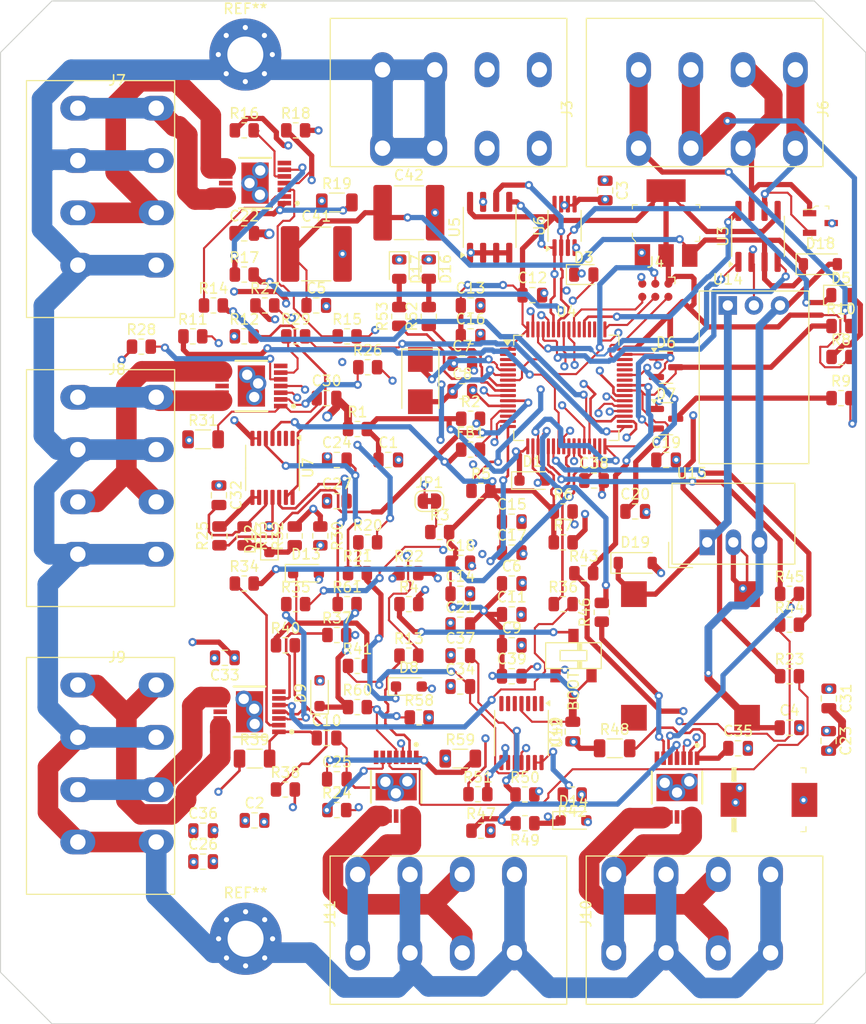
<source format=kicad_pcb>
(kicad_pcb (version 20241229) (generator "pcbnew") (generator_version "9.0")
  (title_block (date "2025-05-06") (rev "v7.5"))
  (layers (0 "F.Cu" signal) (4 "In1.Cu" signal) (6 "In2.Cu" signal) (2 "B.Cu" signal) (13 "F.Paste" user) (15 "B.Paste" user) (5 "F.SilkS" user "F.Silkscreen") (7 "B.SilkS" user "B.Silkscreen") (1 "F.Mask" user) (3 "B.Mask" user) (25 "Edge.Cuts" user))
  (net 0 "")
  (net 1 "GND")
  (net 2 "/MedCurrentDrivers-added/Sheet5F5A9674/IS")
  (net 3 "/MedCurrentDrivers-added/Sheet5F5A9675/IS")
  (net 4 "/MedCurrentDrivers/Sheet5F5A9674/IS")
  (net 5 "+12V")
  (net 6 "INPUT2")
  (net 7 "INPUT1")
  (net 8 "/MCU/SWO")
  (net 9 "/MCU/SWCLK")
  (net 10 "/MCU/SWDIO")
  (net 11 "/MCU/CAN_TX")
  (net 12 "/MCU/CAN_RX")
  (net 13 "PF_OUT7")
  (net 14 "PF_OUT8")
  (net 15 "PF_OUT1")
  (net 16 "Net-(D8-K)")
  (net 17 "PF_OUT2")
  (net 18 "PF_IS3_4")
  (net 19 "+3V3")
  (net 20 "CAN_H")
  (net 21 "CAN_L")
  (net 22 "PF_OUT10")
  (net 23 "PF_OUT4")
  (net 24 "PF_OUT3")
  (net 25 "PF_IN7")
  (net 26 "Net-(U10-GND)")
  (net 27 "PF_IN8")
  (net 28 "/MedCurrentDrivers/Sheet5F5A9675/IS")
  (net 29 "PF_IN1")
  (net 30 "PF_OUT9")
  (net 31 "PF_IN2")
  (net 32 "PF_IS1_2")
  (net 33 "PF_IN3")
  (net 34 "PF_DEN3_4")
  (net 35 "PF_DSEL3_4")
  (net 36 "PF_IN4")
  (net 37 "PF_IN5")
  (net 38 "PF_IN6")
  (net 39 "Net-(U8-GND)")
  (net 40 "Net-(U9-GND)")
  (net 41 "Net-(U11-GND)")
  (net 42 "/MCU/NRST")
  (net 43 "+5V")
  (net 44 "/MCU/BATT_SENSE")
  (net 45 "Net-(D3-A)")
  (net 46 "I2C1_SCL")
  (net 47 "I2C1_SDA")
  (net 48 "IN_1")
  (net 49 "IN_2")
  (net 50 "Net-(D5-K)")
  (net 51 "Net-(D5-A)")
  (net 52 "Net-(D9-K)")
  (net 53 "PF_IS9_10")
  (net 54 "Net-(D12-K)")
  (net 55 "Net-(U4-VDDA)")
  (net 56 "Net-(U4-BOOT0)")
  (net 57 "Net-(U7C--)")
  (net 58 "PF_IN9")
  (net 59 "Net-(U8-DEN)")
  (net 60 "Net-(U8-IS)")
  (net 61 "Net-(U8-IN0)")
  (net 62 "Net-(U9-DEN)")
  (net 63 "Net-(U9-IS)")
  (net 64 "Net-(U11-IN0)")
  (net 65 "Net-(U11-DEN)")
  (net 66 "Net-(U11-DSEL)")
  (net 67 "Net-(U11-IN1)")
  (net 68 "Net-(U11-IS)")
  (net 69 "Net-(U13-GND)")
  (net 70 "/MedCurrentDrivers/Sheet5F5A9676/IS")
  (net 71 "Net-(D13-K)")
  (net 72 "Net-(U9-IN0)")
  (net 73 "Net-(D14-K)")
  (net 74 "PF_DEN1_2")
  (net 75 "PF_DSEL1_2")
  (net 76 "Net-(U9-DSEL)")
  (net 77 "Net-(U9-IN1)")
  (net 78 "PF_DEN9_10")
  (net 79 "PF_DSEL9_10")
  (net 80 "Net-(U8-DSEL)")
  (net 81 "PF_IN10")
  (net 82 "Net-(U7B--)")
  (net 83 "Net-(SW1-B)")
  (net 84 "Net-(U7D--)")
  (net 85 "Net-(U10-IN0)")
  (net 86 "Net-(U10-DEN)")
  (net 87 "PF_DEN5_6")
  (net 88 "PF_DSEL5_6")
  (net 89 "Net-(U10-DSEL)")
  (net 90 "Net-(U10-IN1)")
  (net 91 "Net-(U10-IS)")
  (net 92 "PF_IS5_6")
  (net 93 "Net-(U13-IN0)")
  (net 94 "Net-(U13-DEN)")
  (net 95 "PF_DEN7_8")
  (net 96 "PF_DSEL7_8")
  (net 97 "Net-(U13-DSEL)")
  (net 98 "Net-(U13-IN1)")
  (net 99 "Net-(U13-IS)")
  (net 100 "PF_IS7_8")
  (net 105 "Net-(U8-IN1)")
  (net 108 "Net-(U4-PH0)")
  (net 109 "Net-(U4-PH1)")
  (net 110 "Net-(U4-VCAP_1)")
  (net 113 "Net-(D16-A)")
  (net 114 "Net-(JP1-B)")
  (net 116 "+5VP")
  (net 117 "Net-(U12D--)")
  (net 118 "Net-(U12C--)")
  (net 119 "Net-(U4-PC0)")
  (net 120 "Net-(U4-PC1)")
  (net 121 "Net-(D17-A)")
  (net 122 "/MCU/CAN_STANDBY")
  (net 123 "+12P")
  (net 129 "PF_OUT6")
  (net 130 "PF_OUT5")
  (footprint "Capacitor_SMD:C_0805_2012Metric" (layer "F.Cu") (at 123 95)
    (property "Reference" "C4")
    (property "Value" "22uF")
  )
  (footprint "Capacitor_SMD:C_0805_2012Metric" (layer "F.Cu") (at 126.8222 92.1614 -90)
    (property "Reference" "C31")
    (property "Value" "100nF")
  )
  (footprint "Capacitor_SMD:C_0805_2012Metric" (layer "F.Cu") (at 66 108)
    (property "Reference" "C26")
    (property "Value" "100nF")
  )
  (footprint "Capacitor_SMD:C_0805_2012Metric" (layer "F.Cu") (at 70 47)
    (property "Reference" "C22")
    (property "Value" "47nF")
  )
  (footprint "DF_Conn:DIP-8_300_ELL" (layer "F.Cu") (at 115.951 34.925 180)
    (property "Reference" "J6")
    (property "Value" "conn_comms")
  )
  (footprint "MountingHole:MountingHole_3.5mm_Pad_Via" (layer "F.Cu") (at 70.1294 115.4938)
    (property "Reference" "REF**")
    (property "Value" "MountingHole_3.5mm_Pad_Via")
  )
  (footprint "Resistor_SMD:R_0805_2012Metric" (layer "F.Cu") (at 60 58)
    (property "Reference" "R28")
    (property "Value" "4.7K")
  )
  (footprint "Diode_SMD:D_SOD-323_HandSoldering" (layer "F.Cu") (at 86 91)
    (property "Reference" "D8")
    (property "Value" "3.3V")
  )
  (footprint "Diode_SMD:D_SOD-123" (layer "F.Cu") (at 126 50)
    (property "Reference" "D18")
    (property "Value" "Schottky")
  )
  (footprint "Connector:Tag-Connect_TC2030-IDC-NL_2x03_P1.27mm_Vertical" (layer "F.Cu") (at 109.9566 52.5272 180)
    (property "Reference" "J4")
    (property "Value" "TC")
  )
  (footprint "Resistor_SMD:R_0805_2012Metric" (layer "F.Cu") (at 101 77)
    (property "Reference" "R7")
    (property "Value" "10K")
  )
  (footprint "Capacitor_SMD:C_0805_2012Metric" (layer "F.Cu") (at 96 81)
    (property "Reference" "C6")
    (property "Value" "10uF")
  )
  (footprint "Resistor_SMD:R_0805_2012Metric" (layer "F.Cu") (at 67 54)
    (property "Reference" "R14")
    (property "Value" "4.7K")
  )
  (footprint "Capacitor_SMD:C_0805_2012Metric" (layer "F.Cu") (at 101.929 95.3718 90)
    (property "Reference" "C40")
    (property "Value" "100nF")
  )
  (footprint "Package_QFP:LQFP-64_10x10mm_P0.5mm" (layer "F.Cu") (at 101.306 62.004)
    (property "Reference" "U4")
    (property "Value" "STM32F446RETx")
  )
  (footprint "Resistor_SMD:R_0805_2012Metric" (layer "F.Cu") (at 89 76)
    (property "Reference" "R3")
    (property "Value" "120R")
  )
  (footprint "Resistor_SMD:R_0805_2012Metric" (layer "F.Cu") (at 87.9348 55.0691 90)
    (property "Reference" "R52")
    (property "Value" "120R")
  )
  (footprint "Capacitor_SMD:C_0805_2012Metric" (layer "F.Cu") (at 91 88)
    (property "Reference" "C37")
    (property "Value" "220pF")
  )
  (footprint "Capacitor_SMD:C_2220_5750Metric" (layer "F.Cu") (at 86 45)
    (property "Reference" "C42")
    (property "Value" "47uF")
  )
  (footprint "dingoPDM:DO-214AB_TVS" (layer "F.Cu") (at 121 102)
    (property "Reference" "D2" (hide yes))
    (property "Value" "SMCJ20CA" (hide yes))
  )
  (footprint "Resistor_SMD:R_0805_2012Metric" (layer "F.Cu") (at 65 57)
    (property "Reference" "R11")
    (property "Value" "120R")
  )
  (footprint "Resistor_SMD:R_0805_2012Metric" (layer "F.Cu") (at 81 66)
    (property "Reference" "R1")
    (property "Value" "47K")
  )
  (footprint "Capacitor_SMD:C_0805_2012Metric" (layer "F.Cu") (at 91.1962 59.6392)
    (property "Reference" "C7")
    (property "Value" "27pF")
  )
  (footprint "Capacitor_SMD:C_0805_2012Metric" (layer "F.Cu") (at 67.5386 72.4287 -90)
    (property "Reference" "C32")
    (property "Value" "220pF")
  )
  (footprint "Resistor_SMD:R_0805_2012Metric" (layer "F.Cu") (at 79 103)
    (property "Reference" "R24")
    (property "Value" "4.7K")
  )
  (footprint "Capacitor_SMD:C_0805_2012Metric" (layer "F.Cu") (at 105.0798 42.8396 -90)
    (property "Reference" "C3")
    (property "Value" "10uF")
  )
  (footprint "LED_SMD:LED_0805_2012Metric" (layer "F.Cu") (at 128 53)
    (property "Reference" "D5")
    (property "Value" "RED")
  )
  (footprint "Resistor_SMD:R_1206_3216Metric" (layer "F.Cu") (at 91 98)
    (property "Reference" "R59")
    (property "Value" "47R 1/4W")
  )
  (footprint "Capacitor_SMD:C_0805_2012Metric" (layer "F.Cu") (at 92 54)
    (property "Reference" "C13")
    (property "Value" "100nF")
  )
  (footprint "Resistor_SMD:R_0805_2012Metric" (layer "F.Cu") (at 92 68)
    (property "Reference" "FB1")
    (property "Value" "Ferrite_Bead_Small")
  )
  (footprint "DF_Conn:DIP-8_300_ELL" (layer "F.Cu") (at 91.059 34.925 180)
    (property "Reference" "J3")
    (property "Value" "batt")
  )
  (footprint "Jumper:SolderJumper-2_P1.3mm_Bridged_RoundedPad1.0x1.5mm" (layer "F.Cu") (at 88 73)
    (property "Reference" "JP1")
    (property "Value" "PowerLED_Jumper")
  )
  (footprint "Diode_SMD:D_SOD-323_HandSoldering" (layer "F.Cu") (at 76 80)
    (property "Reference" "D13")
    (property "Value" "3.3V")
  )
  (footprint "Resistor_SMD:R_0805_2012Metric" (layer "F.Cu") (at 104.7496 83.7927 90)
    (property "Reference" "R46")
    (property "Value" "4.7K")
  )
  (footprint "Resistor_SMD:R_1206_3216Metric" (layer "F.Cu") (at 66 67)
    (property "Reference" "R31")
    (property "Value" "47R 1/4W")
  )
  (footprint "Resistor_SMD:R_0805_2012Metric" (layer "F.Cu") (at 67.5894 76.374 90)
    (property "Reference" "R25")
    (property "Value" "120R")
  )
  (footprint "Resistor_SMD:R_0805_2012Metric" (layer "F.Cu") (at 101 74)
    (property "Reference" "R6")
    (property "Value" "10K")
  )
  (footprint "Capacitor_SMD:C_0805_2012Metric" (layer "F.Cu") (at 111 69)
    (property "Reference" "C19")
    (property "Value" "10nF")
  )
  (footprint "Capacitor_SMD:C_0805_2012Metric" (layer "F.Cu") (at 126.7968 96.2812 -90)
    (property "Reference" "C23")
    (property "Value" "100nF")
  )
  (footprint "DF_Conn:DIP-8_300_ELL" (layer "F.Cu") (at 57.6326 42.4688 -90)
    (property "Reference" "J7")
    (property "Value" "out1_2")
  )
  (footprint "Capacitor_SMD:C_0805_2012Metric" (layer "F.Cu") (at 118 97)
    (property "Reference" "C35")
    (property "Value" "47nF")
  )
  (footprint "Resistor_SMD:R_0805_2012Metric" (layer "F.Cu") (at 123 85)
    (property "Reference" "R44")
    (property "Value" "4.7K")
  )
  (footprint "Capacitor_SMD:C_0805_2012Metric" (layer "F.Cu") (at 92 57)
    (property "Reference" "C16")
    (property "Value" "1uF")
  )
  (footprint "Resistor_SMD:R_0805_2012Metric" (layer "F.Cu") (at 128 63)
    (property "Reference" "R9")
    (property "Value" "4.7K")
  )
  (footprint "Resistor_SMD:R_0805_2012Metric" (layer "F.Cu") (at 77.3938 76.374 -90)
    (property "Reference" "R30")
    (property "Value" "1.2K")
  )
  (footprint "Resistor_SMD:R_0805_2012Metric" (layer "F.Cu") (at 75 37)
    (property "Reference" "R18")
    (property "Value" "1.2K")
  )
  (footprint "Resistor_SMD:R_0805_2012Metric" (layer "F.Cu") (at 74.9046 76.3778 90)
    (property "Reference" "R32")
    (property "Value" "4.7K")
  )
  (footprint "Resistor_SMD:R_0805_2012Metric" (layer "F.Cu") (at 128 56)
    (property "Reference" "R10")
    (property "Value" "4.7K")
  )
  (footprint "Resistor_SMD:R_0805_2012Metric" (layer "F.Cu") (at 97.2827 104.277 180)
    (property "Reference" "R49")
    (property "Value" "4.7K")
  )
  (footprint "Resistor_SMD:R_0805_2012Metric" (layer "F.Cu") (at 70 57)
    (property "Reference" "R12")
    (property "Value" "120R")
  )
  (footprint "Resistor_SMD:R_0805_2012Metric" (layer "F.Cu") (at 80 83)
    (property "Reference" "R61")
    (property "Value" "4.7K")
  )
  (footprint "Capacitor_SMD:C_0805_2012Metric" (layer "F.Cu") (at 84 69)
    (property "Reference" "C1")
    (property "Value" "100nF")
  )
  (footprint "Capacitor_SMD:C_0805_2012Metric" (layer "F.Cu") (at 66 105)
    (property "Reference" "C36")
    (property "Value" "100nF")
  )
  (footprint "dingoPDM:Crystal_SMD_5032-2Pin_5.0x3.2mm_HandSoldering" (layer "F.Cu") (at 87.117 61.2976 -90)
    (property "Reference" "Y1" (hide yes))
    (property "Value" "8mHz" (hide yes))
  )
  (footprint "Diode_SMD:D_SOD-323_HandSoldering" (layer "F.Cu") (at 98 71)
    (property "Reference" "D1")
    (property "Value" "3.3V")
  )
  (footprint "Resistor_SMD:R_0805_2012Metric" (layer "F.Cu") (at 101 83)
    (property "Reference" "R36")
    (property "Value" "4.7K")
  )
  (footprint "Resistor_SMD:R_0805_2012Metric" (layer "F.Cu") (at 80 57)
    (property "Reference" "R15")
    (property "Value" "4.7K")
  )
  (footprint "Package_TO_SOT_SMD:SOT-23" (layer "F.Cu") (at 111 65)
    (property "Reference" "D7")
    (property "Value" "BAT54S")
  )
  (footprint "Package_SO:MSOP-8_3x3mm_P0.65mm" (layer "F.Cu") (at 101.133 46.2745 90)
    (property "Reference" "U6")
    (property "Value" "MCP9808")
  )
  (footprint "Capacitor_SMD:C_0805_2012Metric" (layer "F.Cu") (at 77 54)
    (property "Reference" "C5")
    (property "Value" "100nF")
  )
  (footprint "Resistor_SMD:R_0805_2012Metric" (layer "F.Cu") (at 82 77)
    (property "Reference" "R20")
    (property "Value" "4.7K")
  )
  (footprint "Capacitor_SMD:C_0805_2012Metric" (layer "F.Cu") (at 91 79)
    (property "Reference" "C18")
    (property "Value" "1uF")
  )
  (footprint "Resistor_SMD:R_1206_3216Metric" (layer "F.Cu") (at 79 44)
    (property "Reference" "R19")
    (property "Value" "47R 1/4W")
  )
  (footprint "Capacitor_SMD:C_0805_2012Metric" (layer "F.Cu") (at 98 53)
    (property "Reference" "C12")
    (property "Value" "100nF")
  )
  (footprint "Resistor_SMD:R_0805_2012Metric" (layer "F.Cu") (at 75 57)
    (property "Reference" "R29")
    (property "Value" "4.7K")
  )
  (footprint "Resistor_SMD:R_0805_2012Metric" (layer "F.Cu") (at 101.8782 101.483 180)
    (property "Reference" "R42")
    (property "Value" "120R")
  )
  (footprint "dingoPDM:CJS-1200TB" (layer "F.Cu") (at 102 88)
    (property "Reference" "SW1" (hide yes))
    (property "Value" "BOOT")
  )
  (footprint "Resistor_SMD:R_0805_2012Metric" (layer "F.Cu") (at 86 88)
    (property "Reference" "R13")
    (property "Value" "4.7K")
  )
  (footprint "Capacitor_SMD:C_0805_2012Metric" (layer "F.Cu") (at 96 84)
    (property "Reference" "C11")
    (property "Value" "100nF")
  )
  (footprint "Converter_DCDC:Converter_DCDC_Murata_OKI-78SR_Horizontal" (layer "F.Cu") (at 117 54)
    (property "Reference" "U14")
    (property "Value" "OKI-78SR-5_1.5-W36H-C")
  )
  (footprint "Resistor_SMD:R_0805_2012Metric" (layer "F.Cu") (at 97.2789 101.483)
    (property "Reference" "R50")
    (property "Value" "4.7K")
  )
  (footprint "Capacitor_SMD:C_0805_2012Metric" (layer "F.Cu") (at 104 71)
    (property "Reference" "C38")
    (property "Value" "4.7uF")
  )
  (footprint "Resistor_SMD:R_0805_2012Metric" (layer "F.Cu") (at 82 60)
    (property "Reference" "R26")
    (property "Value" "4.7K")
  )
  (footprint "DF_Conn:DIP-8_300_ELL" (layer "F.Cu") (at 57.6326 98.4758 -90)
    (property "Reference" "J9")
    (property "Value" "out5_6")
  )
  (footprint "Resistor_SMD:R_0805_2012Metric" (layer "F.Cu") (at 123 90)
    (property "Reference" "R23")
    (property "Value" "4.7K")
  )
  (footprint "dingoPDM:TDSO-14" (layer "F.Cu") (at 112.0648 100.8126 -90)
    (property "Reference" "U13" (hide yes))
    (property "Value" "BTS7008-2EPA" (hide yes))
  )
  (footprint "Capacitor_SMD:C_0805_2012Metric" (layer "F.Cu") (at 96 75)
    (property "Reference" "C15")
    (property "Value" "100nF")
  )
  (footprint "Resistor_SMD:R_0805_2012Metric" (layer "F.Cu") (at 81 80)
    (property "Reference" "R21")
    (property "Value" "4.7K")
  )
  (footprint "Diode_SMD:D_SOD-323_HandSoldering" (layer "F.Cu") (at 72.4408 76.7007 90)
    (property "Reference" "D12")
    (property "Value" "3.3V")
  )
  (footprint "Capacitor_SMD:C_0805_2012Metric" (layer "F.Cu") (at 68.1126 88.2142 180)
    (property "Reference" "C33")
    (property "Value" "100nF")
  )
  (footprint "Capacitor_SMD:C_0805_2012Metric" (layer "F.Cu") (at 79 73)
    (property "Reference" "C27")
    (property "Value" "220pF")
  )
  (footprint "Resistor_SMD:R_0805_2012Metric" (layer "F.Cu") (at 123 82)
    (property "Reference" "R45")
    (property "Value" "4.7K")
  )
  (footprint "Capacitor_SMD:C_0805_2012Metric" (layer "F.Cu") (at 96 90)
    (property "Reference" "C39")
    (property "Value" "100nF")
  )
  (footprint "Package_SO:TSSOP-14_4.4x5mm_P0.65mm" (layer "F.Cu") (at 72.7456 69.7719 -90)
    (property "Reference" "U7")
    (property "Value" "LM324")
  )
  (footprint "dingoPDM:TDSO-14" (layer "F.Cu") (at 70.6926 61.8236 180)
    (property "Reference" "U11" (hide yes))
    (property "Value" "BTS7008-2EPA" (hide yes))
  )
  (footprint "Capacitor_SMD:C_0805_2012Metric" (layer "F.Cu") (at 91.1962 62.3316)
    (property "Reference" "C8")
    (property "Value" "27pF")
  )
  (footprint "Resistor_SMD:R_0805_2012Metric" (layer "F.Cu") (at 74 101)
    (property "Reference" "R38")
    (property "Value" "1.2K")
  )
  (footprint "LED_SMD:LED_0805_2012Metric" (layer "F.Cu") (at 87.9348 50.4694 -90)
    (property "Reference" "D16")
    (property "Value" "RED")
  )
  (footprint "Package_SO:SOIC-8_3.9x4.9mm_P1.27mm" (layer "F.Cu") (at 93.853 46.42 90)
    (property "Reference" "U5")
    (property "Value" "MB85RC256V")
  )
  (footprint "dingoPDM:VXO78x-500-M" (layer "F.Cu") (at 113.3738 88.0308)
    (property "Reference" "U1" (hide yes))
    (property "Value" "VXO7805-500-M" (hide yes))
  )
  (footprint "Capacitor_SMD:C_0805_2012Metric" (layer "F.Cu") (at 71 104)
    (property "Reference" "C2")
    (property "Value" "100nF")
  )
  (footprint "Resistor_SMD:R_1206_3216Metric" (layer "F.Cu") (at 106 97)
    (property "Reference" "R48")
    (property "Value" "47R 1/4W")
  )
  (footprint "Resistor_SMD:R_0805_2012Metric" (layer "F.Cu") (at 103 80)
    (property "Reference" "R43")
    (property "Value" "4.7K")
  )
  (footprint "Resistor_SMD:R_0805_2012Metric" (layer "F.Cu") (at 81 89)
    (property "Reference" "R41")
    (property "Value" "4.7K")
  )
  (footprint "dingoPDM:SOT-23-3" (layer "F.Cu") (at 126 46)
    (property "Reference" "D4" (hide yes))
    (property "Value" "NUP2105LT1G" (hide yes))
  )
  (footprint "Capacitor_SMD:C_0805_2012Metric" (layer "F.Cu") (at 91 91)
    (property "Reference" "C34")
    (property "Value" "220pF")
  )
  (footprint "Diode_SMD:D_SOD-323_HandSoldering" (layer "F.Cu") (at 77.3176 91.6486 90)
    (property "Reference" "D9")
    (property "Value" "3.3V")
  )
  (footprint "MountingHole:MountingHole_3.5mm_Pad_Via" (layer "F.Cu") (at 70.104 29.6418)
    (property "Reference" "REF**")
    (property "Value" "MountingHole_3.5mm_Pad_Via")
  )
  (footprint "Resistor_SMD:R_0805_2012Metric" (layer "F.Cu") (at 72 54)
    (property "Reference" "R27")
    (property "Value" "4.7K")
  )
  (footprint "Diode_SMD:D_SOD-123" (layer "F.Cu") (at 108 79)
    (property "Reference" "D19")
    (property "Value" "Schottky")
  )
  (footprint "Resistor_SMD:R_1206_3216Metric" (layer "F.Cu") (at 71 98)
    (property "Reference" "R39")
    (property "Value" "47R 1/4W")
  )
  (footprint "Capacitor_SMD:C_0805_2012Metric" (layer "F.Cu") (at 79 69)
    (property "Reference" "C24")
    (property "Value" "220pF")
  )
  (footprint "Resistor_SMD:R_0805_2012Metric" (layer "F.Cu") (at 70 81)
    (property "Reference" "R34")
    (property "Value" "4.7K")
  )
  (footprint "dingoPDM:TDSO-14" (layer "F.Cu") (at 71.049 42.1236 180)
    (property "Reference" "U9" (hide yes))
    (property "Value" "BTS7008-2EPA" (hide yes))
  )
  (footprint "dingoPDM:SOT-223" (layer "F.Cu") (at 111 46)
    (property "Reference" "U2" (hide yes))
    (property "Value" "LD1117S33CTR" (hide yes))
  )
  (footprint "Resistor_SMD:R_0805_2012Metric" (layer "F.Cu") (at 81 93)
    (property "Reference" "R60")
    (property "Value" "4.7K")
  )
  (footprint "Package_SO:TSSOP-14_4.4x5mm_P0.65mm" (layer "F.Cu") (at 96.946 95.5217 -90)
    (property "Reference" "U12")
    (property "Value" "LM324")
  )
  (footprint "Resistor_SMD:R_0805_2012Metric" (layer "F.Cu") (at 70 51)
    (property "Reference" "R17")
    (property "Value" "4.7K")
  )
  (footprint "Resistor_SMD:R_0805_2012Metric" (layer "F.Cu") (at 93 72)
    (property "Reference" "R5")
    (property "Value" "1K")
  )
  (footprint "dingoPDM:TDSO-14" (layer "F.Cu") (at 84.7656 100.7312 -90)
    (property "Reference" "U8" (hide yes))
    (property "Value" "BTS7008-2EPA" (hide yes))
  )
  (footprint "Resistor_SMD:R_0805_2012Metric" (layer "F.Cu") (at 92.7107 101.4576)
    (property "Reference" "R51")
    (property "Value" "120R")
  )
  (footprint "Capacitor_SMD:C_0805_2012Metric" (layer "F.Cu") (at 91 82)
    (property "Reference" "C14")
    (property "Value" "4.7uF")
  )
  (footprint "Capacitor_SMD:C_0805_2012Metric" (layer "F.Cu") (at 96 87)
    (property "Reference" "C9")
    (property "Value" "100nF")
  )
  (footprint "Capacitor_SMD:C_0805_2012Metric" (layer "F.Cu") (at 96 78)
    (property "Reference" "C17")
    (property "Value" "100nF")
  )
  (footprint "Resistor_SMD:R_0805_2012Metric" (layer "F.Cu") (at 75 83)
    (property "Reference" "R35")
    (property "Value" "4.7K")
  )
  (footprint "Resistor_SMD:R_0805_2012Metric" (layer "F.Cu") (at 70 37)
    (property "Reference" "R16")
    (property "Value" "4.7K")
  )
  (footprint "Resistor_SMD:R_0805_2012Metric" (layer "F.Cu") (at 70.0278 76.3778 -90)
    (property "Reference" "R33")
    (property "Value" "4.7K")
  )
  (footprint "Package_SO:SOIC-8_3.9x4.9mm_P1.27mm" (layer "F.Cu") (at 119.9388 47.2948 90)
    (property "Reference" "U3")
    (property "Value" "PCA82C250")
  )
  (footprint "LED_SMD:LED_0805_2012Metric" (layer "F.Cu") (at 85.0646 50.474 -90)
    (property "Reference" "D17")
    (property "Value" "GRN")
  )
  (footprint "Capacitor_SMD:C_0805_2012Metric" (layer "F.Cu") (at 108 74)
    (property "Reference" "C20")
    (property "Value" "10nF")
  )
  (footprint "Resistor_SMD:R_0805_2012Metric" (layer "F.Cu") (at 128 59)
    (property "Reference" "R8")
    (property "Value" "120R")
  )
  (footprint "DF_Conn:DIP-8_300_ELL" (layer "F.Cu") (at 57.6326 70.5358 -90)
    (property "Reference" "J8")
    (property "Value" "out3_4")
  )
  (footprint "dingoPDM:TDSO-14" (layer "F.Cu") (at 70.5156 93.4512 180)
    (property "Reference" "U10" (hide yes))
    (property "Value" "BTS7008-2EPA" (hide yes))
  )
  (footprint "Capacitor_SMD:C_0805_2012Metric" (layer "F.Cu") (at 79 100)
    (property "Reference" "C25")
    (property "Value" "47nF")
  )
  (footprint "Resistor_SMD:R_0805_2012Metric" (layer "F.Cu") (at 92 65)
    (property "Reference" "R2")
    (property "Value" "4.7K")
  )
  (footprint "Resistor_SMD:R_0805_2012Metric" (layer "F.Cu") (at 86 83)
    (property "Reference" "R4")
    (property "Value" "10K")
  )
  (footprint "Capacitor_SMD:C_0805_2012Metric" (layer "F.Cu") (at 78 96)
    (property "Reference" "C10")
    (property "Value" "47nF")
  )
  (footprint "Resistor_SMD:R_0805_2012Metric" (layer "F.Cu") (at 93 105)
    (property "Reference" "R47")
    (property "Value" "1.2K")
  )
  (footprint "Package_TO_SOT_SMD:SOT-23" (layer "F.Cu") (at 111 60)
    (property "Reference" "D6")
    (property "Value" "BAT54S")
  )
  (footprint "Resistor_SMD:R_0805_2012Metric" (layer "F.Cu") (at 86 80)
    (property "Reference" "R22")
    (property "Value" "4.7K")
  )
  (footprint "LED_SMD:LED_0805_2012Metric" (layer "F.Cu") (at 103 51)
    (property "Reference" "D3")
    (property "Value" "GRN")
  )
  (footprint "Capacitor_SMD:C_0805_2012Metric" (layer "F.Cu") (at 78 63)
    (property "Reference" "C30")
    (property "Value" "47nF")
  )
  (footprint "DF_Conn:DIP-8_300_ELL" (layer "F.Cu") (at 113.538 113.0554)
    (property "Reference" "J10")
    (property "Value" "out7_8")
  )
  (footprint "Resistor_SMD:R_0805_2012Metric" (layer "F.Cu") (at 87 94)
    (property "Reference" "R58")
    (property "Value" "1.2K")
  )
  (footprint "DF_Conn:DIP-8_300_ELL" (layer "F.Cu") (at 88.646 113.0554)
    (property "Reference" "J11")
    (property "Value" "out9_10")
  )
  (footprint "Resistor_SMD:R_0805_2012Metric" (layer "F.Cu") (at 79 86)
    (property "Reference" "R37")
    (property "Value" "4.7K")
  )
  (footprint "Resistor_SMD:R_0805_2012Metric" (layer "F.Cu") (at 85.0646 55.0672 90)
    (property "Reference" "R53")
    (property "Value" "120R")
  )
  (footprint "Capacitor_SMD:C_2220_5750Metric" (layer "F.Cu") (at 77 49)
    (property "Reference" "C41")
    (property "Value" "47uF")
  )
  (footprint "Converter_DCDC:Converter_DCDC_TRACO_TSR-1_THT" (layer "F.Cu") (at 115 77)
    (property "Reference" "U15")
    (property "Value" "TSR_1-2450")
  )
  (footprint "Capacitor_SMD:C_0805_2012Metric" (layer "F.Cu") (at 91 85)
    (property "Reference" "C21")
    (property "Value" "100nF")
  )
  (footprint "Resistor_SMD:R_0805_2012Metric" (layer "F.Cu") (at 74 87)
    (property "Reference" "R40")
    (property "Value" "4.7K")
  )
  (footprint "Diode_SMD:D_SOD-323_HandSoldering" (layer "F.Cu") (at 102 104)
    (property "Reference" "D14")
    (property "Value" "3.3V")
  )
  (gr_line (start 130.4074 118.7488) (end 125.4074 123.7488) (stroke (width 0.1)) (layer "Edge.Cuts"))
  (gr_line (start 46.308 118.7488) (end 46.308 29.4348) (stroke (width 0.1)) (layer "Edge.Cuts"))
  (gr_line (start 51.308 123.7488) (end 46.308 118.7488) (stroke (width 0.1)) (layer "Edge.Cuts"))
  (gr_line (start 46.308 29.4348) (end 51.308 24.4348) (stroke (width 0.1)) (layer "Edge.Cuts"))
  (gr_line (start 51.308 24.4348) (end 125.4074 24.4348) (stroke (width 0.1)) (layer "Edge.Cuts"))
  (gr_line (start 125.4074 123.7488) (end 51.308 123.7488) (stroke (width 0.1)) (layer "Edge.Cuts"))
  (gr_line (start 125.4074 24.4348) (end 130.4074 29.4348) (stroke (width 0.1)) (layer "Edge.Cuts"))
  (gr_line (start 130.4074 29.4348) (end 130.4074 118.7488) (stroke (width 0.1)) (layer "Edge.Cuts"))
  (segment (start 90.05 85) (end 90.043 84.993) (width 0.25) (layer "F.Cu") (net 1))
  (segment (start 72.7456 75.1459) (end 72.4408 75.4507) (width 0.25) (layer "F.Cu") (net 1))
  (segment (start 97.0026 98.3276) (end 96.946 98.3842) (width 0.2032) (layer "F.Cu") (net 1))
  (segment (start 79.55 49) (end 79.55 48.9994) (width 0.25) (layer "F.Cu") (net 1))
  (segment (start 87.25 91) (end 87.2916 91) (width 0.2032) (layer "F.Cu") (net 1))
  (segment (start 96.95 90) (end 97.887178 89.062822) (width 0.25) (layer "F.Cu") (net 1))
  (segment (start 104.5375 97) (end 102.6388 97) (width 0.508) (layer "F.Cu") (net 1))
  (segment (start 92.951875 56.998125) (end 92.951875 56.738806) (width 0.25) (layer "F.Cu") (net 1))
  (segment (start 77.3684 90.4494) (end 77.5208 90.6018) (width 0.2032) (layer "F.Cu") (net 1))
  (segment (start 65.05 108.0014) (end 65.0748 108.0262) (width 0.25) (layer "F.Cu") (net 1))
  (segment (start 101.1174 44.2722) (end 101.9978 44.2722) (width 0.25) (layer "F.Cu") (net 1))
  (segment (start 96.9242 84) (end 96.901 84.0232) (width 0.25) (layer "F.Cu") (net 1))
  (segment (start 67.5386 86.6902) (end 69.0626 88.2142) (width 0.508) (layer "F.Cu") (net 1))
  (segment (start 118.8738 82.0308) (end 118.8738 78.3338) (width 0.25) (layer "F.Cu") (net 1))
  (segment (start 110.0625 59.05) (end 110.0625 59.692244) (width 0.2032) (layer "F.Cu") (net 1))
  (segment (start 89.5375 98) (end 89.6044 98) (width 0.25) (layer "F.Cu") (net 1))
  (segment (start 102.108 44.162) (end 102.5716 43.6984) (width 0.508) (layer "F.Cu") (net 1))
  (segment (start 92.1462 59.6392) (end 92.33413 59.82713) (width 0.25) (layer "F.Cu") (net 1))
  (segment (start 64.5616 67) (end 64.643 67.0814) (width 0.25) (layer "F.Cu") (net 1))
  (segment (start 90.05 90.9504) (end 90.0684 90.932) (width 0.25) (layer "F.Cu") (net 1))
  (segment (start 93.9125 105) (end 93.9328 105) (width 0.2032) (layer "F.Cu") (net 1))
  (segment (start 103.25 104) (end 103.25 104.012) (width 0.2032) (layer "F.Cu") (net 1))
  (segment (start 96.95 81) (end 96.9778 81) (width 0.2032) (layer "F.Cu") (net 1))
  (segment (start 77.25 80.6028) (end 77.2668 80.6196) (width 0.25) (layer "F.Cu") (net 1))
  (segment (start 92.33413 59.82713) (end 92.33413 60.328512) (width 0.25) (layer "F.Cu") (net 1))
  (segment (start 77.3831 44) (end 77.5375 43.8456) (width 0.2032) (layer "F.Cu") (net 1))
  (segment (start 85.0002 69) (end 85.0138 68.9864) (width 0.25) (layer "F.Cu") (net 1))
  (segment (start 92.9125 65) (end 92.9125 65.114177) (width 0.25) (layer "F.Cu") (net 1))
  (segment (start 104.556 70.606) (end 104.556 67.679) (width 0.25) (layer "F.Cu") (net 1))
  (segment (start 92.9636 54) (end 92.964 54.0004) (width 0.25) (layer "F.Cu") (net 1))
  (segment (start 88.55 45) (end 88.55 44.989) (width 0.25) (layer "F.Cu") (net 1))
  (segment (start 110.0625 64.05) (end 110.0625 63.5211) (width 0.25) (layer "F.Cu") (net 1))
  (segment (start 96.95 78) (end 96.960275 77.989725) (width 0.25) (layer "F.Cu") (net 1))
  (segment (start 96.95 81) (end 96.946 81) (width 0.2032) (layer "F.Cu") (net 1))
  (segment (start 117.54 77) (end 117.54 76.646) (width 0.2032) (layer "F.Cu") (net 1))
  (segment (start 87.9301 94.0176) (end 87.9602 94.0176) (width 0.25) (layer "F.Cu") (net 1))
  (segment (start 71.95 104) (end 71.95 104.1228) (width 0.25) (layer "F.Cu") (net 1))
  (segment (start 88.1634 91.1352) (end 88.2396 91.2114) (width 0.2032) (layer "F.Cu") (net 1))
  (segment (start 87.9125 94) (end 87.9301 94.0176) (width 0.25) (layer "F.Cu") (net 1))
  (segment (start 90.05 88) (end 90.05 87.9786) (width 0.25) (layer "F.Cu") (net 1))
  (segment (start 119.3038 49.7698) (end 119.3038 48.703199) (width 0.2032) (layer "F.Cu") (net 1))
  (segment (start 104.775 71.175) (end 104.95 71) (width 0.508) (layer "F.Cu") (net 1))
  (segment (start 98.056 69.806) (end 98.056 67.679) (width 0.25) (layer "F.Cu") (net 1))
  (segment (start 98.056 54.78285) (end 97.834457 54.561307) (width 0.25) (layer "F.Cu") (net 1))
  (segment (start 78.05 69) (end 78.105 68.945) (width 0.2032) (layer "F.Cu") (net 1))
  (segment (start 92.95 57) (end 92.951875 56.998125) (width 0.25) (layer "F.Cu") (net 1))
  (segment (start 118.8738 82.0308) (end 118.8738 81.8914) (width 0.25) (layer "F.Cu") (net 1))
  (segment (start 78.105 68.945) (end 78.105 68.6666) (width 0.2032) (layer "F.Cu") (net 1))
  (segment (start 96.95 84) (end 96.9242 84) (width 0.25) (layer "F.Cu") (net 1))
  (segment (start 96.960275 77.989725) (end 97.014325 77.989725) (width 0.25) (layer "F.Cu") (net 1))
  (segment (start 74.9125 101) (end 74.9125 102.5319) (width 0.25) (layer "F.Cu") (net 1))
  (segment (start 127.05 46) (end 127.1022 46) (width 0.25) (layer "F.Cu") (net 1))
  (segment (start 111.975 69) (end 111.9886 68.9864) (width 0.25) (layer "F.Cu") (net 1))
  (segment (start 78.105 73.055) (end 78.05 73) (width 0.2032) (layer "F.Cu") (net 1))
  (segment (start 101.9978 44.2722) (end 102.108 44.162) (width 0.25) (layer "F.Cu") (net 1))
  (segment (start 124.45 102.01) (end 124.3802 102.01) (width 0.25) (layer "F.Cu") (net 1))
  (segment (start 90.05 91) (end 90.05 90.9504) (width 0.25) (layer "F.Cu") (net 1))
  (segment (start 64.5375 67) (end 64.5616 67) (width 0.25) (layer "F.Cu") (net 1))
  (segment (start 96.946 97.428356) (end 97.3986 96.975756) (width 0.2032) (layer "F.Cu") (net 1))
  (segment (start 98.95 53) (end 99.019 53) (width 0.25) (layer "F.Cu") (net 1))
  (segment (start 100.25 89.95) (end 100.829105 89.370895) (width 0.2032) (layer "F.Cu") (net 1))
  (segment (start 93.9328 105) (end 93.9546 104.9782) (width 0.2032) (layer "F.Cu") (net 1))
  (segment (start 127.1022 46) (end 127.127 46.0248) (width 0.25) (layer "F.Cu") (net 1))
  (segment (start 87.2916 91) (end 87.4268 91.1352) (width 0.2032) (layer "F.Cu") (net 1))
  (segment (start 108.6876 49.15) (end 108.636311 49.098711) (width 0.25) (layer "F.Cu") (net 1))
  (segment (start 90.05 87.9786) (end 90.0938 87.9348) (width 0.25) (layer "F.Cu") (net 1))
  (segment (start 99.25 71) (end 98.056 69.806) (width 0.25) (layer "F.Cu") (net 1))
  (segment (start 96.95 74.881) (end 97.0026 74.8284) (width 0.25) (layer "F.Cu") (net 1))
  (segment (start 99.164511 52.854489) (end 99.164511 52.801382) (width 0.25) (layer "F.Cu") (net 1))
  (segment (start 118.8738 78.3338) (end 117.54 77) (width 0.25) (layer "F.Cu") (net 1))
  (segment (start 126.7968 95.3312) (end 126.6494 95.3312) (width 0.25) (layer "F.Cu") (net 1))
  (segment (start 102.59092 50.692383) (end 102.79449 50.895953) (width 0.2032) (layer "F.Cu") (net 1))
  (segment (start 89.6044 98) (end 89.6112 97.9932) (width 0.25) (layer "F.Cu") (net 1))
  (segment (start 92.288835 79) (end 92.328317 79.039482) (width 0.2032) (layer "F.Cu") (net 1))
  (segment (start 97.887178 89.062822) (end 98.482188 89.062822) (width 0.25) (layer "F.Cu") (net 1))
  (segment (start 96.95 86.9968) (end 96.9518 86.995) (width 0.25) (layer "F.Cu") (net 1))
  (segment (start 103.25 104.012) (end 103.4034 104.1654) (width 0.2032) (layer "F.Cu") (net 1))
  (segment (start 78.0288 72.9788) (end 78.05 73) (width 0.2032) (layer "F.Cu") (net 1))
  (segment (start 87.1982 90.9482) (end 87.25 91) (width 0.2032) (layer "F.Cu") (net 1))
  (segment (start 108.636311 49.098711) (end 108.636311 48.88) (width 0.25) (layer "F.Cu") (net 1))
  (segment (start 108.7 49.15) (end 108.6876 49.15) (width 0.25) (layer "F.Cu") (net 1))
  (segment (start 77.95 54.0486) (end 77.978 54.0766) (width 0.25) (layer "F.Cu") (net 1))
  (segment (start 117.54 77) (end 117.54 80.5576) (width 0.508) (layer "F.Cu") (net 1))
  (segment (start 126.6494 95.3312) (end 126.619 95.3008) (width 0.25) (layer "F.Cu") (net 1))
  (segment (start 96.95 87) (end 96.95 86.9968) (width 0.25) (layer "F.Cu") (net 1))
  (segment (start 74.9125 102.5319) (end 74.7268 102.7176) (width 0.25) (layer "F.Cu") (net 1))
  (segment (start 77.2082 37) (end 77.216 37.0078) (width 0.508) (layer "F.Cu") (net 1))
  (segment (start 93.752525 63.754) (end 92.23936 62.240835) (width 0.25) (layer "F.Cu") (net 1))
  (segment (start 104.95 71) (end 104.556 70.606) (width 0.25) (layer "F.Cu") (net 1))
  (segment (start 119.54 50.006) (end 119.3038 49.7698) (width 0.2032) (layer "F.Cu") (net 1))
  (segment (start 77.285 44) (end 77.3831 44) (width 0.2032) (layer "F.Cu") (net 1))
  (segment (start 98.7482 71) (end 98.5266 71.2216) (width 0.25) (layer "F.Cu") (net 1))
  (segment (start 78.0288 69.0212) (end 78.05 69) (width 0.2032) (layer "F.Cu") (net 1))
  (segment (start 65.05 108) (end 65.05 108.0014) (width 0.25) (layer "F.Cu") (net 1))
  (segment (start 123.95 95) (end 123.9814 95) (width 0.25) (layer "F.Cu") (net 1))
  (segment (start 77.3176 90.3986) (end 77.3684 90.4494) (width 0.2032) (layer "F.Cu") (net 1))
  (segment (start 93.218 43.945) (end 93.218 43.942) (width 0.25) (layer "F.Cu") (net 1))
  (segment (start 88.55 44.989) (end 88.5444 44.9834) (width 0.25) (layer "F.Cu") (net 1))
  (segment (start 92.9125 65.114177) (end 92.561842 65.464835) (width 0.25) (layer "F.Cu") (net 1))
  (segment (start 124.3802 102.01) (end 124.3584 102.0318) (width 0.25) (layer "F.Cu") (net 1))
  (segment (start 95.758 48.895) (end 92.03265 48.895) (width 0.508) (layer "F.Cu") (net 1))
  (segment (start 102.108 50.9545) (end 102.370117 50.692383) (width 0.2032) (layer "F.Cu") (net 1))
  (segment (start 90.043 84.993) (end 90.043 84.821) (width 0.25) (layer "F.Cu") (net 1))
  (segment (start 123.9814 95) (end 124.0028 95.0214) (width 0.25) (layer "F.Cu") (net 1))
  (segment (start 119.54 54) (end 119.54 50.006) (width 0.2032) (layer "F.Cu") (net 1))
  (segment (start 77.25 77.4303) (end 77.3938 77.2865) (width 0.2032) (layer "F.Cu") (net 1))
  (segment (start 91.964925 48.878075) (end 92.015725 48.878075) (width 0.25) (layer "F.Cu") (net 1))
  (segment (start 104.775 72.39) (end 104.775 71.175) (width 0.508) (layer "F.Cu") (net 1))
  (segment (start 109.0266 74) (end 109.093 74.0664) (width 0.25) (layer "F.Cu") (net 1))
  (segment (start 110.0625 59.692244) (end 110.176856 59.8066) (width 0.2032) (layer "F.Cu") (net 1))
  (segment (start 92.328317 79.039482) (end 92.328317 79.076348) (width 0.2032) (layer "F.Cu") (net 1))
  (segment (start 75.9125 37) (end 77.2082 37) (width 0.508) (layer "F.Cu") (net 1))
  (segment (start 118.8738 81.8914) (end 118.4656 81.4832) (width 0.25) (layer "F.Cu") (net 1))
  (segment (start 92.328317 79.076348) (end 92.125927 79.278738) (width 0.2032) (layer "F.Cu") (net 1))
  (segment (start 92.95 54) (end 92.9636 54) (width 0.25) (layer "F.Cu") (net 1))
  (segment (start 102.108 48.387) (end 102.258 48.387) (width 0.25) (layer "F.Cu") (net 1))
  (segment (start 77.95 54) (end 77.95 54.0486) (width 0.25) (layer "F.Cu") (net 1))
  (segment (start 109.7665 58.754) (end 110.0625 59.05) (width 0.2032) (layer "F.Cu") (net 1))
  (segment (start 92.951875 56.738806) (end 92.942302 56.729233) (width 0.25) (layer "F.Cu") (net 1))
  (segment (start 77.25 80) (end 77.25 80.6028) (width 0.25) (layer "F.Cu") (net 1))
  (segment (start 50.9216 103.1948) (end 53.8226 106.0958) (width 2) (layer "F.Cu") (net 1))
  (segment (start 98.056 56.329) (end 98.056 54.78285) (width 0.25) (layer "F.Cu") (net 1))
  (segment (start 79.55 48.9994) (end 79.5528 48.9966) (width 0.25) (layer "F.Cu") (net 1))
  (segment (start 99.019 53) (end 99.164511 52.854489) (width 0.25) (layer "F.Cu") (net 1))
  (segment (start 101.9606 96.3218) (end 102.0064 96.3676) (width 0.25) (layer "F.Cu") (net 1))
  (segment (start 106.981 58.754) (end 109.7665 58.754) (width 0.2032) (layer "F.Cu") (net 1))
  (segment (start 96.946 98.3842) (end 96.946 97.428356) (width 0.2032) (layer "F.Cu") (net 1))
  (segment (start 61.4426 106.0958) (end 53.8226 106.0958) (width 2) (layer "F.Cu") (net 1))
  (segment (start 108.6866 51.8922) (end 108.6866 51.338125) (width 0.25) (layer "F.Cu") (net 1))
  (segment (start 99.25 71) (end 98.7482 71) (width 0.25) (layer "F.Cu") (net 1))
  (segment (start 91.948 48.895) (end 91.964925 48.878075) (width 0.25) (layer "F.Cu") (net 1))
  (segment (start 53.8226 95.9358) (end 50.9216 98.8368) (width 2) (layer "F.Cu") (net 1))
  (segment (start 117.54 80.5576) (end 118.4656 81.4832) (width 0.508) (layer "F.Cu") (net 1))
  (segment (start 119.3038 48.703199) (end 119.452599 48.5544) (width 0.2032) (layer "F.Cu") (net 1))
  (segment (start 64.9732 86.6902) (end 67.5386 86.6902) (width 0.508) (layer "F.Cu") (net 1))
  (segment (start 108.6866 51.338125) (end 108.593475 51.245) (width 0.25) (layer "F.Cu") (net 1))
  (segment (start 100.829105 89.370895) (end 101.164945 89.370895) (width 0.2032) (layer "F.Cu") (net 1))
  (segment (start 91.95 79) (end 92.288835 79) (width 0.2032) (layer "F.Cu") (net 1))
  (segment (start 119.3038 53.7638) (end 119.54 54) (width 0.2032) (layer "F.Cu") (net 1))
  (segment (start 65.05 105) (end 65.05 105.003) (width 0.25) (layer "F.Cu") (net 1))
  (segment (start 126.8222 91.2368) (end 126.8476 91.2622) (width 0.25) (layer "F.Cu") (net 1))
  (segment (start 96.9778 81) (end 97.0534 80.9244) (width 0.2032) (layer "F.Cu") (net 1))
  (segment (start 101.929 96.3218) (end 101.9606 96.3218) (width 0.25) (layer "F.Cu") (net 1))
  (segment (start 102.370117 50.692383) (end 102.59092 50.692383) (width 0.2032) (layer "F.Cu") (net 1))
  (segment (start 87.9302 49.5365) (end 87.9348 49.5319) (width 0.2032) (layer "F.Cu") (net 1))
  (segment (start 96.95 75) (end 96.95 74.881) (width 0.25) (layer "F.Cu") (net 1))
  (segment (start 50.9216 98.8368) (end 50.9216 103.1948) (width 2) (layer "F.Cu") (net 1))
  (segment (start 95.631 63.754) (end 93.752525 63.754) (width 0.25) (layer "F.Cu") (net 1))
  (segment (start 110.0625 63.5211) (end 110.3122 63.2714) (width 0.25) (layer "F.Cu") (net 1))
  (segment (start 101.0072 44.162) (end 101.1174 44.2722) (width 0.25) (layer "F.Cu") (net 1))
  (segment (start 102.6388 97) (end 102.0064 96.3676) (width 0.508) (layer "F.Cu") (net 1))
  (segment (start 126.8222 91.2114) (end 126.8222 91.2368) (width 0.25) (layer "F.Cu") (net 1))
  (segment (start 108.95 74) (end 109.0266 74) (width 0.25) (layer "F.Cu") (net 1))
  (segment (start 69.5375 99.1693) (end 67.4878 101.219) (width 0.25) (layer "F.Cu") (net 1))
  (segment (start 67.5386 71.4787) (end 67.5386 71.2216) (width 0.2032) (layer "F.Cu") (net 1))
  (segment (start 111.95 69) (end 111.975 69) (width 0.25) (layer "F.Cu") (net 1))
  (segment (start 102.5716 43.6984) (end 105.0798 43.6984) (width 0.508) (layer "F.Cu") (net 1))
  (segment (start 69.5375 98) (end 69.5375 99.1693) (width 0.25) (layer "F.Cu") (net 1))
  (segment (start 91.948 82.002) (end 91.95 82) (width 0.2032) (layer "F.Cu") (net 1))
  (segment (start 87.4268 91.1352) (end 88.1634 91.1352) (width 0.2032) (layer "F.Cu") (net 1))
  (segment (start 85.0646 49.5365) (end 85.0646 49.5554) (width 0.25) (layer "F.Cu") (net 1))
  (segment (start 84.95 69) (end 85.0002 69) (width 0.25) (layer "F.Cu") (net 1))
  (segment (start 65.05 105.003) (end 64.9986 105.0544) (width 0.25) (layer "F.Cu") (net 1))
  (segment (start 71.95 104.1228) (end 71.9328 104.14) (width 0.25) (layer "F.Cu") (net 1))
  (segment (start 100.808 44.162) (end 101.0072 44.162) (width 0.25) (layer "F.Cu") (net 1))
  (segment (start 92.03265 48.895) (end 92.015725 48.878075) (width 0.508) (layer "F.Cu") (net 1))
  (segment (start 72.7456 72.6344) (end 72.7456 75.1459) (width 0.25) (layer "F.Cu") (net 1))
  (segment (start 97.014325 77.989725) (end 97.137276 78.112676) (width 0.25) (layer "F.Cu") (net 1))
  (segment (start 92.452 79.502) (end 91.95 79) (width 0.2032) (layer "F.Cu") (net 1))
  (via (at 96.901 84.0232) (size 0.8) (drill 0.4) (layers "F.Cu" "B.Cu") (net 1))
  (via (at 72.4408 75.4507) (size 0.8) (drill 0.4) (layers "F.Cu" "B.Cu") (net 1))
  (via (at 88.5444 44.9834) (size 0.8) (drill 0.4) (layers "F.Cu" "B.Cu") (net 1))
  (via (at 101.1174 44.2722) (size 0.8) (drill 0.4) (layers "F.Cu" "B.Cu") (net 1))
  (via (at 102.79449 50.895953) (size 0.8) (drill 0.4) (layers "F.Cu" "B.Cu") (net 1))
  (via (at 92.125927 79.278738) (size 0.8) (drill 0.4) (layers "F.Cu" "B.Cu") (net 1))
  (via (at 98.482188 89.062822) (size 0.8) (drill 0.4) (layers "F.Cu" "B.Cu") (net 1))
  (via (at 126.8476 91.2622) (size 0.8) (drill 0.4) (layers "F.Cu" "B.Cu") (net 1))
  (via (at 65.0748 108.0262) (size 0.8) (drill 0.4) (layers "F.Cu" "B.Cu") (net 1))
  (via (at 92.942302 56.729233) (size 0.8) (drill 0.4) (layers "F.Cu" "B.Cu") (net 1))
  (via (at 97.0534 80.9244) (size 0.8) (drill 0.4) (layers "F.Cu" "B.Cu") (net 1))
  (via (at 92.23936 62.240835) (size 0.8) (drill 0.4) (layers "F.Cu" "B.Cu") (net 1))
  (via (at 92.33413 60.328512) (size 0.8) (drill 0.4) (layers "F.Cu" "B.Cu") (net 1))
  (via (at 90.043 84.821) (size 0.8) (drill 0.4) (layers "F.Cu" "B.Cu") (net 1))
  (via (at 119.452599 48.5544) (size 0.8) (drill 0.4) (layers "F.Cu" "B.Cu") (net 1))
  (via (at 88.2396 91.2114) (size 0.8) (drill 0.4) (layers "F.Cu" "B.Cu") (net 1))
  (via (at 78.05 73) (size 0.8) (drill 0.4) (layers "F.Cu" "B.Cu") (net 1))
  (via (at 96.9518 86.995) (size 0.8) (drill 0.4) (layers "F.Cu" "B.Cu") (net 1))
  (via (at 110.3122 63.2714) (size 0.8) (drill 0.4) (layers "F.Cu" "B.Cu") (net 1))
  (via (at 90.0684 90.932) (size 0.8) (drill 0.4) (layers "F.Cu" "B.Cu") (net 1))
  (via (at 108.636311 48.88) (size 0.8) (drill 0.4) (layers "F.Cu" "B.Cu") (net 1))
  (via (at 92.561842 65.464835) (size 0.8) (drill 0.4) (layers "F.Cu" "B.Cu") (net 1))
  (via (at 108.593475 51.245) (size 0.8) (drill 0.4) (layers "F.Cu" "B.Cu") (net 1))
  (via (at 89.6112 97.9932) (size 0.8) (drill 0.4) (layers "F.Cu" "B.Cu") (net 1))
  (via (at 110.176856 59.8066) (size 0.8) (drill 0.4) (layers "F.Cu" "B.Cu") (net 1))
  (via (at 97.3986 96.975756) (size 0.8) (drill 0.4) (layers "F.Cu" "B.Cu") (net 1))
  (via (at 111.9886 68.9864) (size 0.8) (drill 0.4) (layers "F.Cu" "B.Cu") (net 1))
  (via (at 91.948 82.002) (size 0.8) (drill 0.4) (layers "F.Cu" "B.Cu") (net 1))
  (via (at 124.3584 102.0318) (size 0.8) (drill 0.4) (layers "F.Cu" "B.Cu") (net 1))
  (via (at 64.643 67.0814) (size 0.8) (drill 0.4) (layers "F.Cu" "B.Cu") (net 1))
  (via (at 97.0026 74.8284) (size 0.8) (drill 0.4) (layers "F.Cu" "B.Cu") (net 1))
  (via (at 77.2668 80.6196) (size 0.8) (drill 0.4) (layers "F.Cu" "B.Cu") (net 1))
  (via (at 102.0064 96.3676) (size 0.8) (drill 0.4) (layers "F.Cu" "B.Cu") (net 1))
  (via (at 71.9328 104.14) (size 0.8) (drill 0.4) (layers "F.Cu" "B.Cu") (net 1))
  (via (at 85.0646 49.5554) (size 0.8) (drill 0.4) (layers "F.Cu" "B.Cu") (net 1))
  (via (at 87.9348 49.5319) (size 0.8) (drill 0.4) (layers "F.Cu" "B.Cu") (net 1))
  (via (at 85.0138 68.9864) (size 0.8) (drill 0.4) (layers "F.Cu" "B.Cu") (net 1))
  (via (at 77.3684 90.4494) (size 0.8) (drill 0.4) (layers "F.Cu" "B.Cu") (net 1))
  (via (at 118.4656 81.4832) (size 0.8) (drill 0.4) (layers "F.Cu" "B.Cu") (net 1))
  (via (at 97.137276 78.112676) (size 0.8) (drill 0.4) (layers "F.Cu" "B.Cu") (net 1))
  (via (at 102.258 48.387) (size 0.8) (drill 0.4) (layers "F.Cu" "B.Cu") (net 1))
  (via (at 97.834457 54.561307) (size 0.8) (drill 0.4) (layers "F.Cu" "B.Cu") (net 1))
  (via (at 77.216 37.0078) (size 0.8) (drill 0.4) (layers "F.Cu" "B.Cu") (net 1))
  (via (at 69.0626 88.2142) (size 0.8) (drill 0.4) (layers "F.Cu" "B.Cu") (net 1))
  (via (at 77.978 54.0766) (size 0.8) (drill 0.4) (layers "F.Cu" "B.Cu") (net 1))
  (via (at 127.127 46.0248) (size 0.8) (drill 0.4) (layers "F.Cu" "B.Cu") (net 1))
  (via (at 65.05 105.003) (size 0.8) (drill 0.4) (layers "F.Cu" "B.Cu") (net 1))
  (via (at 79.5528 48.9966) (size 0.8) (drill 0.4) (layers "F.Cu" "B.Cu") (net 1))
  (via (at 98.5266 71.2216) (size 0.8) (drill 0.4) (layers "F.Cu" "B.Cu") (net 1))
  (via (at 90.0938 87.9348) (size 0.8) (drill 0.4) (layers "F.Cu" "B.Cu") (net 1))
  (via (at 92.015725 48.878075) (size 0.8) (drill 0.4) (layers "F.Cu" "B.Cu") (net 1))
  (via (at 105.0798 43.6984) (size 0.8) (drill 0.4) (layers "F.Cu" "B.Cu") (net 1))
  (via (at 74.7268 102.7176) (size 0.8) (drill 0.4) (layers "F.Cu" "B.Cu") (net 1))
  (via (at 67.5386 71.4787) (size 0.8) (drill 0.4) (layers "F.Cu" "B.Cu") (net 1))
  (via (at 104.775 72.39) (size 0.8) (drill 0.4) (layers "F.Cu" "B.Cu") (net 1))
  (via (at 92.964 54.0004) (size 0.8) (drill 0.4) (layers "F.Cu" "B.Cu") (net 1))
  (via (at 87.9602 94.0176) (size 0.8) (drill 0.4) (layers "F.Cu" "B.Cu") (net 1))
  (via (at 103.4034 104.1654) (size 0.8) (drill 0.4) (layers "F.Cu" "B.Cu") (net 1))
  (via (at 64.9732 86.6902) (size 0.8) (drill 0.4) (layers "F.Cu" "B.Cu") (net 1))
  (via (at 99.164511 52.801382) (size 0.8) (drill 0.4) (layers "F.Cu" "B.Cu") (net 1))
  (via (at 109.093 74.0664) (size 0.8) (drill 0.4) (layers "F.Cu" "B.Cu") (net 1))
  (via (at 124.0028 95.0214) (size 0.8) (drill 0.4) (layers "F.Cu" "B.Cu") (net 1))
  (via (at 67.4878 101.219) (size 0.8) (drill 0.4) (layers "F.Cu" "B.Cu") (net 1))
  (via (at 101.164945 89.370895) (size 0.8) (drill 0.4) (layers "F.Cu" "B.Cu") (net 1))
  (via (at 77.3938 77.2865) (size 0.8) (drill 0.4) (layers "F.Cu" "B.Cu") (net 1))
  (via (at 93.9546 104.9782) (size 0.8) (drill 0.4) (layers "F.Cu" "B.Cu") (net 1))
  (via (at 126.619 95.3008) (size 0.8) (drill 0.4) (layers "F.Cu" "B.Cu") (net 1))
  (via (at 78.105 68.6666) (size 0.8) (drill 0.4) (layers "F.Cu" "B.Cu") (net 1))
  (via (at 93.218 43.942) (size 0.8) (drill 0.4) (layers "F.Cu" "B.Cu") (net 1))
  (via (at 77.5375 43.8456) (size 0.8) (drill 0.4) (layers "F.Cu" "B.Cu") (net 1))
  (segment (start 61.4426 111.2774) (end 67.0052 116.84) (width 2) (layer "B.Cu") (net 1))
  (segment (start 86.106 116.8654) (end 86.106 109.2454) (width 2) (layer "B.Cu") (net 1))
  (segment (start 51.0286 39.8526) (end 53.7464 39.8526) (width 2) (layer "B.Cu") (net 1))
  (segment (start 86.106 116.8654) (end 86.106 118.3132) (width 2) (layer "B.Cu") (net 1))
  (segment (start 110.998 109.2454) (end 110.998 116.8654) (width 2) (layer "B.Cu") (net 1))
  (segment (start 67.0052 116.84) (end 76.3778 116.84) (width 2) (layer "B.Cu") (net 1))
  (segment (start 50.3428 46.609) (end 50.3428 40.5384) (width 2) (layer "B.Cu") (net 1))
  (segment (start 50.3428 33.9598) (end 50.3428 40.5384) (width 2) (layer "B.Cu") (net 1))
  (segment (start 53.8226 67.9958) (end 61.4426 67.9958) (width 2) (layer "B.Cu") (net 1))
  (segment (start 50.3428 40.5384) (end 51.0286 39.8526) (width 2) (layer "B.Cu") (net 1))
  (segment (start 53.8226 50.0888) (end 53.8226 50.7238) (width 2) (layer "B.Cu") (net 1))
  (segment (start 61.4426 106.0958) (end 61.4426 111.2774) (width 2) (layer "B.Cu") (net 1))
  (segment (start 84.8868 120.2182) (end 86.106 118.999) (width 2) (layer "B.Cu") (net 1))
  (segment (start 53.8226 50.0888) (end 50.3428 46.609) (width 2) (layer "B.Cu") (net 1))
  (segment (start 83.439 38.735) (end 88.519 38.735) (width 2) (layer "B.Cu") (net 1))
  (segment (start 61.4426 39.9288) (end 53.8226 39.9288) (width 2) (layer "B.Cu") (net 1))
  (segment (start 83.439 31.115) (end 83.439 38.735) (width 2) (layer "B.Cu") (net 1))
  (segment (start 50.546 77.6478) (end 51.054 78.1558) (width 2) (layer "B.Cu") (net 1))
  (segment (start 53.8226 95.9358) (end 61.4426 95.9358) (width 2) (layer "B.Cu") (net 1))
  (segment (start 96.266 116.8654) (end 99.6442 120.2436) (width 2) (layer "B.Cu") (net 1))
  (segment (start 53.1876 31.115) (end 50.3428 33.9598) (width 2) (layer "B.Cu") (net 1))
  (segment (start 53.8226 78.1558) (end 50.9016 81.0768) (width 2) (layer "B.Cu") (net 1))
  (segment (start 121.158 116.8654) (end 121.158 109.2454) (width 2) (layer "B.Cu") (net 1))
  (segment (start 117.7544 120.269) (end 121.158 116.8654) (width 2) (layer "B.Cu") (net 1))
  (segment (start 51.054 78.1558) (end 53.8226 78.1558) (width 2) (layer "B.Cu") (net 1))
  (segment (start 53.8226 50.0888) (end 61.4426 50.0888) (width 2) (layer "B.Cu") (net 1))
  (segment (start 53.8226 50.7238) (end 50.5206 54.0258) (width 2) (layer "B.Cu") (net 1))
  (segment (start 110.998 116.8654) (end 114.4016 120.269) (width 2) (layer "B.Cu") (net 1))
  (segment (start 86.106 118.999) (end 86.106 116.8654) (width 2) (layer "B.Cu") (net 1))
  (segment (start 83.439 31.115) (end 53.1876 31.115) (width 2) (layer "B.Cu") (net 1))
  (segment (start 99.6442 120.2436) (end 107.6198 120.2436) (width 2) (layer "B.Cu") (net 1))
  (segment (start 96.266 116.8654) (end 96.266 109.2454) (width 2) (layer "B.Cu") (net 1))
  (segment (start 88.519 38.735) (end 88.519 31.115) (width 2) (layer "B.Cu") (net 1))
  (segment (start 50.9016 93.0148) (end 53.8226 95.9358) (width 2) (layer "B.Cu") (net 1))
  (segment (start 53.8226 78.1558) (end 61.4426 78.1558) (width 2) (layer "B.Cu") (net 1))
  (segment (start 53.8226 68.4784) (end 50.546 71.755) (width 2) (layer "B.Cu") (net 1))
  (segment (start 88.519 31.115) (end 83.439 31.115) (width 2) (layer "B.Cu") (net 1))
  (segment (start 114.4016 120.269) (end 117.7544 120.269) (width 2) (layer "B.Cu") (net 1))
  (segment (start 50.5206 54.0258) (end 50.5206 66.6496) (width 2) (layer "B.Cu") (net 1))
  (segment (start 53.8226 67.9958) (end 53.8226 68.4784) (width 2) (layer "B.Cu") (net 1))
  (segment (start 107.6198 120.2436) (end 110.998 116.8654) (width 2) (layer "B.Cu") (net 1))
  (segment (start 53.7464 39.8526) (end 53.8226 39.9288) (width 2) (layer "B.Cu") (net 1))
  (segment (start 93.0148 120.1166) (end 96.266 116.8654) (width 2) (layer "B.Cu") (net 1))
  (segment (start 50.546 71.755) (end 50.546 77.6478) (width 2) (layer "B.Cu") (net 1))
  (segment (start 87.9094 120.1166) (end 93.0148 120.1166) (width 2) (layer "B.Cu") (net 1))
  (segment (start 87.5284 49.5554) (end 87.5792 49.6062) (width 0.25) (layer "B.Cu") (net 1))
  (segment (start 50.9016 81.0768) (end 50.9016 93.0148) (width 2) (layer "B.Cu") (net 1))
  (segment (start 51.8668 67.9958) (end 53.8226 67.9958) (width 2) (layer "B.Cu") (net 1))
  (segment (start 76.3778 116.84) (end 79.756 120.2182) (width 2) (layer "B.Cu") (net 1))
  (segment (start 86.106 118.3132) (end 87.9094 120.1166) (width 2) (layer "B.Cu") (net 1))
  (segment (start 50.5206 66.6496) (end 51.8668 67.9958) (width 2) (layer "B.Cu") (net 1))
  (segment (start 79.756 120.2182) (end 84.8868 120.2182) (width 2) (layer "B.Cu") (net 1))
  (segment (start 80.0875 75.7923) (end 81.0006 74.8792) (width 0.25) (layer "F.Cu") (net 2))
  (segment (start 72.0956 66.9094) (end 72.0956 67.6252) (width 0.25) (layer "F.Cu") (net 2))
  (segment (start 80.7974 69.8474) (end 79.95 69) (width 0.25) (layer "F.Cu") (net 2))
  (segment (start 72.0956 67.6252) (end 74.041 69.5706) (width 0.25) (layer "F.Cu") (net 2))
  (segment (start 80.7974 70.5104) (end 80.7974 69.8474) (width 0.25) (layer "F.Cu") (net 2))
  (segment (start 80.0875 80) (end 80.0875 75.7923) (width 0.25) (layer "F.Cu") (net 2))
  (via (at 81.0006 74.8792) (size 0.8) (drill 0.4) (layers "F.Cu" "B.Cu") (net 2))
  (via (at 74.041 69.5706) (size 0.8) (drill 0.4) (layers "F.Cu" "B.Cu") (net 2))
  (via (at 80.7974 70.5104) (size 0.8) (drill 0.4) (layers "F.Cu" "B.Cu") (net 2))
  (segment (start 80.7974 74.676) (end 81.0006 74.8792) (width 0.508) (layer "B.Cu") (net 2))
  (segment (start 80.7974 70.5104) (end 80.7974 74.676) (width 0.508) (layer "B.Cu") (net 2))
  (segment (start 74.041 69.5706) (end 79.8576 69.5706) (width 0.508) (layer "B.Cu") (net 2))
  (segment (start 79.8576 69.5706) (end 80.7974 70.5104) (width 0.508) (layer "B.Cu") (net 2))
  (segment (start 73.3956 72.6344) (end 73.3956 73.371899) (width 0.25) (layer "F.Cu") (net 3))
  (segment (start 73.3956 73.371899) (end 73.721601 73.6979) (width 0.25) (layer "F.Cu") (net 3))
  (segment (start 76.267604 72.3972) (end 76.275526 72.3972) (width 0.25) (layer "F.Cu") (net 3))
  (segment (start 79.502 71.3486) (end 79.95 71.7966) (width 0.25) (layer "F.Cu") (net 3))
  (segment (start 75.6484 73.024326) (end 75.6484 73.016404) (width 0.25) (layer "F.Cu") (net 3))
  (segment (start 79.756 70.8152) (end 79.502 71.0692) (width 0.25) (layer "F.Cu") (net 3))
  (segment (start 75.6484 73.016404) (end 76.267604 72.3972) (width 0.25) (layer "F.Cu") (net 3))
  (segment (start 77.216 71.3486) (end 79.502 71.3486) (width 0.25) (layer "F.Cu") (net 3))
  (segment (start 79.0875 83) (end 79.0875 75.3699) (width 0.25) (layer "F.Cu") (net 3))
  (segment (start 77.216 71.456726) (end 77.216 71.3486) (width 0.25) (layer "F.Cu") (net 3))
  (segment (start 74.974826 73.6979) (end 75.6484 73.024326) (width 0.25) (layer "F.Cu") (net 3))
  (segment (start 79.0875 75.3699) (end 79.375 75.0824) (width 0.25) (layer "F.Cu") (net 3))
  (segment (start 73.721601 73.6979) (end 74.974826 73.6979) (width 0.25) (layer "F.Cu") (net 3))
  (segment (start 79.95 71.7966) (end 79.95 73) (width 0.25) (layer "F.Cu") (net 3))
  (segment (start 76.275526 72.3972) (end 77.216 71.456726) (width 0.25) (layer "F.Cu") (net 3))
  (segment (start 79.502 71.0692) (end 79.502 71.3486) (width 0.25) (layer "F.Cu") (net 3))
  (via (at 79.756 70.8152) (size 0.8) (drill 0.4) (layers "F.Cu" "B.Cu") (net 3))
  (via (at 79.375 75.0824) (size 0.8) (drill 0.4) (layers "F.Cu" "B.Cu") (net 3))
  (segment (start 79.756 74.7014) (end 79.375 75.0824) (width 0.508) (layer "B.Cu") (net 3))
  (segment (start 79.756 70.8152) (end 79.756 74.7014) (width 0.508) (layer "B.Cu") (net 3))
  (segment (start 72.0956 72.6344) (end 72.0956 73.3975) (width 0.25) (layer "F.Cu") (net 4))
  (segment (start 68.849104 76.3) (end 69.146304 76.0028) (width 0.25) (layer "F.Cu") (net 4))
  (segment (start 66.893886 76.3) (end 68.849104 76.3) (width 0.25) (layer "F.Cu") (net 4))
  (segment (start 72.0956 73.3975) (end 70.0278 75.4653) (width 0.25) (layer "F.Cu") (net 4))
  (segment (start 66.5634 75.969514) (end 66.893886 76.3) (width 0.25) (layer "F.Cu") (net 4))
  (segment (start 66.5634 74.3539) (end 66.5634 75.969514) (width 0.25) (layer "F.Cu") (net 4))
  (segment (start 69.146304 76.0028) (end 69.4903 76.0028) (width 0.25) (layer "F.Cu") (net 4))
  (segment (start 69.4903 76.0028) (end 70.0278 75.4653) (width 0.25) (layer "F.Cu") (net 4))
  (segment (start 67.5386 73.3787) (end 66.5634 74.3539) (width 0.25) (layer "F.Cu") (net 4))
  (segment (start 80.0875 66) (end 80.0875 64.1375) (width 0.762) (layer "F.Cu") (net 5))
  (segment (start 67.1322 88.2142) (end 67.1068 88.2396) (width 0.2032) (layer "F.Cu") (net 5))
  (segment (start 112.0648 100.8126) (end 112.141 100.8126) (width 0.25) (layer "F.Cu") (net 5))
  (segment (start 66.9806 108) (end 67.0306 107.95) (width 0.25) (layer "F.Cu") (net 5))
  (segment (start 70.091 104) (end 70.104 104.013) (width 0.25) (layer "F.Cu") (net 5))
  (segment (start 72.3138 47.1678) (end 72.4408 47.0408) (width 0.762) (layer "F.Cu") (net 5))
  (segment (start 126.8222 93.1114) (end 128.1038 94.393) (width 0.762) (layer "F.Cu") (net 5))
  (segment (start 84.7598 100.8126) (end 84.0232 100.8126) (width 0.25) (layer "F.Cu") (net 5))
  (segment (start 70.5156 93.4512) (end 70.5156 93.4772) (width 0.25) (layer "F.Cu") (net 5))
  (segment (start 70.6926 61.8446) (end 70.6882 61.849) (width 0.25) (layer "F.Cu") (net 5))
  (segment (start 118.95 97) (end 118.971 97) (width 0.25) (layer "F.Cu") (net 5))
  (segment (start 67.0596 105) (end 67.1068 104.9528) (width 0.25) (layer "F.Cu") (net 5))
  (segment (start 84.7656 100.8068) (end 84.7598 100.8126) (width 0.25) (layer "F.Cu") (net 5))
  (segment (start 105.0798 41.8896) (end 105.0798 41.8846) (width 0.25) (layer "F.Cu") (net 5))
  (segment (start 84.7656 100.7312) (end 84.7656 100.8068) (width 0.25) (layer "F.Cu") (net 5))
  (segment (start 78.95 63.905381) (end 78.073381 64.782) (width 0.762) (layer "F.Cu") (net 5))
  (segment (start 78.95 63) (end 78.95 63.905381) (width 0.762) (layer "F.Cu") (net 5))
  (segment (start 72.1614 47.1678) (end 72.3138 47.1678) (width 0.762) (layer "F.Cu") (net 5))
  (segment (start 67.1626 88.2142) (end 67.1322 88.2142) (width 0.2032) (layer "F.Cu") (net 5))
  (segment (start 105.0798 41.8846) (end 105.029 41.8338) (width 0.25) (layer "F.Cu") (net 5))
  (segment (start 80.0875 64.1375) (end 78.95 63) (width 0.762) (layer "F.Cu") (net 5))
  (segment (start 70.6926 61.8236) (end 70.6926 61.8446) (width 0.25) (layer "F.Cu") (net 5))
  (segment (start 80.7626 100.8126) (end 79.95 100) (width 0.25) (layer "F.Cu") (net 5))
  (segment (start 109.65 79.1192) (end 110.5154 79.9846) (width 0.762) (layer "F.Cu") (net 5))
  (segment (start 117.55 102) (end 117.55 102.056) (width 0.25) (layer "F.Cu") (net 5))
  (segment (start 109.65 79) (end 109.65 79.1192) (width 0.762) (layer "F.Cu") (net 5))
  (segment (start 71.9936 47) (end 72.1614 47.1678) (width 0.762) (layer "F.Cu") (net 5))
  (segment (start 84.0232 100.8126) (end 80.7626 100.8126) (width 0.25) (layer "F.Cu") (net 5))
  (segment (start 71.105 42.1236) (end 71.1454 42.164) (width 0.25) (layer "F.Cu") (net 5))
  (segment (start 71.049 42.1236) (end 71.105 42.1236) (width 0.25) (layer "F.Cu") (net 5))
  (segment (start 78.95 96) (end 79.95 97) (width 0.2032) (layer "F.Cu") (net 5))
  (segment (start 117.55 102) (end 117.55 101.4742) (width 0.25) (layer "F.Cu") (net 5))
  (segment (start 117.55 101.4742) (end 118.1608 100.8634) (width 0.25) (layer "F.Cu") (net 5))
  (segment (start 128.1038 94.393) (end 128.1038 95.9496) (width 0.762) (layer "F.Cu") (net 5))
  (segment (start 70.05 104) (end 70.091 104) (width 0.25) (layer "F.Cu") (net 5))
  (segment (start 79.95 97) (end 79.95 100) (width 0.2032) (layer "F.Cu") (net 5))
  (segment (start 66.95 108) (end 66.9806 108) (width 0.25) (layer "F.Cu") (net 5))
  (segment (start 126.8222 97.2312) (end 126.8476 97.2058) (width 0.25) (layer "F.Cu") (net 5))
  (segment (start 128.1038 95.9496) (end 126.8476 97.2058) (width 0.762) (layer "F.Cu") (net 5))
  (segment (start 118.971 97) (end 118.9736 97.0026) (width 0.25) (layer "F.Cu") (net 5))
  (segment (start 70.5156 93.4772) (end 70.5358 93.4974) (width 0.25) (layer "F.Cu") (net 5))
  (segment (start 66.95 105) (end 67.0596 105) (width 0.25) (layer "F.Cu") (net 5))
  (segment (start 126.7968 97.2312) (end 126.8222 97.2312) (width 0.25) (layer "F.Cu") (net 5))
  (segment (start 70.95 47) (end 71.9936 47) (width 0.762) (layer "F.Cu") (net 5))
  (segment (start 117.55 102.056) (end 117.7544 102.2604) (width 0.25) (layer "F.Cu") (net 5))
  (via (at 83.719093 100.254493) (size 1.6) (drill 1) (layers "F.Cu" "B.Cu") (net 5))
  (via (at 110.871 100.3554) (size 1.6) (drill 1) (layers "F.Cu" "B.Cu") (net 5))
  (via (at 118.9736 97.0026) (size 0.8) (drill 0.4) (layers "F.Cu" "B.Cu") (net 5))
  (via (at 67.1068 88.2396) (size 0.8) (drill 0.4) (layers "F.Cu" "B.Cu") (net 5))
  (via (at 78.073381 64.782) (size 1) (drill 0.6) (layers "F.Cu" "B.Cu") (net 5))
  (via (at 118.1608 100.8634) (size 0.8) (drill 0.4) (layers "F.Cu" "B.Cu") (net 5))
  (via (at 105.029 41.8338) (size 0.8) (drill 0.4) (layers "F.Cu" "B.Cu") (net 5))
  (via (at 110.5154 79.9846) (size 0.8) (drill 0.4) (layers "F.Cu" "B.Cu") (net 5))
  (via (at 71.5518 40.894) (size 1.6) (drill 1) (layers "F.Cu" "B.Cu") (net 5))
  (via (at 71.5264 43.2562) (size 1.6) (drill 1) (layers "F.Cu" "B.Cu") (net 5))
  (via (at 67.1068 104.9528) (size 0.8) (drill 0.4) (layers "F.Cu" "B.Cu") (net 5))
  (via (at 71.0184 94.6404) (size 1.6) (drill 1) (layers "F.Cu" "B.Cu") (net 5))
  (via (at 70.2818 60.7314) (size 1.6) (drill 1) (layers "F.Cu" "B.Cu") (net 5))
  (via (at 70.5104 42.1236) (size 1.6) (drill 1) (layers "F.Cu" "B.Cu") (net 5))
  (via (at 117.7544 102.2604) (size 0.8) (drill 0.4) (layers "F.Cu" "B.Cu") (net 5))
  (via (at 69.9516 92.202) (size 1.6) (drill 1) (layers "F.Cu" "B.Cu") (net 5))
  (via (at 112.0648 101.2952) (size 1.6) (drill 1) (layers "F.Cu" "B.Cu") (net 5))
  (via (at 126.8476 97.2058) (size 0.8) (drill 0.4) (layers "F.Cu" "B.Cu") (net 5))
  (via (at 85.852 100.203) (size 1.6) (drill 1) (layers "F.Cu" "B.Cu") (net 5))
  (via (at 113.2586 100.203) (size 1.6) (drill 1) (layers "F.Cu" "B.Cu") (net 5))
  (via (at 70.104 104.013) (size 0.8) (drill 0.4) (layers "F.Cu" "B.Cu") (net 5))
  (via (at 70.9676 93.1672) (size 1.6) (drill 1) (layers "F.Cu" "B.Cu") (net 5))
  (via (at 71.3486 61.5696) (size 1.6) (drill 1) (layers "F.Cu" "B.Cu") (net 5))
  (via (at 84.7344 101.3714) (size 1.6) (drill 1) (layers "F.Cu" "B.Cu") (net 5))
  (via (at 67.0306 107.95) (size 0.8) (drill 0.4) (layers "F.Cu" "B.Cu") (net 5))
  (via (at 72.4408 47.0408) (size 1) (drill 0.6) (layers "F.Cu" "B.Cu") (net 5))
  (via (at 70.9676 62.8904) (size 1.6) (drill 1) (layers "F.Cu" "B.Cu") (net 5))
  (segment (start 110.6424 41.0464) (end 117.094 41.0464) (width 0.508) (layer "F.Cu") (net 6))
  (segment (start 108.331 38.735) (end 110.6424 41.0464) (width 0.508) (layer "F.Cu") (net 6))
  (segment (start 128.397 54.5084) (end 128.397 55.4845) (width 0.25) (layer "F.Cu") (net 6))
  (segment (start 108.331 31.115) (end 108.331 38.735) (width 1.7526) (layer "F.Cu") (net 6))
  (segment (start 128.397 55.4845) (end 128.9125 56) (width 0.25) (layer "F.Cu") (net 6))
  (via (at 128.397 54.5084) (size 0.8) (drill 0.4) (layers "F.Cu" "B.Cu") (net 6))
  (via (at 117.094 41.0464) (size 0.8) (drill 0.4) (layers "F.Cu" "B.Cu") (net 6))
  (segment (start 117.094 41.0464) (end 128.397 52.3494) (width 0.508) (layer "B.Cu") (net 6))
  (segment (start 128.397 52.3494) (end 128.397 54.5084) (width 0.508) (layer "B.Cu") (net 6))
  (segment (start 113.411 38.735) (end 113.411 31.115) (width 1.7526) (layer "F.Cu") (net 7))
  (segment (start 113.411 38.735) (end 114.31474 38.735) (width 1.7526) (layer "F.Cu") (net 7))
  (segment (start 128.9125 65.2855) (end 128.9125 63) (width 0.2032) (layer "F.Cu") (net 7))
  (segment (start 114.31474 38.735) (end 116.9647 36.08504) (width 1.7526) (layer "F.Cu") (net 7))
  (segment (start 129.1082 65.4812) (end 128.9125 65.2855) (width 0.2032) (layer "F.Cu") (net 7))
  (via (at 129.1082 65.4812) (size 0.8) (drill 0.4) (layers "F.Cu" "B.Cu") (net 7))
  (via (at 116.9647 36.08504) (size 0.8) (drill 0.4) (layers "F.Cu" "B.Cu") (net 7))
  (segment (start 116.9647 36.08504) (end 123.761563 36.08504) (width 0.508) (layer "B.Cu") (net 7))
  (segment (start 129.3114 65.278) (end 129.1082 65.4812) (width 0.508) (layer "B.Cu") (net 7))
  (segment (start 129.3114 41.634877) (end 129.3114 65.278) (width 0.508) (layer "B.Cu") (net 7))
  (segment (start 123.761563 36.08504) (end 129.3114 41.634877) (width 0.508) (layer "B.Cu") (net 7))
  (segment (start 108.6866 53.718975) (end 108.014475 54.3911) (width 0.2032) (layer "F.Cu") (net 8))
  (segment (start 108.014475 54.3911) (end 102.780223 54.3911) (width 0.2032) (layer "F.Cu") (net 8))
  (segment (start 102.780223 54.3911) (end 102.056 55.115323) (width 0.2032) (layer "F.Cu") (net 8))
  (segment (start 102.056 55.115323) (end 102.056 56.329) (width 0.2032) (layer "F.Cu") (net 8))
  (segment (start 108.6866 53.1622) (end 108.6866 53.718975) (width 0.2032) (layer "F.Cu") (net 8))
  (segment (start 105.488787 55.896213) (end 105.056 56.329) (width 0.2032) (layer "F.Cu") (net 9))
  (segment (start 107.222587 55.896213) (end 105.488787 55.896213) (width 0.2032) (layer "F.Cu") (net 9))
  (segment (start 109.9566 53.1622) (end 107.222587 55.896213) (width 0.2032) (layer "F.Cu") (net 9))
  (segment (start 111.2266 53.1622) (end 106.9086 57.4802) (width 0.2032) (layer "F.Cu") (net 10))
  (segment (start 105.99 59.254) (end 106.981 59.254) (width 0.2032) (layer "F.Cu") (net 10))
  (segment (start 105.5878 57.9374) (end 105.5878 58.8518) (width 0.2032) (layer "F.Cu") (net 10))
  (segment (start 106.9086 57.4802) (end 106.467496 57.4802) (width 0.2032) (layer "F.Cu") (net 10))
  (segment (start 106.467496 57.4802) (end 106.115708 57.831988) (width 0.2032) (layer "F.Cu") (net 10))
  (segment (start 106.115708 57.831988) (end 105.693212 57.831988) (width 0.2032) (layer "F.Cu") (net 10))
  (segment (start 105.693212 57.831988) (end 105.5878 57.9374) (width 0.2032) (layer "F.Cu") (net 10))
  (segment (start 105.5878 58.8518) (end 105.99 59.254) (width 0.2032) (layer "F.Cu") (net 10))
  (segment (start 98.556 56.329) (end 98.556 57.5858) (width 0.2032) (layer "F.Cu") (net 11))
  (segment (start 118.0338 49.7698) (end 116.3574 51.4462) (width 0.2032) (layer "F.Cu") (net 11))
  (segment (start 92.0875 72) (end 92.0875 71.011199) (width 0.25) (layer "F.Cu") (net 11))
  (segment (start 116.3574 51.4462) (end 116.3574 51.4604) (width 0.2032) (layer "F.Cu") (net 11))
  (segment (start 99.1512 58.181) (end 99.53299 58.181) (width 0.2032) (layer "F.Cu") (net 11))
  (segment (start 98.556 57.5858) (end 99.1512 58.181) (width 0.2032) (layer "F.Cu") (net 11))
  (segment (start 93.91106 69.187639) (end 94.676212 69.187639) (width 0.25) (layer "F.Cu") (net 11))
  (segment (start 92.0875 71.011199) (end 93.91106 69.187639) (width 0.25) (layer "F.Cu") (net 11))
  (via (at 116.3574 51.4604) (size 0.8) (drill 0.4) (layers "F.Cu" "B.Cu") (net 11))
  (via (at 98.813337 62.156151) (size 0.8) (drill 0.4) (layers "F.Cu" "B.Cu") (net 11))
  (via (at 99.53299 58.181) (size 0.8) (drill 0.4) (layers "F.Cu" "B.Cu") (net 11))
  (via (at 94.676212 69.187639) (size 0.8) (drill 0.4) (layers "F.Cu" "B.Cu") (net 11))
  (segment (start 98.813337 64.065308) (end 94.676212 68.202433) (width 0.508) (layer "B.Cu") (net 11))
  (segment (start 105.542325 58.3184) (end 105.001951 58.858774) (width 0.2032) (layer "B.Cu") (net 11))
  (segment (start 113.665 57.404) (end 106.79775 57.404) (width 0.508) (layer "B.Cu") (net 11))
  (segment (start 104.26724 58.858774) (end 103.589466 58.181) (width 0.2032) (layer "B.Cu") (net 11))
  (segment (start 106.79775 57.404) (end 105.88335 58.3184) (width 0.508) (layer "B.Cu") (net 11))
  (segment (start 105.88335 58.3184) (end 105.542325 58.3184) (width 0.508) (layer "B.Cu") (net 11))
  (segment (start 115.351737 51.937) (end 114.937 52.351737) (width 0.508) (layer "B.Cu") (net 11))
  (segment (start 103.589466 58.181) (end 100.817535 58.181) (width 0.2032) (layer "B.Cu") (net 11))
  (segment (start 100.707225 58.07069) (end 99.6433 58.07069) (width 0.2032) (layer "B.Cu") (net 11))
  (segment (start 99.6433 58.07069) (end 99.53299 58.181) (width 0.2032) (layer "B.Cu") (net 11))
  (segment (start 99.53299 58.181) (end 103.589466 58.181) (width 0.508) (layer "B.Cu") (net 11))
  (segment (start 116.3574 51.4604) (end 115.8808 51.937) (width 0.508) (layer "B.Cu") (net 11))
  (segment (start 103.589466 58.181) (end 103.7064 58.297934) (width 0.508) (layer "B.Cu") (net 11))
  (segment (start 98.813337 62.156151) (end 98.813337 64.065308) (width 0.508) (layer "B.Cu") (net 11))
  (segment (start 114.937 52.351737) (end 114.937 56.132) (width 0.508) (layer "B.Cu") (net 11))
  (segment (start 100.817535 58.181) (end 100.707225 58.07069) (width 0.2032) (layer "B.Cu") (net 11))
  (segment (start 114.937 56.132) (end 113.665 57.404) (width 0.508) (layer "B.Cu") (net 11))
  (segment (start 115.8808 51.937) (end 115.351737 51.937) (width 0.508) (layer "B.Cu") (net 11))
  (segment (start 105.001951 58.858774) (end 104.26724 58.858774) (width 0.2032) (layer "B.Cu") (net 11))
  (segment (start 94.676212 68.202433) (end 94.676212 69.187639) (width 0.508) (layer "B.Cu") (net 11))
  (segment (start 100.395902 57.546102) (end 100.395902 59.011589) (width 0.2032) (layer "F.Cu") (net 12))
  (segment (start 99.056 57.2984) (end 99.187 57.4294) (width 0.2032) (layer "F.Cu") (net 12))
  (segment (start 100.2792 57.4294) (end 100.395902 57.546102) (width 0.2032) (layer "F.Cu") (net 12))
  (segment (start 99.056 56.329) (end 99.056 57.2984) (width 0.2032) (layer "F.Cu") (net 12))
  (segment (start 121.8438 49.7698) (end 122.6312 50.5572) (width 0.2032) (layer "F.Cu") (net 12))
  (segment (start 99.187 57.4294) (end 100.2792 57.4294) (width 0.2032) (layer "F.Cu") (net 12))
  (segment (start 100.395902 59.011589) (end 100.469313 59.085) (width 0.2032) (layer "F.Cu") (net 12))
  (segment (start 122.6312 50.5572) (end 122.6312 51.1914) (width 0.2032) (layer "F.Cu") (net 12))
  (via (at 122.6312 51.1914) (size 0.8) (drill 0.4) (layers "F.Cu" "B.Cu") (net 12))
  (via (at 100.469313 59.085) (size 0.8) (drill 0.4) (layers "F.Cu" "B.Cu") (net 12))
  (segment (start 105.5624 59.302165) (end 105.449191 59.415374) (width 0.508) (layer "B.Cu") (net 12))
  (segment (start 105.449191 59.415374) (end 103.65151 59.415374) (width 0.508) (layer "B.Cu") (net 12))
  (segment (start 122.6312 51.1914) (end 121.1776 52.645) (width 0.508) (layer "B.Cu") (net 12))
  (segment (start 106.960414 58.2426) (end 105.900849 59.302165) (width 0.508) (layer "B.Cu") (net 12))
  (segment (start 115.645 56.9234) (end 114.3258 58.2426) (width 0.508) (layer "B.Cu") (net 12))
  (segment (start 121.1776 52.645) (end 115.645 52.645001) (width 0.508) (layer "B.Cu") (net 12))
  (segment (start 103.65151 59.415374) (end 103.125136 58.889) (width 0.508) (layer "B.Cu") (net 12))
  (segment (start 100.665313 58.889) (end 100.469313 59.085) (width 0.508) (layer "B.Cu") (net 12))
  (segment (start 105.900849 59.302165) (end 105.5624 59.302165) (width 0.508) (layer "B.Cu") (net 12))
  (segment (start 114.3258 58.2426) (end 106.960414 58.2426) (width 0.508) (layer "B.Cu") (net 12))
  (segment (start 115.645 52.645001) (end 115.645 56.9234) (width 0.508) (layer "B.Cu") (net 12))
  (segment (start 103.125136 58.889) (end 100.665313 58.889) (width 0.508) (layer "B.Cu") (net 12))
  (segment (start 108.819 106.3444) (end 112.665 106.3444) (width 2) (layer "F.Cu") (net 13))
  (segment (start 113.4908 105.5186) (end 113.4908 103.6626) (width 2) (layer "F.Cu") (net 13))
  (segment (start 112.665 106.3444) (end 113.4908 105.5186) (width 2) (layer "F.Cu") (net 13))
  (segment (start 105.918 109.2454) (end 108.819 106.3444) (width 2) (layer "F.Cu") (net 13))
  (segment (start 105.918 116.8654) (end 105.918 109.2454) (width 2) (layer "B.Cu") (net 13))
  (segment (start 104.923473 112.1464) (end 103.517 110.739927) (width 2) (layer "F.Cu") (net 14))
  (segment (start 116.078 115.0474) (end 113.177 112.1464) (width 2) (layer "F.Cu") (net 14))
  (segment (start 107.483473 103.7844) (end 110.6388 103.7844) (width 2) (layer "F.Cu") (net 14))
  (segment (start 103.517 110.739927) (end 103.517 107.750873) (width 2) (layer "F.Cu") (net 14))
  (segment (start 116.078 109.2454) (end 113.177 112.1464) (width 2) (layer "F.Cu") (net 14))
  (segment (start 103.517 107.750873) (end 107.483473 103.7844) (width 2) (layer "F.Cu") (net 14))
  (segment (start 110.1148 103.6626) (end 110.6388 103.6626) (width 2) (layer "F.Cu") (net 14))
  (segment (start 113.177 112.1464) (end 104.923473 112.1464) (width 2) (layer "F.Cu") (net 14))
  (segment (start 116.078 116.8654) (end 116.078 115.0474) (width 2) (layer "F.Cu") (net 14))
  (segment (start 66.7004 43.7134) (end 66.8642 43.5496) (width 2) (layer "F.Cu") (net 15))
  (segment (start 63.627 36.6014) (end 64.4652 37.4396) (width 2) (layer "F.Cu") (net 15))
  (segment (start 64.4652 37.4396) (end 64.4652 42.9514) (width 2) (layer "F.Cu") (net 15))
  (segment (start 61.4426 34.8488) (end 63.1952 36.6014) (width 2) (layer "F.Cu") (net 15))
  (segment (start 63.1952 36.6014) (end 63.627 36.6014) (width 2) (layer "F.Cu") (net 15))
  (segment (start 66.8642 43.5496) (end 68.199 43.5496) (width 2) (layer "F.Cu") (net 15))
  (segment (start 65.2272 43.7134) (end 66.7004 43.7134) (width 2) (layer "F.Cu") (net 15))
  (segment (start 64.4652 42.9514) (end 65.2272 43.7134) (width 2) (layer "F.Cu") (net 15))
  (segment (start 61.4426 34.8488) (end 53.8226 34.8488) (width 2) (layer "B.Cu") (net 15))
  (segment (start 81.9125 80.7) (end 83.2866 82.0741) (width 0.508) (layer "F.Cu") (net 16))
  (segment (start 81.0875 79.175) (end 81.9125 80) (width 0.25) (layer "F.Cu") (net 16))
  (segment (start 81.0875 77) (end 81.0875 79.175) (width 0.25) (layer "F.Cu") (net 16))
  (segment (start 83.2866 82.0741) (end 83.2866 86.108531) (width 0.508) (layer "F.Cu") (net 16))
  (segment (start 81.9125 80) (end 81.9125 80.7) (width 0.508) (layer "F.Cu") (net 16))
  (segment (start 83.2866 86.108531) (end 83.067075 86.328056) (width 0.508) (layer "F.Cu") (net 16))
  (segment (start 84.75 92.0998) (end 84.6986 92.1512) (width 0.25) (layer "F.Cu") (net 16))
  (segment (start 84.75 91) (end 84.75 92.0998) (width 0.25) (layer "F.Cu") (net 16))
  (via (at 83.067075 86.328056) (size 0.8) (drill 0.4) (layers "F.Cu" "B.Cu") (net 16))
  (via (at 84.6986 92.1512) (size 0.8) (drill 0.4) (layers "F.Cu" "B.Cu") (net 16))
  (segment (start 82.215311 91.256892) (end 83.109619 92.1512) (width 0.508) (layer "B.Cu") (net 16))
  (segment (start 83.109619 92.1512) (end 84.6986 92.1512) (width 0.508) (layer "B.Cu") (net 16))
  (segment (start 82.215311 87.17982) (end 82.215311 91.256892) (width 0.508) (layer "B.Cu") (net 16))
  (segment (start 83.067075 86.328056) (end 82.215311 87.17982) (width 0.508) (layer "B.Cu") (net 16))
  (segment (start 57.5056 41.0718) (end 57.5056 34.544) (width 2) (layer "F.Cu") (net 17))
  (segment (start 61.4426 45.0088) (end 53.8226 45.0088) (width 2) (layer "F.Cu") (net 17))
  (segment (start 63.3984 32.2326) (end 66.7512 35.5854) (width 2) (layer "F.Cu") (net 17))
  (segment (start 57.5056 34.544) (end 59.817 32.2326) (width 2) (layer "F.Cu") (net 17))
  (segment (start 66.7512 35.5854) (end 66.7512 40.6976) (width 2) (layer "F.Cu") (net 17))
  (segment (start 59.817 32.2326) (end 63.3984 32.2326) (width 2) (layer "F.Cu") (net 17))
  (segment (start 61.4426 45.0088) (end 57.5056 41.0718) (width 2) (layer "F.Cu") (net 17))
  (segment (start 66.7512 40.6976) (end 68.199 40.6976) (width 2) (layer "F.Cu") (net 17))
  (segment (start 75.2031 74.1489) (end 77.403 71.949) (width 0.25) (layer "F.Cu") (net 18))
  (segment (start 79.454486 74.051) (end 82.4992 74.051) (width 0.25) (layer "F.Cu") (net 18))
  (segment (start 68.499 77.2865) (end 69.3327 76.4528) (width 0.25) (layer "F.Cu") (net 18))
  (segment (start 77.403 71.949) (end 78.7562 71.949) (width 0.25) (layer "F.Cu") (net 18))
  (segment (start 95.631 63.254) (end 97.421844 63.254) (width 0.25) (layer "F.Cu") (net 18))
  (segment (start 74.686986 74.1489) (end 75.2031 74.1489) (width 0.25) (layer "F.Cu") (net 18))
  (segment (start 79.124 73.720514) (end 79.454486 74.051) (width 0.25) (layer "F.Cu") (net 18))
  (segment (start 97.421844 63.254) (end 97.60551 63.437666) (width 0.25) (layer "F.Cu") (net 18))
  (segment (start 83.320052 74.051) (end 91.017111 66.353941) (width 0.508) (layer "F.Cu") (net 18))
  (segment (start 69.3327 76.4528) (end 73.3818 76.4528) (width 0.25) (layer "F.Cu") (net 18))
  (segment (start 73.3818 76.4528) (end 73.3818 75.454086) (width 0.25) (layer "F.Cu") (net 18))
  (segment (start 73.3818 75.454086) (end 74.686986 74.1489) (width 0.25) (layer "F.Cu") (net 18))
  (segment (start 78.7562 71.949) (end 79.124 72.3168) (width 0.25) (layer "F.Cu") (net 18))
  (segment (start 79.124 72.3168) (end 79.124 73.720514) (width 0.25) (layer "F.Cu") (net 18))
  (segment (start 67.5894 77.2865) (end 68.499 77.2865) (width 0.25) (layer "F.Cu") (net 18))
  (segment (start 91.017111 66.353941) (end 93.120407 66.353941) (width 0.508) (layer "F.Cu") (net 18))
  (segment (start 82.4992 74.051) (end 83.320052 74.051) (width 0.508) (layer "F.Cu") (net 18))
  (via (at 93.120407 66.353941) (size 0.8) (drill 0.4) (layers "F.Cu" "B.Cu") (net 18))
  (via (at 97.60551 63.437666) (size 0.8) (drill 0.4) (layers "F.Cu" "B.Cu") (net 18))
  (segment (start 93.137103 66.370637) (end 93.120407 66.353941) (width 0.508) (layer "B.Cu") (net 18))
  (segment (start 94.672539 66.370637) (end 93.137103 66.370637) (width 0.508) (layer "B.Cu") (net 18))
  (segment (start 97.60551 63.437666) (end 94.672539 66.370637) (width 0.508) (layer "B.Cu") (net 18))
  (segment (start 100.158 45.3956) (end 100.5078 45.7454) (width 0.508) (layer "F.Cu") (net 19))
  (segment (start 100.0875 77) (end 100.0875 74) (width 0.508) (layer "F.Cu") (net 19))
  (segment (start 95.05 75) (end 95.05 73.1375) (width 0.508) (layer "F.Cu") (net 19))
  (segment (start 100.0875 72.529896) (end 99.8546 72.296996) (width 0.25) (layer "F.Cu") (net 19))
  (segment (start 98.556 67.679) (end 98.556 66.524202) (width 0.2032) (layer "F.Cu") (net 19))
  (segment (start 121.91306 56.0832) (end 115.0874 56.0832) (width 0.508) (layer "F.Cu") (net 19))
  (segment (start 110.8974 59.65837) (end 111.2266 59.32917) (width 0.2032) (layer "F.Cu") (net 19))
  (segment (start 95.1992 52.07) (end 96.12 52.07) (width 0.2032) (layer "F.Cu") (net 19))
  (segment (start 109.6656 44.1844) (end 108.1046 45.7454) (width 0.508) (layer "F.Cu") (net 19))
  (segment (start 95.05 84) (end 93.649767 84) (width 0.508) (layer "F.Cu") (net 19))
  (segment (start 89.472051 69.177451) (end 89.910049 69.177451) (width 0.508) (layer "F.Cu") (net 19))
  (segment (start 95.1484 52.0192) (end 95.1992 52.07) (width 0.2032) (layer "F.Cu") (net 19))
  (segment (start 127.9099 60.0026) (end 126.449 60.0026) (width 0.2032) (layer "F.Cu") (net 19))
  (segment (start 98.0875 72) (end 93.9125 72) (width 0.508) (layer "F.Cu") (net 19))
  (segment (start 95.05 81.867833) (end 93.2838 83.634033) (width 0.508) (layer "F.Cu") (net 19))
  (segment (start 101.929 91.873) (end 102.1588 91.6432) (width 0.2032) (layer "F.Cu") (net 19))
  (segment (start 92.423601 45.3956) (end 100.158 45.3956) (width 0.508) (layer "F.Cu") (net 19))
  (segment (start 99.629491 70.174) (end 98.556 69.100509) (width 0.25) (layer "F.Cu") (net 19))
  (segment (start 121.8438 45.384556) (end 120.410956 46.8174) (width 0.508) (layer "F.Cu") (net 19))
  (segment (start 90.549938 77.680014) (end 89.9125 77.042576) (width 0.508) (layer "F.Cu") (net 19))
  (segment (start 98.556 66.524202) (end 98.307146 66.275348) (width 0.2032) (layer "F.Cu") (net 19))
  (segment (start 110.0625 65.95) (end 108.3335 67.679) (width 0.2032) (layer "F.Cu") (net 19))
  (segment (start 103.75 89.95) (end 103.75 90.052) (width 0.25) (layer "F.Cu") (net 19))
  (segment (start 90.05 79) (end 90.05 82) (width 0.25) (layer "F.Cu") (net 19))
  (segment (start 100.0875 74) (end 98.0875 72) (width 0.508) (layer "F.Cu") (net 19))
  (segment (start 113.4872 51.181) (end 113.7158 51.4096) (width 0.508) (layer "F.Cu") (net 19))
  (segment (start 112.588156 53.634756) (end 112.638956 53.634756) (width 0.508) (layer "F.Cu") (net 19))
  (segment (start 72.7456 66.171901) (end 73.588701 65.3288) (width 0.25) (layer "F.Cu") (net 19))
  (segment (start 125.984 58.0136) (end 126.6952 58.0136) (width 0.2032) (layer "F.Cu") (net 19))
  (segment (start 91.948 44.919999) (end 92.423601 45.3956) (width 0.508) (layer "F.Cu") (net 19))
  (segment (start 112.5864 44.4364) (end 114.9674 46.8174) (width 0.508) (layer "F.Cu") (net 19))
  (segment (start 99.8546 71.924204) (end 100.076 71.702804) (width 0.25) (layer "F.Cu") (net 19))
  (segment (start 111.4395 51.6793) (end 111.2266 51.8922) (width 0.2032) (layer "F.Cu") (net 19))
  (segment (start 110.0625 60.95) (end 110.8974 60.1151) (width 0.2032) (layer "F.Cu") (net 19))
  (segment (start 123.05606 54.9402) (end 121.91306 56.0832) (width 0.508) (layer "F.Cu") (net 19))
  (segment (start 108.073912 58.149) (end 106.981 58.149) (width 0.508) (layer "F.Cu") (net 19))
  (segment (start 120.410956 46.8174) (end 115.189 46.8174) (width 0.508) (layer "F.Cu") (net 19))
  (segment (start 95.05 73.1375) (end 93.9125 72) (width 0.508) (layer "F.Cu") (net 19))
  (segment (start 100.158 45.3956) (end 100.158 44.162) (width 0.2032) (layer "F.Cu") (net 19))
  (segment (start 106.099681 68.722681) (end 106.099681 69.0644) (width 0.2032) (layer "F.Cu") (net 19))
  (segment (start 111.425381 54.797531) (end 108.073912 58.149) (width 0.508) (layer "F.Cu") (net 19))
  (segment (start 95.05 90) (end 95.05 87) (width 0.508) (layer "F.Cu") (net 19))
  (segment (start 90.05 82) (end 90.05 83.0396) (width 0.508) (layer "F.Cu") (net 19))
  (segment (start 96.12 52.07) (end 97.05 53) (width 0.2032) (layer "F.Cu") (net 19))
  (segment (start 103.75 90.052) (end 102.1588 91.6432) (width 0.25) (layer "F.Cu") (net 19))
  (segment (start 101.929 94.4218) (end 101.929 91.873) (width 0.762) (layer "F.Cu") (net 19))
  (segment (start 95.05 85.400233) (end 93.2838 83.634033) (width 0.508) (layer "F.Cu") (net 19))
  (segment (start 112.638956 53.634756) (end 113.284 54.2798) (width 0.508) (layer "F.Cu") (net 19))
  (segment (start 121.8438 44.8198) (end 121.8438 45.384556) (width 0.508) (layer "F.Cu") (net 19))
  (segment (start 105.056 67.679) (end 106.099681 68.722681) (width 0.2032) (layer "F.Cu") (net 19))
  (segment (start 73.588701 65.3288) (end 74.9046 65.3288) (width 0.25) (layer "F.Cu") (net 19))
  (segment (start 111.2266 49.3766) (end 111 49.15) (width 0.508) (layer "F.Cu") (net 19))
  (segment (start 100.076 71.702804) (end 100.076 70.504486) (width 0.25) (layer "F.Cu") (net 19))
  (segment (start 111.2266 59.32917) (end 111.2266 54.996312) (width 0.2032) (layer "F.Cu") (net 19))
  (segment (start 95.05 87) (end 95.05 85.400233) (width 0.508) (layer "F.Cu") (net 19))
  (segment (start 95.05 78) (end 95.05 75) (width 0.508) (layer "F.Cu") (net 19))
  (segment (start 99.8546 72.296996) (end 99.8546 71.924204) (width 0.25) (layer "F.Cu") (net 19))
  (segment (start 111.425381 59.1) (end 111.425381 54.797531) (width 0.508) (layer "F.Cu") (net 19))
  (segment (start 113.7158 53.848) (end 113.284 54.2798) (width 0.508) (layer "F.Cu") (net 19))
  (segment (start 112.5864 44.4364) (end 111 42.85) (width 0.25) (layer "F.Cu") (net 19))
  (segment (start 97.556 56.329) (end 95.631 58.254) (width 0.2032) (layer "F.Cu") (net 19))
  (segment (start 72.7456 66.9094) (end 72.7456 66.171901) (width 0.25) (layer "F.Cu") (net 19))
  (segment (start 110.0625 65.95) (end 109.537924 65.95) (width 0.2032) (layer "F.Cu") (net 19))
  (segment (start 89.910049 69.177451) (end 91.0875 68) (width 0.508) (layer "F.Cu") (net 19))
  (segment (start 113.284 54.2798) (end 115.0874 56.0832) (width 0.508) (layer "F.Cu") (net 19))
  (segment (start 108.1046 45.7454) (end 100.5078 45.7454) (width 0.508) (layer "F.Cu") (net 19))
  (segment (start 97.05 55.823) (end 97.556 56.329) (width 0.2032) (layer "F.Cu") (net 19))
  (segment (start 126.6952 58.0136) (end 127.9398 56.769) (width 0.2032) (layer "F.Cu") (net 19))
  (segment (start 111.241956 54.980956) (end 112.588156 53.634756) (width 0.2032) (layer "F.Cu") (net 19))
  (segment (start 96.946 92.6592) (end 96.946 93.396699) (width 0.2032) (layer "F.Cu") (net 19))
  (segment (start 93.9125 72) (end 89.9125 76) (width 0.508) (layer "F.Cu") (net 19))
  (segment (start 108.3335 67.679) (end 105.056 67.679) (width 0.2032) (layer "F.Cu") (net 19))
  (segment (start 111.2266 51.8922) (end 111.9378 51.181) (width 0.508) (layer "F.Cu") (net 19))
  (segment (start 95.05 90) (end 94.1532 90) (width 0.25) (layer "F.Cu") (net 19))
  (segment (start 111.2266 54.996312) (end 111.241956 54.980956) (width 0.2032) (layer "F.Cu") (net 19))
  (segment (start 126.111 54.9402) (end 123.05606 54.9402) (width 0.508) (layer "F.Cu") (net 19))
  (segment (start 111 49.15) (end 111 42.85) (width 0.508) (layer "F.Cu") (net 19))
  (segment (start 107.968912 58.254) (end 111.241956 54.980956) (width 0.2032) (layer "F.Cu") (net 19))
  (segment (start 96.946 93.396699) (end 97.971101 94.4218) (width 0.2032) (layer "F.Cu") (net 19))
  (segment (start 91.05 54) (end 91.05 52.6736) (width 0.2032) (layer "F.Cu") (net 19))
  (segment (start 110.8974 60.1151) (end 110.8974 59.65837) (width 0.2032) (layer "F.Cu") (net 19))
  (segment (start 128.9125 59) (end 127.9099 60.0026) (width 0.2032) (layer "F.Cu") (net 19))
  (segment (start 127.5842 54.9402) (end 126.111 54.9402) (width 0.2032) (layer "F.Cu") (net 19))
  (segment (start 90.05 83.0396) (end 90.3224 83.312) (width 0.508) (layer "F.Cu") (net 19))
  (segment (start 91.95 85) (end 93.2838 83.6662) (width 0.508) (layer "F.Cu") (net 19))
  (segment (start 99.745514 70.174) (end 99.629491 70.174) (width 0.25) (layer "F.Cu") (net 19))
  (segment (start 113.7158 51.4096) (end 113.7158 53.848) (width 0.508) (layer "F.Cu") (net 19))
  (segment (start 106.981 58.254) (end 107.968912 58.254) (width 0.2032) (layer "F.Cu") (net 19))
  (segment (start 100.0875 74) (end 100.0875 72.529896) (width 0.25) (layer "F.Cu") (net 19))
  (segment (start 97.971101 94.4218) (end 101.929 94.4218) (width 0.2032) (layer "F.Cu") (net 19))
  (segment (start 91.05 54) (end 91.05 57) (width 0.508) (layer "F.Cu") (net 19))
  (segment (start 127.9398 56.769) (end 127.9398 55.2958) (width 0.2032) (layer "F.Cu") (net 19))
  (segment (start 111.9378 51.181) (end 113.4872 51.181) (width 0.508) (layer "F.Cu") (net 19))
  (segment (start 111.425381 54.797531) (end 112.588156 53.634756) (width 0.508) (layer "F.Cu") (net 19))
  (segment (start 127.9398 55.2958) (end 127.5842 54.9402) (width 0.2032) (layer "F.Cu") (net 19))
  (segment (start 90.05 79) (end 90.549938 78.500062) (width 0.508) (layer "F.Cu") (net 19))
  (segment (start 94.1532 90) (end 94.12 89.9668) (width 0.25) (layer "F.Cu") (net 19))
  (segment (start 98.556 69.100509) (end 98.556 67.679) (width 0.25) (layer "F.Cu") (net 19))
  (segment (start 89.9125 77.042576) (end 89.9125 76) (width 0.508) (layer "F.Cu") (net 19))
  (segment (start 109.537924 65.95) (end 108.656478 65.068554) (width 0.2032) (layer "F.Cu") (net 19))
  (segment (start 93.2838 83.6662) (end 93.2838 83.634033) (width 0.508) (layer "F.Cu") (net 19))
  (segment (start 114.9674 46.8174) (end 115.189 46.8174) (width 0.508) (layer "F.Cu") (net 19))
  (segment (start 93.649767 84) (end 93.2838 83.634033) (width 0.508) (layer "F.Cu") (net 19))
  (segment (start 90.549938 78.500062) (end 90.549938 77.680014) (width 0.508) (layer "F.Cu") (net 19))
  (segment (start 111.2266 51.8922) (end 111.2266 49.3766) (width 0.508) (layer "F.Cu") (net 19))
  (segment (start 91.948 43.945) (end 91.948 44.919999) (width 0.508) (layer "F.Cu") (net 19))
  (segment (start 93.9125 72) (end 93.9125 71.27931) (width 0.25) (layer "F.Cu") (net 19))
  (segment (start 95.05 81) (end 95.05 81.867833) (width 0.508) (layer "F.Cu") (net 19))
  (segment (start 97.05 48.5036) (end 100.158 45.3956) (width 0.508) (layer "F.Cu") (net 19))
  (segment (start 93.9125 71.27931) (end 94.126505 71.065305) (width 0.25) (layer "F.Cu") (net 19))
  (segment (start 100.076 70.504486) (end 99.745514 70.174) (width 0.25) (layer "F.Cu") (net 19))
  (segment (start 97.05 53) (end 97.05 55.823) (width 0.2032) (layer "F.Cu") (net 19))
  (segment (start 125.984 59.5376) (end 125.984 58.0136) (width 0.2032) (layer "F.Cu") (net 19))
  (segment (start 97.05 53) (end 97.05 48.5036) (width 0.508) (layer "F.Cu") (net 19))
  (segment (start 111 42.85) (end 109.6656 44.1844) (width 0.2032) (layer "F.Cu") (net 19))
  (segment (start 91.05 52.6736) (end 91.7194 52.0042) (width 0.2032) (layer "F.Cu") (net 19))
  (segment (start 126.449 60.0026) (end 125.984 59.5376) (width 0.2032) (layer "F.Cu") (net 19))
  (via (at 89.472051 69.177451) (size 0.8) (drill 0.4) (layers "F.Cu" "B.Cu") (net 19))
  (via (at 98.307146 66.275348) (size 0.8) (drill 0.4) (layers "F.Cu" "B.Cu") (net 19))
  (via (at 108.656478 65.068554) (size 0.8) (drill 0.4) (layers "F.Cu" "B.Cu") (net 19))
  (via (at 94.12 89.9668) (size 0.8) (drill 0.4) (layers "F.Cu" "B.Cu") (net 19))
  (via (at 102.1588 91.6432) (size 0.8) (drill 0.4) (layers "F.Cu" "B.Cu") (net 19))
  (via (at 93.2838 83.634033) (size 0.8) (drill 0.4) (layers "F.Cu" "B.Cu") (net 19))
  (via (at 95.1484 52.0192) (size 0.8) (drill 0.4) (layers "F.Cu" "B.Cu") (net 19))
  (via (at 74.9046 65.3288) (size 0.8) (drill 0.4) (layers "F.Cu" "B.Cu") (net 19))
  (via (at 91.7194 52.0042) (size 0.8) (drill 0.4) (layers "F.Cu" "B.Cu") (net 19))
  (via (at 111.425381 59.1) (size 0.8) (drill 0.4) (layers "F.Cu" "B.Cu") (net 19))
  (via (at 94.126505 71.065305) (size 0.8) (drill 0.4) (layers "F.Cu" "B.Cu") (net 19))
  (via (at 106.099681 69.0644) (size 0.8) (drill 0.4) (layers "F.Cu" "B.Cu") (net 19))
  (via (at 90.3224 83.312) (size 0.8) (drill 0.4) (layers "F.Cu" "B.Cu") (net 19))
  (segment (start 108.656478 65.068554) (end 108.316114 64.72819) (width 0.508) (layer "B.Cu") (net 19))
  (segment (start 95.1484 52.0192) (end 95.0976 52.07) (width 0.508) (layer "B.Cu") (net 19))
  (segment (start 109.0186 58.9516) (end 111.276981 58.9516) (width 0.508) (layer "B.Cu") (net 19))
  (segment (start 91.7852 52.07) (end 91.7194 52.0042) (width 0.508) (layer "B.Cu") (net 19))
  (segment (start 98.307146 65.998161) (end 98.307146 66.275348) (width 0.508) (layer "B.Cu") (net 19))
  (segment (start 89.472051 69.177451) (end 91.359905 71.065305) (width 0.508) (layer "B.Cu") (net 19))
  (segment (start 100.7618 67.6148) (end 100.7618 66.020307) (width 0.508) (layer "B.Cu") (net 19))
  (segment (start 108.316114 64.72819) (end 108.316114 59.654086) (width 0.508) (layer "B.Cu") (net 19))
  (segment (start 111.276981 58.9516) (end 111.425381 59.1) (width 0.508) (layer "B.Cu") (net 19))
  (segment (start 89.472051 69.177451) (end 86.0806 65.786) (width 0.508) (layer "B.Cu") (net 19))
  (segment (start 100.7618 66.020307) (end 99.7966 65.055107) (width 0.508) (layer "B.Cu") (net 19))
  (segment (start 86.0806 65.786) (end 75.3618 65.786) (width 0.508) (layer "B.Cu") (net 19))
  (segment (start 100.4824 89.9668) (end 102.1588 91.6432) (width 0.508) (layer "B.Cu") (net 19))
  (segment (start 99.2502 65.055107) (end 98.307146 65.998161) (width 0.508) (layer "B.Cu") (net 19))
  (segment (start 95.0976 52.07) (end 91.7852 52.07) (width 0.508) (layer "B.Cu") (net 19))
  (segment (start 99.7966 65.055107) (end 99.2502 65.055107) (width 0.508) (layer "B.Cu") (net 19))
  (segment (start 106.099681 69.0644) (end 104.9038 69.0644) (width 0.508) (layer "B.Cu") (net 19))
  (segment (start 103.4542 67.6148) (end 100.7618 67.6148) (width 0.508) (layer "B.Cu") (net 19))
  (segment (start 92.961767 83.312) (end 93.2838 83.634033) (width 0.508) (layer "B.Cu") (net 19))
  (segment (start 94.12 89.9668) (end 100.4824 89.9668) (width 0.508) (layer "B.Cu") (net 19))
  (segment (start 108.316114 59.654086) (end 109.0186 58.9516) (width 0.508) (layer "B.Cu") (net 19))
  (segment (start 91.359905 71.065305) (end 94.126505 71.065305) (width 0.508) (layer "B.Cu") (net 19))
  (segment (start 90.3224 83.312) (end 92.961767 83.312) (width 0.508) (layer "B.Cu") (net 19))
  (segment (start 75.3618 65.786) (end 74.9046 65.3288) (width 0.508) (layer "B.Cu") (net 19))
  (segment (start 104.9038 69.0644) (end 103.4542 67.6148) (width 0.508) (layer "B.Cu") (net 19))
  (segment (start 120.0404 42.2656) (end 123.1392 42.2656) (width 0.508) (layer "F.Cu") (net 20))
  (segment (start 119.3038 44.8198) (end 119.3038 43.0022) (width 0.2032) (layer "F.Cu") (net 20))
  (segment (start 121.4436 33.5676) (end 121.4436 35.7824) (width 1.7526) (layer "F.Cu") (net 20))
  (segment (start 121.4436 35.7824) (end 118.491 38.735) (width 1.7526) (layer "F.Cu") (net 20))
  (segment (start 118.991 31.115) (end 121.4436 33.5676) (width 1.7526) (layer "F.Cu") (net 20))
  (segment (start 119.3038 44.8198) (end 119.3038 39.5478) (width 0.508) (layer "F.Cu") (net 20))
  (segment (start 119.3038 39.5478) (end 118.491 38.735) (width 0.508) (layer "F.Cu") (net 20))
  (segment (start 124.95 45.05) (end 124.95 44.0764) (width 0.508) (layer "F.Cu") (net 20))
  (segment (start 119.3038 43.0022) (end 119.4816 42.8244) (width 0.2032) (layer "F.Cu") (net 20))
  (segment (start 118.491 31.115) (end 118.991 31.115) (width 1.7526) (layer "F.Cu") (net 20))
  (segment (start 124.95 44.0764) (end 123.1392 42.2656) (width 0.508) (layer "F.Cu") (net 20))
  (segment (start 119.4816 42.8244) (end 120.0404 42.2656) (width 0.508) (layer "F.Cu") (net 20))
  (segment (start 120.5738 44.8198) (end 120.5738 43.195) (width 0.508) (layer "F.Cu") (net 21))
  (segment (start 120.5738 43.195) (end 120.5992 43.1696) (width 0.508) (layer "F.Cu") (net 21))
  (segment (start 120.7158 43.053) (end 120.5992 43.1696) (width 0.2032) (layer "F.Cu") (net 21))
  (segment (start 124.95 46.95) (end 123.1646 45.1646) (width 0.2032) (layer "F.Cu") (net 21))
  (segment (start 123.571 31.115) (end 123.571 38.735) (width 1.7526) (layer "F.Cu") (net 21))
  (segment (start 123.1646 43.4086) (end 122.809 43.053) (width 0.2032) (layer "F.Cu") (net 21))
  (segment (start 123.1646 45.1646) (end 123.1646 43.4086) (width 0.2032) (layer "F.Cu") (net 21))
  (segment (start 122.809 43.053) (end 120.7158 43.053) (width 0.2032) (layer "F.Cu") (net 21))
  (via (at 120.5992 43.1696) (size 0.8) (drill 0.4) (layers "F.Cu" "B.Cu") (net 21))
  (segment (start 120.5992 43.1696) (end 123.571 40.1978) (width 0.508) (layer "B.Cu") (net 21))
  (segment (start 123.571 40.1978) (end 123.571 38.735) (width 0.508) (layer "B.Cu") (net 21))
  (segment (start 91.186 116.8654) (end 91.186 115.0474) (width 2) (layer "F.Cu") (net 22))
  (segment (start 91.186 115.0474) (end 88.285 112.1464) (width 2) (layer "F.Cu") (net 22))
  (segment (start 78.625 110.739927) (end 78.625 107.750873) (width 2) (layer "F.Cu") (net 22))
  (segment (start 80.031473 112.1464) (end 78.625 110.739927) (width 2) (layer "F.Cu") (net 22))
  (segment (start 82.794673 103.5812) (end 83.3396 103.5812) (width 2) (layer "F.Cu") (net 22))
  (segment (start 91.186 109.2454) (end 88.285 112.1464) (width 2) (layer "F.Cu") (net 22))
  (segment (start 78.625 107.750873) (end 82.794673 103.5812) (width 2) (layer "F.Cu") (net 22))
  (segment (start 88.285 112.1464) (end 80.031473 112.1464) (width 2) (layer "F.Cu") (net 22))
  (segment (start 60.065273 60.3976) (end 67.8426 60.3976) (width 2) (layer "F.Cu") (net 23))
  (segment (start 58.5416 61.921273) (end 60.065273 60.3976) (width 2) (layer "F.Cu") (net 23))
  (segment (start 61.4426 73.0758) (end 58.5416 70.1748) (width 2) (layer "F.Cu") (net 23))
  (segment (start 55.6406 73.0758) (end 58.5416 70.1748) (width 2) (layer "F.Cu") (net 23))
  (segment (start 53.8226 73.0758) (end 55.6406 73.0758) (width 2) (layer "F.Cu") (net 23))
  (segment (start 58.5416 70.1748) (end 58.5416 61.921273) (width 2) (layer "F.Cu") (net 23))
  (segment (start 61.4426 62.9158) (end 61.7764 63.2496) (width 2) (layer "F.Cu") (net 24))
  (segment (start 61.7764 63.2496) (end 67.8426 63.2496) (width 2) (layer "F.Cu") (net 24))
  (segment (start 53.8226 62.9158) (end 61.4426 62.9158) (width 2) (layer "B.Cu") (net 24))
  (segment (start 107.14919 69.443175) (end 107.14919 69.0644) (width 0.508) (layer "F.Cu") (net 25))
  (segment (start 106.095 70.497365) (end 107.14919 69.443175) (width 0.508) (layer "F.Cu") (net 25))
  (segment (start 106.095 77.1175) (end 106.095 70.497365) (width 0.508) (layer "F.Cu") (net 25))
  (segment (start 103.9125 79.3) (end 106.095 77.1175) (width 0.508) (layer "F.Cu") (net 25))
  (segment (start 103.9125 80) (end 103.9125 79.3) (width 0.508) (layer "F.Cu") (net 25))
  (segment (start 109.103163 61.754) (end 109.272856 61.923693) (width 0.25) (layer "F.Cu") (net 25))
  (segment (start 106.981 61.754) (end 109.103163 61.754) (width 0.25) (layer "F.Cu") (net 25))
  (via (at 109.272856 61.923693) (size 0.8) (drill 0.4) (layers "F.Cu" "B.Cu") (net 25))
  (via (at 107.14919 69.0644) (size 0.8) (drill 0.4) (layers "F.Cu" "B.Cu") (net 25))
  (segment (start 107.14919 68.852908) (end 107.14919 69.0644) (width 0.508) (layer "B.Cu") (net 25))
  (segment (start 109.511478 66.49062) (end 107.14919 68.852908) (width 0.508) (layer "B.Cu") (net 25))
  (segment (start 109.272856 61.923693) (end 109.272856 64.475779) (width 0.508) (layer "B.Cu") (net 25))
  (segment (start 109.272856 64.475779) (end 109.511478 64.714401) (width 0.508) (layer "B.Cu") (net 25))
  (segment (start 109.511478 64.714401) (end 109.511478 66.49062) (width 0.508) (layer "B.Cu") (net 25))
  (segment (start 76.4512 95.4012) (end 77.05 96) (width 0.25) (layer "F.Cu") (net 26))
  (segment (start 73.3656 95.4012) (end 76.4512 95.4012) (width 0.25) (layer "F.Cu") (net 26))
  (segment (start 72.4625 98) (end 72.4625 96.3043) (width 0.25) (layer "F.Cu") (net 26))
  (segment (start 72.4625 96.3043) (end 73.3656 95.4012) (width 0.25) (layer "F.Cu") (net 26))
  (segment (start 105.156 82.4738) (end 104.7496 82.8802) (width 0.508) (layer "F.Cu") (net 27))
  (segment (start 99.056 67.679) (end 99.056 66.527757) (width 0.25) (layer "F.Cu") (net 27))
  (segment (start 105.156 81.153) (end 105.156 82.4738) (width 0.508) (layer "F.Cu") (net 27))
  (segment (start 99.056 66.527757) (end 99.393861 66.189896) (width 0.25) (layer "F.Cu") (net 27))
  (via (at 105.156 81.153) (size 0.8) (drill 0.4) (layers "F.Cu" "B.Cu") (net 27))
  (via (at 99.393861 66.189896) (size 0.8) (drill 0.4) (layers "F.Cu" "B.Cu") (net 27))
  (segment (start 98.994778 66.866166) (end 99.393861 66.467083) (width 0.508) (layer "B.Cu") (net 27))
  (segment (start 101.265837 71.679456) (end 101.063293 71.882) (width 0.508) (layer "B.Cu") (net 27))
  (segment (start 100.530776 71.679456) (end 100.417639 71.679456) (width 0.508) (layer "B.Cu") (net 27))
  (segment (start 100.73332 71.882) (end 100.530776 71.679456) (width 0.508) (layer "B.Cu") (net 27))
  (segment (start 102.1842 71.679456) (end 101.265837 71.679456) (width 0.508) (layer "B.Cu") (net 27))
  (segment (start 105.156 81.153) (end 105.156 74.651256) (width 0.508) (layer "B.Cu") (net 27))
  (segment (start 100.417639 71.679456) (end 98.994778 70.256595) (width 0.508) (layer "B.Cu") (net 27))
  (segment (start 99.393861 66.467083) (end 99.393861 66.189896) (width 0.508) (layer "B.Cu") (net 27))
  (segment (start 98.994778 70.256595) (end 98.994778 66.866166) (width 0.508) (layer "B.Cu") (net 27))
  (segment (start 101.063293 71.882) (end 100.73332 71.882) (width 0.508) (layer "B.Cu") (net 27))
  (segment (start 105.156 74.651256) (end 102.1842 71.679456) (width 0.508) (layer "B.Cu") (net 27))
  (segment (start 97.215534 99.4243) (end 94.726466 99.4243) (width 0.2032) (layer "F.Cu") (net 28))
  (segment (start 80.927708 90.540208) (end 82.82028 90.540208) (width 0.2032) (layer "F.Cu") (net 28))
  (segment (start 94.726466 99.4243) (end 94.3864 99.084234) (width 0.2032) (layer "F.Cu") (net 28))
  (segment (start 80.0875 89) (end 80.0875 89.7) (width 0.2032) (layer "F.Cu") (net 28))
  (segment (start 91.95 92.585) (end 91.95 91) (width 0.2032) (layer "F.Cu") (net 28))
  (segment (start 94.3864 95.0214) (end 91.95 92.585) (width 0.2032) (layer "F.Cu") (net 28))
  (segment (start 97.596 99.043834) (end 97.215534 99.4243) (width 0.2032) (layer "F.Cu") (net 28))
  (segment (start 82.82028 90.540208) (end 83.119311 90.839239) (width 0.2032) (layer "F.Cu") (net 28))
  (segment (start 94.3864 99.084234) (end 94.3864 95.0214) (width 0.2032) (layer "F.Cu") (net 28))
  (segment (start 90.1192 89.5604) (end 90.5104 89.5604) (width 0.2032) (layer "F.Cu") (net 28))
  (segment (start 97.596 98.3842) (end 97.596 99.043834) (width 0.2032) (layer "F.Cu") (net 28))
  (segment (start 80.0875 89.7) (end 80.927708 90.540208) (width 0.2032) (layer "F.Cu") (net 28))
  (segment (start 90.5104 89.5604) (end 91.95 91) (width 0.2032) (layer "F.Cu") (net 28))
  (via (at 83.119311 90.839239) (size 0.8) (drill 0.4) (layers "F.Cu" "B.Cu") (net 28))
  (via (at 90.1192 89.5604) (size 0.8) (drill 0.4) (layers "F.Cu" "B.Cu") (net 28))
  (segment (start 84.008464 89.5604) (end 83.119311 90.449553) (width 0.508) (layer "B.Cu") (net 28))
  (segment (start 83.119311 90.449553) (end 83.119311 90.839239) (width 0.508) (layer "B.Cu") (net 28))
  (segment (start 90.1192 89.5604) (end 84.008464 89.5604) (width 0.508) (layer "B.Cu") (net 28))
  (segment (start 68.9112 54.567017) (end 68.479517 54.567017) (width 0.508) (layer "F.Cu") (net 29))
  (segment (start 103.556 67.679) (end 103.556 65.28575) (width 0.2) (layer "F.Cu") (net 29))
  (segment (start 103.234906 62.913311) (end 102.9852 62.663605) (width 0.2) (layer "F.Cu") (net 29))
  (segment (start 103.556 65.28575) (end 103.234906 64.964656) (width 0.2) (layer "F.Cu") (net 29))
  (segment (start 103.234906 64.964656) (end 103.234906 62.913311) (width 0.2) (layer "F.Cu") (net 29))
  (segment (start 68.479517 54.567017) (end 67.9125 54) (width 0.508) (layer "F.Cu") (net 29))
  (via (at 68.9112 54.567017) (size 0.8) (drill 0.4) (layers "F.Cu" "B.Cu") (net 29))
  (via (at 102.9852 62.663605) (size 0.8) (drill 0.4) (layers "F.Cu" "B.Cu") (net 29))
  (segment (start 102.224174 62.663605) (end 102.9852 62.663605) (width 0.508) (layer "B.Cu") (net 29))
  (segment (start 71.633418 57.289235) (end 84.582 57.289235) (width 0.508) (layer "B.Cu") (net 29))
  (segment (start 86.320132 55.551103) (end 93.445103 55.551103) (width 0.508) (layer "B.Cu") (net 29))
  (segment (start 84.582 57.289235) (end 86.320132 55.551103) (width 0.508) (layer "B.Cu") (net 29))
  (segment (start 96.721094 57.188031) (end 96.7486 57.188031) (width 0.508) (layer "B.Cu") (net 29))
  (segment (start 96.567094 57.034031) (end 96.721094 57.188031) (width 0.508) (layer "B.Cu") (net 29))
  (segment (start 93.445103 55.551103) (end 94.927031 57.033031) (width 0.508) (layer "B.Cu") (net 29))
  (segment (start 68.9112 54.567017) (end 71.633418 57.289235) (width 0.508) (layer "B.Cu") (net 29))
  (segment (start 96.493 57.034031) (end 96.567094 57.034031) (width 0.508) (layer "B.Cu") (net 29))
  (segment (start 96.7486 57.188031) (end 102.224174 62.663605) (width 0.508) (layer "B.Cu") (net 29))
  (segment (start 94.927031 57.033031) (end 96.492 57.033031) (width 0.508) (layer "B.Cu") (net 29))
  (segment (start 96.492 57.033031) (end 96.493 57.034031) (width 0.508) (layer "B.Cu") (net 29))
  (segment (start 86.1916 106.3096) (end 86.1916 103.5812) (width 2) (layer "F.Cu") (net 30))
  (segment (start 83.927 106.3444) (end 86.1568 106.3444) (width 2) (layer "F.Cu") (net 30))
  (segment (start 86.1568 106.3444) (end 86.1916 106.3096) (width 2) (layer "F.Cu") (net 30))
  (segment (start 81.026 109.2454) (end 83.927 106.3444) (width 2) (layer "F.Cu") (net 30))
  (segment (start 81.026 109.2454) (end 81.026 116.8654) (width 2) (layer "B.Cu") (net 30))
  (segment (start 106.136822 62.754) (end 105.88 62.497178) (width 0.25) (layer "F.Cu") (net 31))
  (segment (start 72.4662 51.7144) (end 71.6269 51.7144) (width 0.508) (layer "F.Cu") (net 31))
  (segment (start 104.5614 60.6194) (end 104.5614 60.3288) (width 0.25) (layer "F.Cu") (net 31))
  (segment (start 105.88 62.497178) (end 105.88 61.938) (width 0.25) (layer "F.Cu") (net 31))
  (segment (start 106.981 62.754) (end 106.136822 62.754) (width 0.25) (layer "F.Cu") (net 31))
  (segment (start 71.6269 51.7144) (end 70.9125 51) (width 0.508) (layer "F.Cu") (net 31))
  (segment (start 105.88 61.938) (end 104.5614 60.6194) (width 0.25) (layer "F.Cu") (net 31))
  (via (at 100.744811 54.467359) (size 0.8) (drill 0.4) (layers "F.Cu" "B.Cu") (net 31))
  (via (at 72.4662 51.7144) (size 0.8) (drill 0.4) (layers "F.Cu" "B.Cu") (net 31))
  (via (at 104.5614 60.3288) (size 0.8) (drill 0.4) (layers "F.Cu" "B.Cu") (net 31))
  (segment (start 100.326452 54.049) (end 98.6006 54.049) (width 0.508) (layer "B.Cu") (net 31))
  (segment (start 96.8756 52.9082) (end 73.66 52.9082) (width 0.508) (layer "B.Cu") (net 31))
  (segment (start 96.8756 52.9082) (end 96.5708 52.9082) (width 0.508) (layer "B.Cu") (net 31))
  (segment (start 100.744811 54.467359) (end 100.326452 54.049) (width 0.508) (layer "B.Cu") (net 31))
  (segment (start 98.6006 54.049) (end 97.4598 52.9082) (width 0.508) (layer "B.Cu") (net 31))
  (segment (start 91.313 52.9082) (end 96.5708 52.9082) (width 0.25) (layer "B.Cu") (net 31))
  (segment (start 72.4662 51.7144) (end 72.9234 52.1716) (width 0.25) (layer "B.Cu") (net 31))
  (segment (start 73.66 52.9082) (end 72.4662 51.7144) (width 0.508) (layer "B.Cu") (net 31))
  (segment (start 97.4598 52.9082) (end 96.8756 52.9082) (width 0.508) (layer "B.Cu") (net 31))
  (segment (start 100.194632 62.005162) (end 98.905253 60.715783) (width 0.2) (layer "F.Cu") (net 32))
  (segment (start 100.556 64.414111) (end 100.194632 64.052743) (width 0.2) (layer "F.Cu") (net 32))
  (segment (start 64.0875 57) (end 64.0875 58.2963) (width 0.508) (layer "F.Cu") (net 32))
  (segment (start 64.5414 58.7502) (end 71.662692 58.7502) (width 0.508) (layer "F.Cu") (net 32))
  (segment (start 64.0875 58.2963) (end 64.5414 58.7502) (width 0.508) (layer "F.Cu") (net 32))
  (segment (start 100.5586 67.6764) (end 100.556 67.679) (width 0.2) (layer "F.Cu") (net 32))
  (segment (start 100.194632 64.052743) (end 100.194632 62.005162) (width 0.2) (layer "F.Cu") (net 32))
  (segment (start 100.556 67.679) (end 100.556 64.414111) (width 0.2) (layer "F.Cu") (net 32))
  (segment (start 98.905253 60.715783) (end 97.744549 60.715783) (width 0.2) (layer "F.Cu") (net 32))
  (segment (start 71.662692 58.7502) (end 72.253662 58.15923) (width 0.508) (layer "F.Cu") (net 32))
  (via (at 72.253662 58.15923) (size 0.8) (drill 0.4) (layers "F.Cu" "B.Cu") (net 32))
  (via (at 97.744549 60.715783) (size 0.8) (drill 0.4) (layers "F.Cu" "B.Cu") (net 32))
  (segment (start 93.358132 58.632173) (end 89.939449 58.632173) (width 0.2) (layer "B.Cu") (net 32))
  (segment (start 94.129731 58.329486) (end 93.380831 58.329486) (width 0.508) (layer "B.Cu") (net 32))
  (segment (start 89.939449 58.632173) (end 89.824422 58.7472) (width 0.2) (layer "B.Cu") (net 32))
  (segment (start 94.288 58.450031) (end 94.269138 58.468893) (width 0.508) (layer "B.Cu") (net 32))
  (segment (start 97.705089 60.715783) (end 95.439337 58.450031) (width 0.508) (layer "B.Cu") (net 32))
  (segment (start 95.439337 58.450031) (end 94.288 58.450031) (width 0.508) (layer "B.Cu") (net 32))
  (segment (start 93.079144 58.631173) (end 84.893688 58.631173) (width 0.508) (layer "B.Cu") (net 32))
  (segment (start 84.560399 58.297884) (end 72.392316 58.297884) (width 0.508) (layer "B.Cu") (net 32))
  (segment (start 84.893688 58.631173) (end 84.560399 58.297884) (width 0.508) (layer "B.Cu") (net 32))
  (segment (start 94.269138 58.468893) (end 94.129731 58.329486) (width 0.508) (layer "B.Cu") (net 32))
  (segment (start 93.380831 58.329486) (end 93.079144 58.631173) (width 0.508) (layer "B.Cu") (net 32))
  (segment (start 72.392316 58.297884) (end 72.253662 58.15923) (width 0.508) (layer "B.Cu") (net 32))
  (segment (start 97.744549 60.715783) (end 97.705089 60.715783) (width 0.508) (layer "B.Cu") (net 32))
  (segment (start 104.434906 64.107562) (end 104.434906 64.4676) (width 0.2032) (layer "F.Cu") (net 33))
  (segment (start 104.987579 63.554889) (end 104.434906 64.107562) (width 0.2032) (layer "F.Cu") (net 33))
  (segment (start 105.963307 63.754) (end 105.764196 63.554889) (width 0.2032) (layer "F.Cu") (net 33))
  (segment (start 83.110725 60) (end 84.415925 61.3052) (width 0.2032) (layer "F.Cu") (net 33))
  (segment (start 105.764196 63.554889) (end 104.987579 63.554889) (width 0.2032) (layer "F.Cu") (net 33))
  (segment (start 106.981 63.754) (end 105.963307 63.754) (width 0.2032) (layer "F.Cu") (net 33))
  (segment (start 82.9125 60) (end 83.110725 60) (width 0.2032) (layer "F.Cu") (net 33))
  (via (at 104.434906 64.4676) (size 0.8) (drill 0.4) (layers "F.Cu" "B.Cu") (net 33))
  (via (at 84.415925 61.3052) (size 0.8) (drill 0.4) (layers "F.Cu" "B.Cu") (net 33))
  (segment (start 105.581273 64.254) (end 105.526227 64.309046) (width 0.2032) (layer "F.Cu") (net 34))
  (segment (start 72.9125 54) (end 74.112188 55.199688) (width 0.2032) (layer "F.Cu") (net 34))
  (segment (start 74.112188 55.199688) (end 74.628183 55.199688) (width 0.2032) (layer "F.Cu") (net 34))
  (segment (start 106.981 64.254) (end 105.581273 64.254) (width 0.2032) (layer "F.Cu") (net 34))
  (via (at 74.628183 55.199688) (size 0.8) (drill 0.4) (layers "F.Cu" "B.Cu") (net 34))
  (via (at 105.526227 64.309046) (size 0.8) (drill 0.4) (layers "F.Cu" "B.Cu") (net 34))
  (segment (start 59.0875 58) (end 59.0875 58.2859) (width 0.25) (layer "F.Cu") (net 35))
  (segment (start 103.124893 61.617211) (end 102.988289 61.617211) (width 0.25) (layer "F.Cu") (net 35))
  (segment (start 105.648222 65.2426) (end 104.11389 65.2426) (width 0.25) (layer "F.Cu") (net 35))
  (segment (start 104.113884 62.606202) (end 103.124893 61.617211) (width 0.25) (layer "F.Cu") (net 35))
  (segment (start 103.659906 63.06018) (end 104.113884 62.606202) (width 0.25) (layer "F.Cu") (net 35))
  (segment (start 103.659906 64.788616) (end 103.659906 63.06018) (width 0.25) (layer "F.Cu") (net 35))
  (segment (start 106.136822 64.754) (end 105.648222 65.2426) (width 0.25) (layer "F.Cu") (net 35))
  (segment (start 104.11389 65.2426) (end 103.659906 64.788616) (width 0.25) (layer "F.Cu") (net 35))
  (segment (start 106.981 64.754) (end 106.136822 64.754) (width 0.25) (layer "F.Cu") (net 35))
  (segment (start 59.0875 58.2859) (end 58.0898 59.2836) (width 0.25) (layer "F.Cu") (net 35))
  (segment (start 73.291062 52.6542) (end 74.068156 53.431294) (width 0.508) (layer "F.Cu") (net 35))
  (segment (start 74.068156 53.431294) (end 74.068156 53.8122) (width 0.508) (layer "F.Cu") (net 35))
  (segment (start 69.0118 52.6542) (end 73.291062 52.6542) (width 0.508) (layer "F.Cu") (net 35))
  (via (at 102.988289 61.617211) (size 0.8) (drill 0.4) (layers "F.Cu" "B.Cu") (net 35))
  (via (at 74.068156 53.8122) (size 0.8) (drill 0.4) (layers "F.Cu" "B.Cu") (net 35))
  (via (at 58.0898 59.2836) (size 0.8) (drill 0.4) (layers "F.Cu" "B.Cu") (net 35))
  (via (at 69.0118 52.6542) (size 0.8) (drill 0.4) (layers "F.Cu" "B.Cu") (net 35))
  (segment (start 106.5042 66.2308) (end 105.2068 66.2308) (width 0.2) (layer "F.Cu") (net 36))
  (segment (start 106.981 65.754) (end 106.5042 66.2308) (width 0.2) (layer "F.Cu") (net 36))
  (segment (start 85.010067 58.078173) (end 85.361067 57.727173) (width 0.2) (layer "F.Cu") (net 36))
  (segment (start 75.9125 57) (end 76.990673 58.078173) (width 0.2) (layer "F.Cu") (net 36))
  (segment (start 76.990673 58.078173) (end 85.010067 58.078173) (width 0.2) (layer "F.Cu") (net 36))
  (via (at 85.361067 57.727173) (size 0.8) (drill 0.4) (layers "F.Cu" "B.Cu") (net 36))
  (via (at 105.2068 66.2308) (size 0.8) (drill 0.4) (layers "F.Cu" "B.Cu") (net 36))
  (segment (start 85.361067 57.793024) (end 85.361067 57.727173) (width 0.2) (layer "B.Cu") (net 36))
  (segment (start 85.364058 57.80358) (end 85.346456 57.785978) (width 0.2) (layer "B.Cu") (net 36))
  (segment (start 85.362869 57.765852) (end 85.362869 57.755708) (width 0.508) (layer "B.Cu") (net 36))
  (segment (start 92.967022 57.742031) (end 93.087568 57.621486) (width 0.508) (layer "B.Cu") (net 36))
  (segment (start 85.382635 57.785978) (end 85.344411 57.747754) (width 0.2) (layer "B.Cu") (net 36))
  (segment (start 85.367817 57.751905) (end 85.365533 57.749621) (width 0.2) (layer "B.Cu") (net 36))
  (segment (start 85.365533 57.758372) (end 85.365533 57.749621) (width 0.508) (layer "B.Cu") (net 36))
  (segment (start 85.362869 57.765852) (end 85.359777 57.76276) (width 0.508) (layer "B.Cu") (net 36))
  (segment (start 104.7626 66.2308) (end 96.273831 57.742031) (width 0.508) (layer "B.Cu") (net 36))
  (segment (start 85.355712 57.811079) (end 85.348213 57.80358) (width 0.508) (layer "B.Cu") (net 36))
  (segment (start 85.367817 57.751905) (end 85.367817 57.744405) (width 0.508) (layer "B.Cu") (net 36))
  (segment (start 94.54354 57.742031) (end 96.273831 57.742031) (width 0.508) (layer "B.Cu") (net 36))
  (segment (start 85.641417 57.588031) (end 85.382298 57.84715) (width 0.2) (layer "B.Cu") (net 36))
  (segment (start 96.273831 57.742031) (end 95.7326 57.742031) (width 0.508) (layer "B.Cu") (net 36))
  (segment (start 85.364058 57.80358) (end 85.348213 57.80358) (width 0.508) (layer "B.Cu") (net 36))
  (segment (start 85.382635 57.785978) (end 85.344411 57.747754) (width 0.508) (layer "B.Cu") (net 36))
  (segment (start 85.371166 57.747754) (end 85.367817 57.744405) (width 0.508) (layer "B.Cu") (net 36))
  (segment (start 85.365533 57.758372) (end 85.362869 57.755708) (width 0.2) (layer "B.Cu") (net 36))
  (segment (start 93.087568 57.621486) (end 94.422995 57.621486) (width 0.508) (layer "B.Cu") (net 36))
  (segment (start 85.367817 57.751905) (end 85.365533 57.749621) (width 0.508) (layer "B.Cu") (net 36))
  (segment (start 85.359777 57.774418) (end 85.359777 57.76276) (width 0.508) (layer "B.Cu") (net 36))
  (segment (start 85.356213 57.784103) (end 85.356213 57.770854) (width 0.508) (layer "B.Cu") (net 36))
  (segment (start 85.359777 57.774418) (end 85.356213 57.770854) (width 0.2) (layer "B.Cu") (net 36))
  (segment (start 85.356213 57.784103) (end 85.356213 57.770854) (width 0.2) (layer "B.Cu") (net 36))
  (segment (start 85.352137 57.794864) (end 85.347528 57.790255) (width 0.2) (layer "B.Cu") (net 36))
  (segment (start 85.382298 57.84715) (end 85.346227 57.811079) (width 0.508) (layer "B.Cu") (net 36))
  (segment (start 85.365533 57.758372) (end 85.365533 57.749621) (width 0.2) (layer "B.Cu") (net 36))
  (segment (start 85.371166 57.747754) (end 85.344411 57.747754) (width 0.2) (layer "B.Cu") (net 36))
  (segment (start 85.347528 57.806563) (end 85.361067 57.793024) (width 0.2) (layer "B.Cu") (net 36))
  (segment (start 85.364058 57.80358) (end 85.348213 57.80358) (width 0.2) (layer "B.Cu") (net 36))
  (segment (start 85.382635 57.785978) (end 85.346456 57.785978) (width 0.508) (layer "B.Cu") (net 36))
  (segment (start 85.359777 57.774418) (end 85.356213 57.770854) (width 0.508) (layer "B.Cu") (net 36))
  (segment (start 105.2068 66.2308) (end 104.7626 66.2308) (width 0.508) (layer "B.Cu") (net 36))
  (segment (start 85.362869 57.765852) (end 85.362869 57.755708) (width 0.2) (layer "B.Cu") (net 36))
  (segment (start 85.487417 57.742031) (end 92.967022 57.742031) (width 0.508) (layer "B.Cu") (net 36))
  (segment (start 85.356213 57.784103) (end 85.352137 57.780027) (width 0.2) (layer "B.Cu") (net 36))
  (segment (start 85.359777 57.774418) (end 85.359777 57.76276) (width 0.2) (layer "B.Cu") (net 36))
  (segment (start 85.355712 57.811079) (end 85.346227 57.811079) (width 0.508) (layer "B.Cu") (net 36))
  (segment (start 85.382298 57.84715) (end 85.487417 57.742031) (width 0.508) (layer "B.Cu") (net 36))
  (segment (start 94.422995 57.621486) (end 94.54354 57.742031) (width 0.508) (layer "B.Cu") (net 36))
  (segment (start 85.382298 57.84715) (end 85.346227 57.811079) (width 0.2) (layer "B.Cu") (net 36))
  (segment (start 95.7326 57.742031) (end 95.5786 57.588031) (width 0.2) (layer "B.Cu") (net 36))
  (segment (start 85.356213 57.784103) (end 85.352137 57.780027) (width 0.508) (layer "B.Cu") (net 36))
  (segment (start 85.352137 57.794864) (end 85.352137 57.780027) (width 0.2) (layer "B.Cu") (net 36))
  (segment (start 85.371166 57.747754) (end 85.367817 57.744405) (width 0.2) (layer "B.Cu") (net 36))
  (segment (start 85.347528 57.806563) (end 85.361067 57.793024) (width 0.508) (layer "B.Cu") (net 36))
  (segment (start 85.352137 57.794864) (end 85.352137 57.780027) (width 0.508) (layer "B.Cu") (net 36))
  (segment (start 85.361067 57.793024) (end 85.361067 57.727173) (width 0.508) (layer "B.Cu") (net 36))
  (segment (start 85.355712 57.811079) (end 85.346227 57.811079) (width 0.2) (layer "B.Cu") (net 36))
  (segment (start 85.362869 57.765852) (end 85.359777 57.76276) (width 0.2) (layer "B.Cu") (net 36))
  (segment (start 85.371166 57.747754) (end 85.344411 57.747754) (width 0.508) (layer "B.Cu") (net 36))
  (segment (start 85.352137 57.794864) (end 85.347528 57.790255) (width 0.508) (layer "B.Cu") (net 36))
  (segment (start 85.365533 57.758372) (end 85.362869 57.755708) (width 0.508) (layer "B.Cu") (net 36))
  (segment (start 85.364058 57.80358) (end 85.346456 57.785978) (width 0.508) (layer "B.Cu") (net 36))
  (segment (start 85.347528 57.790255) (end 85.347528 57.806563) (width 0.508) (layer "B.Cu") (net 36))
  (segment (start 85.355712 57.811079) (end 85.348213 57.80358) (width 0.2) (layer "B.Cu") (net 36))
  (segment (start 85.367817 57.751905) (end 85.367817 57.744405) (width 0.2) (layer "B.Cu") (net 36))
  (segment (start 85.347528 57.790255) (end 85.347528 57.806563) (width 0.2) (layer "B.Cu") (net 36))
  (segment (start 85.382635 57.785978) (end 85.346456 57.785978) (width 0.2) (layer "B.Cu") (net 36))
  (segment (start 102.556 67.679) (end 102.556 68.523178) (width 0.25) (layer "F.Cu") (net 37))
  (segment (start 102.812822 69.656994) (end 102.047639 70.422177) (width 0.25) (layer "F.Cu") (net 37))
  (segment (start 71.6794 81) (end 73.0758 79.6036) (width 0.508) (layer "F.Cu") (net 37))
  (segment (start 102.047639 70.422177) (end 102.047639 72.166462) (width 0.25) (layer "F.Cu") (net 37))
  (segment (start 102.556 68.523178) (end 102.812822 68.78) (width 0.25) (layer "F.Cu") (net 37))
  (segment (start 102.812822 68.78) (end 102.812822 69.656994) (width 0.25) (layer "F.Cu") (net 37))
  (segment (start 102.047639 72.166462) (end 101.619338 72.594763) (width 0.25) (layer "F.Cu") (net 37))
  (segment (start 70.9125 81) (end 71.6794 81) (width 0.508) (layer "F.Cu") (net 37))
  (via (at 101.619338 72.594763) (size 0.8) (drill 0.4) (layers "F.Cu" "B.Cu") (net 37))
  (via (at 73.0758 79.6036) (size 0.8) (drill 0.4) (layers "F.Cu" "B.Cu") (net 37))
  (segment (start 91.7956 80.7212) (end 93.250302 80.7212) (width 0.508) (layer "B.Cu") (net 37))
  (segment (start 90.678 79.6036) (end 91.7956 80.7212) (width 0.508) (layer "B.Cu") (net 37))
  (segment (start 101.376739 72.594763) (end 101.619338 72.594763) (width 0.508) (layer "B.Cu") (net 37))
  (segment (start 93.250302 80.7212) (end 101.376739 72.594763) (width 0.508) (layer "B.Cu") (net 37))
  (segment (start 73.0758 79.6036) (end 90.678 79.6036) (width 0.508) (layer "B.Cu") (net 37))
  (segment (start 101.056 67.679) (end 101.056 66.779003) (width 0.2032) (layer "F.Cu") (net 38))
  (segment (start 101.056 66.779003) (end 101.67372 66.161283) (width 0.2032) (layer "F.Cu") (net 38))
  (via (at 101.67372 66.161283) (size 0.8) (drill 0.4) (layers "F.Cu" "B.Cu") (net 38))
  (via (at 80.787 86) (size 0.8) (drill 0.4) (layers "F.Cu" "B.Cu") (net 38))
  (segment (start 87.4948 98.1854) (end 87.1906 97.8812) (width 0.25) (layer "F.Cu") (net 39))
  (segment (start 88.6394 99.33) (end 87.4948 98.1854) (width 0.508) (layer "F.Cu") (net 39))
  (segment (start 87.1906 97.8812) (end 86.7156 97.8812) (width 0.25) (layer "F.Cu") (net 39))
  (segment (start 91.1325 99.33) (end 88.6394 99.33) (width 0.508) (layer "F.Cu") (net 39))
  (segment (start 78.05 100) (end 78.05 98.4546) (width 0.2032) (layer "F.Cu") (net 39))
  (segment (start 78.05 98.4546) (end 78.359 98.1456) (width 0.2032) (layer "F.Cu") (net 39))
  (segment (start 92.4625 98) (end 91.1325 99.33) (width 0.508) (layer "F.Cu") (net 39))
  (via (at 87.4948 98.1854) (size 0.8) (drill 0.4) (layers "F.Cu" "B.Cu") (net 39))
  (via (at 78.359 98.1456) (size 0.8) (drill 0.4) (layers "F.Cu" "B.Cu") (net 39))
  (segment (start 78.359 98.1456) (end 87.455 98.1456) (width 0.508) (layer "B.Cu") (net 39))
  (segment (start 87.455 98.1456) (end 87.4948 98.1854) (width 0.508) (layer "B.Cu") (net 39))
  (segment (start 72.8472 45.1254) (end 73.869 44.1036) (width 0.508) (layer "F.Cu") (net 40))
  (segment (start 70.965 45.085) (end 72.8472 45.085) (width 0.508) (layer "F.Cu") (net 40))
  (segment (start 73.869 44.1036) (end 73.899 44.1036) (width 0.508) (layer "F.Cu") (net 40))
  (segment (start 69.05 47) (end 70.965 45.085) (width 0.508) (layer "F.Cu") (net 40))
  (segment (start 72.8472 45.085) (end 72.8472 45.1254) (width 0.508) (layer "F.Cu") (net 40))
  (segment (start 80.3838 44) (end 79.6036 44.7802) (width 0.25) (layer "F.Cu") (net 40))
  (segment (start 80.4625 44) (end 80.3838 44) (width 0.25) (layer "F.Cu") (net 40))
  (via (at 79.6036 44.7802) (size 0.8) (drill 0.4) (layers "F.Cu" "B.Cu") (net 40))
  (via (at 73.4718 44.7496) (size 0.8) (drill 0.4) (layers "F.Cu" "B.Cu") (net 40))
  (segment (start 79.573 44.7496) (end 79.6036 44.7802) (width 0.508) (layer "B.Cu") (net 40))
  (segment (start 73.4718 44.7496) (end 79.573 44.7496) (width 0.508) (layer "B.Cu") (net 40))
  (segment (start 74.5268 64.3278) (end 73.9726 63.7736) (width 0.2032) (layer "F.Cu") (net 41))
  (segment (start 76.4472 64.3278) (end 74.5268 64.3278) (width 0.2032) (layer "F.Cu") (net 41))
  (segment (start 77.05 63) (end 77.05 63.725) (width 0.2032) (layer "F.Cu") (net 41))
  (segment (start 77.05 63.725) (end 76.4472 64.3278) (width 0.2032) (layer "F.Cu") (net 41))
  (segment (start 67.4625 65.6335) (end 67.4625 67) (width 0.2032) (layer "F.Cu") (net 41))
  (segment (start 73.0034 64.3128) (end 68.7832 64.3128) (width 0.2032) (layer "F.Cu") (net 41))
  (segment (start 73.9726 63.7736) (end 73.5426 63.7736) (width 0.2032) (layer "F.Cu") (net 41))
  (segment (start 73.5426 63.7736) (end 73.0034 64.3128) (width 0.2032) (layer "F.Cu") (net 41))
  (segment (start 68.7832 64.3128) (end 67.4625 65.6335) (width 0.2032) (layer "F.Cu") (net 41))
  (segment (start 97.859677 59.22993) (end 98.72693 59.22993) (width 0.2032) (layer "F.Cu") (net 42))
  (segment (start 109.9566 50.927) (end 109.855 50.8254) (width 0.2032) (layer "F.Cu") (net 42))
  (segment (start 102.260498 60.666494) (end 104.5614 58.365592) (width 0.2032) (layer "F.Cu") (net 42))
  (segment (start 95.631 61.254) (end 96.766055 61.254) (width 0.2032) (layer "F.Cu") (net 42))
  (segment (start 109.9566 51.8922) (end 109.9566 50.927) (width 0.2032) (layer "F.Cu") (net 42))
  (segment (start 96.992949 61.027106) (end 96.992949 60.096658) (width 0.2032) (layer "F.Cu") (net 42))
  (segment (start 98.72693 59.22993) (end 100.163494 60.666494) (width 0.2032) (layer "F.Cu") (net 42))
  (segment (start 104.5614 58.365592) (end 104.5614 58.080756) (width 0.2032) (layer "F.Cu") (net 42))
  (segment (start 100.163494 60.666494) (end 102.260498 60.666494) (width 0.2032) (layer "F.Cu") (net 42))
  (segment (start 96.766055 61.254) (end 96.992949 61.027106) (width 0.2032) (layer "F.Cu") (net 42))
  (segment (start 96.992949 60.096658) (end 97.859677 59.22993) (width 0.2032) (layer "F.Cu") (net 42))
  (via (at 104.5614 58.080756) (size 0.8) (drill 0.4) (layers "F.Cu" "B.Cu") (net 42))
  (via (at 109.855 50.8254) (size 0.8) (drill 0.4) (layers "F.Cu" "B.Cu") (net 42))
  (segment (start 109.855 50.8254) (end 109.3706 50.341) (width 0.508) (layer "B.Cu") (net 42))
  (segment (start 106.1738 50.341) (end 104.5614 51.9534) (width 0.508) (layer "B.Cu") (net 42))
  (segment (start 109.3706 50.341) (end 106.1738 50.341) (width 0.508) (layer "B.Cu") (net 42))
  (segment (start 104.5614 51.9534) (end 104.5614 58.080756) (width 0.508) (layer "B.Cu") (net 42))
  (segment (start 77.6538 45.7962) (end 80.9498 45.7962) (width 0.508) (layer "F.Cu") (net 43))
  (segment (start 120.5738 49.7698) (end 120.5738 51.435) (width 0.508) (layer "F.Cu") (net 43))
  (segment (start 113.3 49.15) (end 113.3 48.5554) (width 0.2032) (layer "F.Cu") (net 43))
  (segment (start 124.35 51.1132) (end 123.3678 52.0954) (width 0.508) (layer "F.Cu") (net 43))
  (segment (start 80.9498 45.7962) (end 81.746 45) (width 0.508) (layer "F.Cu") (net 43))
  (segment (start 122.0258 47.6758) (end 124.35 50) (width 0.508) (layer "F.Cu") (net 43))
  (segment (start 83.916 45.466) (end 83.45 45) (width 0.508) (layer "F.Cu") (net 43))
  (segment (start 123.3678 52.0954) (end 121.2342 52.0954) (width 0.508) (layer "F.Cu") (net 43))
  (segment (start 76.05 50.6) (end 76.05 54) (width 0.2032) (layer "F.Cu") (net 43))
  (segment (start 120.5738 51.435) (end 121.2342 52.0954) (width 0.508) (layer "F.Cu") (net 43))
  (segment (start 124.35 50) (end 124.35 51.1132) (width 0.508) (layer "F.Cu") (net 43))
  (segment (start 85.8774 45.466) (end 83.916 45.466) (width 0.508) (layer "F.Cu") (net 43))
  (segment (start 113.3 49.15) (end 114.7996 47.6504) (width 0.508) (layer "F.Cu") (net 43))
  (segment (start 120.5738 47.6758) (end 120.5738 49.7698) (width 0.508) (layer "F.Cu") (net 43))
  (segment (start 74.45 49) (end 76.05 50.6) (width 0.2032) (layer "F.Cu") (net 43))
  (segment (start 81.746 45) (end 83.45 45) (width 0.508) (layer "F.Cu") (net 43))
  (segment (start 114.7996 47.6504) (end 120.5484 47.6504) (width 0.508) (layer "F.Cu") (net 43))
  (segment (start 113.3 48.5554) (end 112.3188 47.5742) (width 0.2032) (layer "F.Cu") (net 43))
  (segment (start 74.45 49) (end 77.6538 45.7962) (width 0.508) (layer "F.Cu") (net 43))
  (segment (start 120.5484 47.6504) (end 120.5738 47.6758) (width 0.508) (layer "F.Cu") (net 43))
  (segment (start 120.5738 47.6758) (end 122.0258 47.6758) (width 0.508) (layer "F.Cu") (net 43))
  (via (at 112.3188 47.5742) (size 0.8) (drill 0.4) (layers "F.Cu" "B.Cu") (net 43))
  (via (at 85.8774 45.466) (size 0.8) (drill 0.4) (layers "F.Cu" "B.Cu") (net 43))
  (segment (start 87.3252 45.466) (end 91.948 50.0888) (width 0.508) (layer "B.Cu") (net 43))
  (segment (start 112.2934 47.5996) (end 112.3188 47.5742) (width 0.508) (layer "B.Cu") (net 43))
  (segment (start 85.8774 45.466) (end 87.3252 45.466) (width 0.508) (layer "B.Cu") (net 43))
  (segment (start 91.948 50.0888) (end 102.3874 50.0888) (width 0.508) (layer "B.Cu") (net 43))
  (segment (start 102.3874 50.0888) (end 104.8766 47.5996) (width 0.508) (layer "B.Cu") (net 43))
  (segment (start 104.8766 47.5996) (end 112.2934 47.5996) (width 0.508) (layer "B.Cu") (net 43))
  (segment (start 82.9151 65.0026) (end 82.9125 65) (width 0.508) (layer "F.Cu") (net 44))
  (segment (start 91.0875 65) (end 91.0849 65.0026) (width 0.508) (layer "F.Cu") (net 44))
  (segment (start 81.9125 66) (end 82.9125 65) (width 0.508) (layer "F.Cu") (net 44))
  (segment (start 97.556 67.679) (end 97.062397 68.172603) (width 0.25) (layer "F.Cu") (net 44))
  (segment (start 89.916 65) (end 89.916 65.888375) (width 0.508) (layer "F.Cu") (net 44))
  (segment (start 83.05 69) (end 83.05 67.1375) (width 0.508) (layer "F.Cu") (net 44))
  (segment (start 96.75 71) (end 96.75 68.512712) (width 0.508) (layer "F.Cu") (net 44))
  (segment (start 96.75 71) (end 96.75 70.4328) (width 0.25) (layer "F.Cu") (net 44))
  (segment (start 89.916 65.888375) (end 90.069925 66.0423) (width 0.508) (layer "F.Cu") (net 44))
  (segment (start 96.75 68.512712) (end 96.409891 68.172603) (width 0.508) (layer "F.Cu") (net 44))
  (segment (start 89.916 65) (end 82.9125 65) (width 0.25) (layer "F.Cu") (net 44))
  (segment (start 91.0849 65.0026) (end 82.9151 65.0026) (width 0.508) (layer "F.Cu") (net 44))
  (segment (start 97.062397 68.172603) (end 96.409891 68.172603) (width 0.25) (layer "F.Cu") (net 44))
  (segment (start 83.05 67.1375) (end 81.9125 66) (width 0.508) (layer "F.Cu") (net 44))
  (segment (start 91.0875 65) (end 89.916 65) (width 0.25) (layer "F.Cu") (net 44))
  (via (at 96.409891 68.172603) (size 0.8) (drill 0.4) (layers "F.Cu" "B.Cu") (net 44))
  (via (at 90.069925 66.0423) (size 0.8) (drill 0.4) (layers "F.Cu" "B.Cu") (net 44))
  (segment (start 94.301762 70.091639) (end 95.050662 70.091639) (width 0.508) (layer "B.Cu") (net 44))
  (segment (start 90.3501 66.0423) (end 93.772212 69.464412) (width 0.508) (layer "B.Cu") (net 44))
  (segment (start 90.069925 66.0423) (end 90.3501 66.0423) (width 0.508) (layer "B.Cu") (net 44))
  (segment (start 95.050662 70.091639) (end 96.409891 68.73241) (width 0.508) (layer "B.Cu") (net 44))
  (segment (start 93.772212 69.464412) (end 93.772212 69.562089) (width 0.508) (layer "B.Cu") (net 44))
  (segment (start 93.772212 69.562089) (end 94.301762 70.091639) (width 0.508) (layer "B.Cu") (net 44))
  (segment (start 96.409891 68.73241) (end 96.409891 68.172603) (width 0.508) (layer "B.Cu") (net 44))
  (segment (start 103.9375 51.699999) (end 102.110145 53.527354) (width 0.2032) (layer "F.Cu") (net 45))
  (segment (start 102.110145 53.527354) (end 101.928756 53.527354) (width 0.2032) (layer "F.Cu") (net 45))
  (segment (start 103.9375 51) (end 103.9375 51.699999) (width 0.2032) (layer "F.Cu") (net 45))
  (segment (start 87.5284 71.3994) (end 87.5284 72.8216) (width 0.2032) (layer "F.Cu") (net 45))
  (segment (start 87.5284 72.8216) (end 87.35 73) (width 0.2032) (layer "F.Cu") (net 45))
  (via (at 87.5284 71.3994) (size 0.8) (drill 0.4) (layers "F.Cu" "B.Cu") (net 45))
  (via (at 101.928756 53.527354) (size 0.8) (drill 0.4) (layers "F.Cu" "B.Cu") (net 45))
  (segment (start 100.808 48.387) (end 100.808 50.506384) (width 0.25) (layer "F.Cu") (net 46))
  (segment (start 100.808 52.324) (end 101.038956 52.554956) (width 0.2032) (layer "F.Cu") (net 46))
  (segment (start 100.808 51.398416) (end 100.808 52.324) (width 0.25) (layer "F.Cu") (net 46))
  (segment (start 100.808 53.434532) (end 101.519811 54.146343) (width 0.25) (layer "F.Cu") (net 46))
  (segment (start 97.2058 42.3164) (end 95.141601 42.3164) (width 0.508) (layer "F.Cu") (net 46))
  (segment (start 101.9125 75.0647) (end 102.108 75.2602) (width 0.2032) (layer "F.Cu") (net 46))
  (segment (start 100.933 51.273416) (end 100.808 51.398416) (width 0.25) (layer "F.Cu") (net 46))
  (segment (start 101.519811 54.146343) (end 101.519811 54.788375) (width 0.25) (layer "F.Cu") (net 46))
  (segment (start 100.933 50.631384) (end 100.933 51.273416) (width 0.25) (layer "F.Cu") (net 46))
  (segment (start 97.2058 42.3164) (end 97.663 42.3164) (width 0.25) (layer "F.Cu") (net 46))
  (segment (start 101.038956 52.554956) (end 101.326646 52.554956) (width 0.2032) (layer "F.Cu") (net 46))
  (segment (start 94.488 42.970001) (end 94.488 43.945) (width 0.508) (layer "F.Cu") (net 46))
  (segment (start 95.141601 42.3164) (end 94.488 42.970001) (width 0.508) (layer "F.Cu") (net 46))
  (segment (start 100.556 55.484822) (end 100.556 56.329) (width 0.25) (layer "F.Cu") (net 46))
  (segment (start 100.808 50.506384) (end 100.933 50.631384) (width 0.25) (layer "F.Cu") (net 46))
  (segment (start 100.808 52.324) (end 100.808 53.434532) (width 0.25) (layer "F.Cu") (net 46))
  (segment (start 101.080186 55.228) (end 100.812822 55.228) (width 0.25) (layer "F.Cu") (net 46))
  (segment (start 101.9125 74) (end 101.9125 75.0647) (width 0.2032) (layer "F.Cu") (net 46))
  (segment (start 100.808 46.80543) (end 100.790024 46.787454) (width 0.25) (layer "F.Cu") (net 46))
  (segment (start 100.812822 55.228) (end 100.556 55.484822) (width 0.25) (layer "F.Cu") (net 46))
  (segment (start 100.808 48.387) (end 100.808 46.80543) (width 0.25) (layer "F.Cu") (net 46))
  (segment (start 101.519811 54.788375) (end 101.080186 55.228) (width 0.25) (layer "F.Cu") (net 46))
  (via (at 102.108 75.2602) (size 0.8) (drill 0.4) (layers "F.Cu" "B.Cu") (net 46))
  (via (at 97.663 42.3164) (size 0.8) (drill 0.4) (layers "F.Cu" "B.Cu") (net 46))
  (via (at 100.790024 46.787454) (size 0.8) (drill 0.4) (layers "F.Cu" "B.Cu") (net 46))
  (via (at 101.326646 52.554956) (size 0.8) (drill 0.4) (layers "F.Cu" "B.Cu") (net 46))
  (segment (start 100.790024 45.443424) (end 100.790024 46.787454) (width 0.508) (layer "B.Cu") (net 46))
  (segment (start 97.663 42.3164) (end 100.790024 45.443424) (width 0.508) (layer "B.Cu") (net 46))
  (segment (start 95.758 43.945) (end 96.4976 43.945) (width 0.508) (layer "F.Cu") (net 47))
  (segment (start 100.158 53.0802) (end 99.7966 53.4416) (width 0.25) (layer "F.Cu") (net 47))
  (segment (start 101.9125 77) (end 103.124 75.7885) (width 0.508) (layer "F.Cu") (net 47))
  (segment (start 100.158 50.9524) (end 100.158 53.0802) (width 0.25) (layer "F.Cu") (net 47))
  (segment (start 99.2632 48.387) (end 98.8822 48.006) (width 0.25) (layer "F.Cu") (net 47))
  (segment (start 100.056 54.9456) (end 100.056 56.329) (width 0.25) (layer "F.Cu") (net 47))
  (segment (start 103.124 75.7885) (end 103.124 74.2442) (width 0.508) (layer "F.Cu") (net 47))
  (segment (start 100.158 48.387) (end 99.2632 48.387) (width 0.25) (layer "F.Cu") (net 47))
  (segment (start 96.4976 43.945) (end 96.8756 44.323) (width 0.508) (layer "F.Cu") (net 47))
  (segment (start 100.158 48.387) (end 100.158 50.9524) (width 0.25) (layer "F.Cu") (net 47))
  (segment (start 99.7966 53.4416) (end 99.7966 54.6862) (width 0.25) (layer "F.Cu") (net 47))
  (segment (start 99.7966 54.6862) (end 100.056 54.9456) (width 0.25) (layer "F.Cu") (net 47))
  (via (at 100.158 50.9524) (size 0.8) (drill 0.4) (layers "F.Cu" "B.Cu") (net 47))
  (via (at 96.8756 44.323) (size 0.8) (drill 0.4) (layers "F.Cu" "B.Cu") (net 47))
  (via (at 103.124 74.2442) (size 0.8) (drill 0.4) (layers "F.Cu" "B.Cu") (net 47))
  (via (at 98.8822 48.006) (size 0.8) (drill 0.4) (layers "F.Cu" "B.Cu") (net 47))
  (segment (start 98.8822 48.006) (end 98.8822 46.3296) (width 0.508) (layer "B.Cu") (net 47))
  (segment (start 98.8822 46.3296) (end 96.8756 44.323) (width 0.508) (layer "B.Cu") (net 47))
  (segment (start 106.981 60.754) (end 108.473904 60.754) (width 0.2032) (layer "F.Cu") (net 48))
  (segment (start 127.0875 63) (end 113.9375 63) (width 0.508) (layer "F.Cu") (net 48))
  (segment (start 108.05319 69.21341) (end 108.05319 72.99681) (width 0.508) (layer "F.Cu") (net 48))
  (segment (start 110.0582 67.2084) (end 108.05319 69.21341) (width 0.508) (layer "F.Cu") (net 48))
  (segment (start 111.8108 63.0936) (end 111.8108 64.8733) (width 0.508) (layer "F.Cu") (net 48))
  (segment (start 108.473904 60.754) (end 109.171114 60.05679) (width 0.2032) (layer "F.Cu") (net 48))
  (segment (start 108.05319 72.99681) (end 107.05 74) (width 0.508) (layer "F.Cu") (net 48))
  (segment (start 111.8108 64.8733) (end 111.9375 65) (width 0.508) (layer "F.Cu") (net 48))
  (segment (start 113.9375 63) (end 111.9375 65) (width 0.508) (layer "F.Cu") (net 48))
  (via (at 109.171114 60.05679) (size 0.8) (drill 0.4) (layers "F.Cu" "B.Cu") (net 48))
  (via (at 110.0582 67.2084) (size 0.8) (drill 0.4) (layers "F.Cu" "B.Cu") (net 48))
  (via (at 111.8108 63.0936) (size 0.8) (drill 0.4) (layers "F.Cu" "B.Cu") (net 48))
  (segment (start 109.171114 60.05679) (end 109.171114 60.453914) (width 0.508) (layer "B.Cu") (net 48))
  (segment (start 111.8108 65.4558) (end 110.0582 67.2084) (width 0.508) (layer "B.Cu") (net 48))
  (segment (start 111.8108 63.0936) (end 111.8108 65.4558) (width 0.508) (layer "B.Cu") (net 48))
  (segment (start 109.171114 60.453914) (end 111.8108 63.0936) (width 0.508) (layer "B.Cu") (net 48))
  (segment (start 125.2036 56) (end 121.2036 60) (width 0.508) (layer "F.Cu") (net 49))
  (segment (start 121.2036 60) (end 111.9375 60) (width 0.508) (layer "F.Cu") (net 49))
  (segment (start 111.15837 65.6026) (end 110.8974 65.34163) (width 0.2032) (layer "F.Cu") (net 49))
  (segment (start 111.9375 60) (end 111.9375 60.600823) (width 0.2032) (layer "F.Cu") (net 49))
  (segment (start 108.54024 62.254) (end 106.981 62.254) (width 0.2032) (layer "F.Cu") (net 49))
  (segment (start 109.86303 62.675293) (end 108.961533 62.675293) (width 0.2032) (layer "F.Cu") (net 49))
  (segment (start 109.9724 65.34163) (end 108.712 64.08123) (width 0.2032) (layer "F.Cu") (net 49))
  (segment (start 111.9375 60.600823) (end 109.86303 62.675293) (width 0.2032) (layer "F.Cu") (net 49))
  (segment (start 110.05 69) (end 111.15837 67.89163) (width 0.2032) (layer "F.Cu") (net 49))
  (segment (start 111.15837 67.89163) (end 111.15837 65.6026) (width 0.2032) (layer "F.Cu") (net 49))
  (segment (start 108.712 62.42576) (end 108.54024 62.254) (width 0.2032) (layer "F.Cu") (net 49))
  (segment (start 108.712 64.08123) (end 108.712 62.42576) (width 0.2032) (layer "F.Cu") (net 49))
  (segment (start 127.0875 56) (end 125.2036 56) (width 0.508) (layer "F.Cu") (net 49))
  (segment (start 110.8974 65.34163) (end 109.9724 65.34163) (width 0.2032) (layer "F.Cu") (net 49))
  (segment (start 108.961533 62.675293) (end 108.62612 62.33988) (width 0.2032) (layer "F.Cu") (net 49))
  (segment (start 126.3415 53.721) (end 127.0625 53) (width 0.508) (layer "F.Cu") (net 50))
  (segment (start 101.458 47.2486) (end 102.0572 46.6494) (width 0.2032) (layer "F.Cu") (net 50))
  (segment (start 124.6378 53.721) (end 126.3415 53.721) (width 0.508) (layer "F.Cu") (net 50))
  (segment (start 101.458 48.387) (end 101.458 47.2486) (width 0.2032) (layer "F.Cu") (net 50))
  (via (at 102.0572 46.6494) (size 0.8) (drill 0.4) (layers "F.Cu" "B.Cu") (net 50))
  (via (at 124.6378 53.721) (size 0.8) (drill 0.4) (layers "F.Cu" "B.Cu") (net 50))
  (segment (start 117.6782 44.6024) (end 104.1042 44.6024) (width 0.508) (layer "B.Cu") (net 50))
  (segment (start 104.1042 44.6024) (end 102.0572 46.6494) (width 0.508) (layer "B.Cu") (net 50))
  (segment (start 124.6378 51.562) (end 117.6782 44.6024) (width 0.508) (layer "B.Cu") (net 50))
  (segment (start 124.6378 53.721) (end 124.6378 51.562) (width 0.508) (layer "B.Cu") (net 50))
  (segment (start 128.9375 53) (end 129.88 53.9425) (width 0.508) (layer "F.Cu") (net 51))
  (segment (start 128.845 57.845) (end 128.2425 57.845) (width 0.508) (layer "F.Cu") (net 51))
  (segment (start 128.2425 57.845) (end 127.0875 59) (width 0.508) (layer "F.Cu") (net 51))
  (segment (start 129.88 53.9425) (end 129.88 56.81) (width 0.508) (layer "F.Cu") (net 51))
  (segment (start 129.88 56.81) (end 128.845 57.845) (width 0.508) (layer "F.Cu") (net 51))
  (segment (start 77.419 93) (end 77.3176 92.8986) (width 0.508) (layer "F.Cu") (net 52))
  (segment (start 80.0875 93) (end 79.12 92.0325) (width 0.508) (layer "F.Cu") (net 52))
  (segment (start 80.0875 93) (end 77.419 93) (width 0.508) (layer "F.Cu") (net 52))
  (segment (start 79.12 92.0325) (end 79.12 88.251052) (width 0.508) (layer "F.Cu") (net 52))
  (segment (start 80.9125 83) (end 80.9125 83.72155) (width 0.508) (layer "F.Cu") (net 52))
  (segment (start 79.868052 87.503) (end 79.883 87.503) (width 0.508) (layer "F.Cu") (net 52))
  (segment (start 79.12 88.251052) (end 79.868052 87.503) (width 0.508) (layer "F.Cu") (net 52))
  (segment (start 80.9125 83.72155) (end 80.770724 83.863326) (width 0.508) (layer "F.Cu") (net 52))
  (via (at 80.770724 83.863326) (size 0.8) (drill 0.4) (layers "F.Cu" "B.Cu") (net 52))
  (via (at 79.883 87.503) (size 0.8) (drill 0.4) (layers "F.Cu" "B.Cu") (net 52))
  (segment (start 79.883 87.503) (end 79.883 84.75105) (width 0.508) (layer "B.Cu") (net 52))
  (segment (start 79.883 84.75105) (end 80.770724 83.863326) (width 0.508) (layer "B.Cu") (net 52))
  (segment (start 95.631 62.754) (end 93.794551 62.754) (width 0.2032) (layer "F.Cu") (net 53))
  (segment (start 93.794551 62.754) (end 93.281386 62.240835) (width 0.2032) (layer "F.Cu") (net 53))
  (via (at 69.024962 56.995977) (size 0.8) (drill 0.4) (layers "F.Cu" "B.Cu") (net 53))
  (via (at 93.281386 62.240835) (size 0.8) (drill 0.4) (layers "F.Cu" "B.Cu") (net 53))
  (segment (start 74.2442 77.9507) (end 74.9046 77.2903) (width 0.508) (layer "F.Cu") (net 54))
  (segment (start 72.4408 77.9507) (end 74.2442 77.9507) (width 0.508) (layer "F.Cu") (net 54))
  (segment (start 70.0278 77.2903) (end 71.7804 77.2903) (width 0.508) (layer "F.Cu") (net 54))
  (segment (start 71.7804 77.2903) (end 72.4408 77.9507) (width 0.508) (layer "F.Cu") (net 54))
  (segment (start 92.9125 67.624772) (end 92.9125 68) (width 0.2032) (layer "F.Cu") (net 55))
  (segment (start 95.631 64.254) (end 94.819914 64.254) (width 0.2032) (layer "F.Cu") (net 55))
  (segment (start 94.014235 66.523037) (end 92.9125 67.624772) (width 0.2032) (layer "F.Cu") (net 55))
  (segment (start 94.819914 64.254) (end 94.014235 65.059679) (width 0.2032) (layer "F.Cu") (net 55))
  (segment (start 94.014235 65.059679) (end 94.014235 66.523037) (width 0.2032) (layer "F.Cu") (net 55))
  (segment (start 86.9125 83) (end 86.9125 82.2769) (width 0.508) (layer "F.Cu") (net 56))
  (segment (start 99.556 56.329) (end 99.556 55.419194) (width 0.2032) (layer "F.Cu") (net 56))
  (segment (start 99.556 55.419194) (end 99.0804 54.943594) (width 0.2032) (layer "F.Cu") (net 56))
  (segment (start 99.0804 54.943594) (end 98.871386 54.943594) (width 0.2032) (layer "F.Cu") (net 56))
  (segment (start 86.9125 82.2769) (end 87.5792 81.6102) (width 0.508) (layer "F.Cu") (net 56))
  (via (at 89.165925 61.67371) (size 0.8) (drill 0.4) (layers "F.Cu" "B.Cu") (net 56))
  (via (at 87.5792 81.6102) (size 0.8) (drill 0.4) (layers "F.Cu" "B.Cu") (net 56))
  (via (at 89.0778 67.056) (size 0.8) (drill 0.4) (layers "F.Cu" "B.Cu") (net 56))
  (via (at 98.871386 54.943594) (size 0.8) (drill 0.4) (layers "F.Cu" "B.Cu") (net 56))
  (segment (start 89.165925 61.67371) (end 89.165925 66.967875) (width 0.508) (layer "B.Cu") (net 56))
  (segment (start 89.165925 66.967875) (end 89.0778 67.056) (width 0.508) (layer "B.Cu") (net 56))
  (segment (start 71.4456 72.6344) (end 70.7956 72.6344) (width 0.25) (layer "F.Cu") (net 57))
  (segment (start 67.5894 75.4615) (end 67.9685 75.4615) (width 0.508) (layer "F.Cu") (net 57))
  (segment (start 67.9685 75.4615) (end 70.7956 72.6344) (width 0.508) (layer "F.Cu") (net 57))
  (segment (start 86.9125 88) (end 86.9125 87.4205) (width 0.2032) (layer "F.Cu") (net 58))
  (segment (start 102.084289 59.747163) (end 102.115642 59.778516) (width 0.2032) (layer "F.Cu") (net 58))
  (segment (start 86.150625 80.922102) (end 85.9282 80.699677) (width 0.2032) (layer "F.Cu") (net 58))
  (segment (start 85.9282 80.699677) (end 85.9282 78.4098) (width 0.2032) (layer "F.Cu") (net 58))
  (segment (start 85.710348 81.985025) (end 86.150625 81.544748) (width 0.2032) (layer "F.Cu") (net 58))
  (segment (start 84.0486 84.5566) (end 84.074 84.5312) (width 0.2032) (layer "F.Cu") (net 58))
  (segment (start 86.9125 87.4205) (end 84.0486 84.5566) (width 0.2032) (layer "F.Cu") (net 58))
  (segment (start 84.074 84.5312) (end 84.074 82.423) (width 0.2032) (layer "F.Cu") (net 58))
  (segment (start 84.511975 81.985025) (end 85.710348 81.985025) (width 0.2032) (layer "F.Cu") (net 58))
  (segment (start 85.9282 78.4098) (end 85.822375 78.303975) (width 0.2032) (layer "F.Cu") (net 58))
  (segment (start 101.556 56.329) (end 101.556 57.140086) (width 0.2032) (layer "F.Cu") (net 58))
  (segment (start 84.074 82.423) (end 84.511975 81.985025) (width 0.2032) (layer "F.Cu") (net 58))
  (segment (start 86.150625 81.544748) (end 86.150625 80.922102) (width 0.2032) (layer "F.Cu") (net 58))
  (segment (start 101.556 57.140086) (end 102.084289 57.668375) (width 0.2032) (layer "F.Cu") (net 58))
  (segment (start 102.084289 57.668375) (end 102.084289 59.747163) (width 0.2032) (layer "F.Cu") (net 58))
  (via (at 85.822375 78.303975) (size 0.8) (drill 0.4) (layers "F.Cu" "B.Cu") (net 58))
  (via (at 102.115642 59.778516) (size 0.8) (drill 0.4) (layers "F.Cu" "B.Cu") (net 58))
  (segment (start 84.399825 80.175175) (end 84.399825 80.5076) (width 0.2032) (layer "F.Cu") (net 59))
  (segment (start 84.575 80) (end 84.399825 80.175175) (width 0.2032) (layer "F.Cu") (net 59))
  (segment (start 85.4156 96.6932) (end 85.2424 96.52) (width 0.2032) (layer "F.Cu") (net 59))
  (segment (start 85.0875 80) (end 84.575 80) (width 0.2032) (layer "F.Cu") (net 59))
  (segment (start 85.4156 97.8812) (end 85.4156 96.6932) (width 0.2032) (layer "F.Cu") (net 59))
  (via (at 84.399825 80.5076) (size 0.8) (drill 0.4) (layers "F.Cu" "B.Cu") (net 59))
  (via (at 85.2424 96.52) (size 0.8) (drill 0.4) (layers "F.Cu" "B.Cu") (net 59))
  (segment (start 86.0875 94) (end 84.930942 94) (width 0.2032) (layer "F.Cu") (net 60))
  (segment (start 84.930942 94) (end 84.8002 93.869258) (width 0.2032) (layer "F.Cu") (net 60))
  (segment (start 84.7656 97.106123) (end 82.8906 95.231123) (width 0.2032) (layer "F.Cu") (net 60))
  (segment (start 81.9125 93) (end 82.672706 93) (width 0.2032) (layer "F.Cu") (net 60))
  (segment (start 82.8906 95.231123) (end 82.8906 93.217894) (width 0.2032) (layer "F.Cu") (net 60))
  (segment (start 82.672706 93) (end 82.8906 93.217894) (width 0.2032) (layer "F.Cu") (net 60))
  (segment (start 84.7656 97.8812) (end 84.7656 97.106123) (width 0.2032) (layer "F.Cu") (net 60))
  (via (at 82.8906 93.217894) (size 0.8) (drill 0.4) (layers "F.Cu" "B.Cu") (net 60))
  (via (at 84.8002 93.869258) (size 0.8) (drill 0.4) (layers "F.Cu" "B.Cu") (net 60))
  (segment (start 83.541964 93.869258) (end 82.8906 93.217894) (width 0.508) (layer "B.Cu") (net 60))
  (segment (start 84.8002 93.869258) (end 83.541964 93.869258) (width 0.508) (layer "B.Cu") (net 60))
  (segment (start 83.9724 93.427784) (end 83.9724 92.728816) (width 0.25) (layer "F.Cu") (net 61))
  (segment (start 86.0656 96.221784) (end 85.538016 95.6942) (width 0.25) (layer "F.Cu") (net 61))
  (segment (start 86.0656 97.8812) (end 86.0656 96.221784) (width 0.25) (layer "F.Cu") (net 61))
  (segment (start 83.7158 93.684384) (end 83.9724 93.427784) (width 0.25) (layer "F.Cu") (net 61))
  (segment (start 85.538016 95.6942) (end 84.7836 95.6942) (width 0.25) (layer "F.Cu") (net 61))
  (segment (start 83.7158 94.6264) (end 83.7158 93.684384) (width 0.25) (layer "F.Cu") (net 61))
  (segment (start 83.9724 92.728816) (end 83.7158 92.472216) (width 0.25) (layer "F.Cu") (net 61))
  (segment (start 83.7158 92.472216) (end 83.7158 91.338766) (width 0.25) (layer "F.Cu") (net 61))
  (segment (start 83.894311 91.160255) (end 83.894311 89.893189) (width 0.25) (layer "F.Cu") (net 61))
  (segment (start 83.7158 91.338766) (end 83.894311 91.160255) (width 0.25) (layer "F.Cu") (net 61))
  (segment (start 85.0875 88.7) (end 85.0875 88) (width 0.25) (layer "F.Cu") (net 61))
  (segment (start 84.7836 95.6942) (end 83.7158 94.6264) (width 0.25) (layer "F.Cu") (net 61))
  (segment (start 83.894311 89.893189) (end 85.0875 88.7) (width 0.25) (layer "F.Cu") (net 61))
  (segment (start 74.819756 53.119971) (end 74.819756 54.283178) (width 0.2032) (layer "F.Cu") (net 62))
  (segment (start 73.798385 52.0986) (end 74.819756 53.119971) (width 0.2032) (layer "F.Cu") (net 62))
  (segment (start 73.899 42.7736) (end 74.7572 42.7736) (width 0.2032) (layer "F.Cu") (net 62))
  (segment (start 73.2474 51.744117) (end 73.601883 52.0986) (width 0.2032) (layer "F.Cu") (net 62))
  (segment (start 74.405472 45.783451) (end 73.778127 45.783451) (width 0.2032) (layer "F.Cu") (net 62))
  (segment (start 73.778127 45.783451) (end 73.2474 46.314178) (width 0.2032) (layer "F.Cu") (net 62))
  (segment (start 74.8566 45.332323) (end 74.405472 45.783451) (width 0.2032) (layer "F.Cu") (net 62))
  (segment (start 73.601883 52.0986) (end 73.798385 52.0986) (width 0.2032) (layer "F.Cu") (net 62))
  (segment (start 77.536578 57) (end 79.0875 57) (width 0.2032) (layer "F.Cu") (net 62))
  (segment (start 74.819756 54.283178) (end 77.536578 57) (width 0.2032) (layer "F.Cu") (net 62))
  (segment (start 74.8566 42.873) (end 74.8566 45.332323) (width 0.2032) (layer "F.Cu") (net 62))
  (segment (start 73.2474 46.314178) (end 73.2474 51.744117) (width 0.2032) (layer "F.Cu") (net 62))
  (segment (start 74.7572 42.7736) (end 74.8566 42.873) (width 0.2032) (layer "F.Cu") (net 62))
  (segment (start 76.5556 41.8338) (end 76.5556 40.987123) (width 0.2032) (layer "F.Cu") (net 63))
  (segment (start 74.0875 37) (end 76.4944 39.4069) (width 0.2032) (layer "F.Cu") (net 63))
  (segment (start 82.9125 77) (end 82.9125 75.9137) (width 0.2032) (layer "F.Cu") (net 63))
  (segment (start 76.4944 40.925923) (end 75.296723 42.1236) (width 0.2032) (layer "F.Cu") (net 63))
  (segment (start 75.296723 42.1236) (end 73.899 42.1236) (width 0.2032) (layer "F.Cu") (net 63))
  (segment (start 76.5556 39.4681) (end 76.5556 41.8338) (width 0.508) (layer "F.Cu") (net 63))
  (segment (start 82.9125 75.9137) (end 84.1756 74.6506) (width 0.2032) (layer "F.Cu") (net 63))
  (segment (start 74.0875 37) (end 76.5556 39.4681) (width 0.508) (layer "F.Cu") (net 63))
  (segment (start 76.4944 39.4069) (end 76.4944 40.925923) (width 0.2032) (layer "F.Cu") (net 63))
  (segment (start 76.5556 40.987123) (end 76.4944 40.925923) (width 0.2032) (layer "F.Cu") (net 63))
  (via (at 81.0006 67.5386) (size 0.8) (drill 0.4) (layers "F.Cu" "B.Cu") (net 63))
  (via (at 79.5274 59.4972) (size 0.8) (drill 0.4) (layers "F.Cu" "B.Cu") (net 63))
  (via (at 84.1756 74.6506) (size 0.8) (drill 0.4) (layers "F.Cu" "B.Cu") (net 63))
  (via (at 76.5556 41.8338) (size 0.8) (drill 0.4) (layers "F.Cu" "B.Cu") (net 63))
  (segment (start 84.1756 70.7136) (end 84.1756 74.6506) (width 0.508) (layer "B.Cu") (net 63))
  (segment (start 81.0006 67.5386) (end 84.1756 70.7136) (width 0.508) (layer "B.Cu") (net 63))
  (segment (start 74.326275 63.1236) (end 74.852909 63.650234) (width 0.2032) (layer "F.Cu") (net 64))
  (segment (start 74.852909 63.650234) (end 75.838784 63.650234) (width 0.2032) (layer "F.Cu") (net 64))
  (segment (start 75.838784 63.650234) (end 75.951215 63.537803) (width 0.2032) (layer "F.Cu") (net 64))
  (segment (start 73.5426 63.1236) (end 74.326275 63.1236) (width 0.2032) (layer "F.Cu") (net 64))
  (segment (start 81.026 60.0615) (end 81.0875 60) (width 0.2032) (layer "F.Cu") (net 64))
  (segment (start 81.026 61.6966) (end 81.026 60.0615) (width 0.2032) (layer "F.Cu") (net 64))
  (via (at 81.026 61.6966) (size 0.8) (drill 0.4) (layers "F.Cu" "B.Cu") (net 64))
  (via (at 75.951215 63.537803) (size 0.8) (drill 0.4) (layers "F.Cu" "B.Cu") (net 64))
  (segment (start 75.951215 63.537803) (end 77.792418 61.6966) (width 0.508) (layer "B.Cu") (net 64))
  (segment (start 77.792418 61.6966) (end 81.026 61.6966) (width 0.508) (layer "B.Cu") (net 64))
  (segment (start 74.669902 62.4736) (end 75.143936 62.947634) (width 0.2032) (layer "F.Cu") (net 65))
  (segment (start 71.0875 54) (end 72.4375 55.35) (width 0.508) (layer "F.Cu") (net 65))
  (segment (start 73.5426 62.4736) (end 74.669902 62.4736) (width 0.2032) (layer "F.Cu") (net 65))
  (segment (start 72.4375 55.35) (end 72.99892 55.35) (width 0.508) (layer "F.Cu") (net 65))
  (via (at 72.99892 55.35) (size 0.8) (drill 0.4) (layers "F.Cu" "B.Cu") (net 65))
  (via (at 75.143936 62.947634) (size 0.8) (drill 0.4) (layers "F.Cu" "B.Cu") (net 65))
  (segment (start 72.5528 61.1736) (end 72.51672 61.13752) (width 0.2) (layer "F.Cu") (net 66))
  (segment (start 62.191 58) (end 62.289275 58.098275) (width 0.2) (layer "F.Cu") (net 66))
  (segment (start 73.5426 61.1736) (end 72.5528 61.1736) (width 0.2) (layer "F.Cu") (net 66))
  (segment (start 72.51672 61.13752) (end 72.51672 59.175746) (width 0.2) (layer "F.Cu") (net 66))
  (segment (start 60.9125 58) (end 62.191 58) (width 0.2) (layer "F.Cu") (net 66))
  (via (at 62.289275 58.098275) (size 0.8) (drill 0.4) (layers "F.Cu" "B.Cu") (net 66))
  (via (at 72.51672 59.175746) (size 0.8) (drill 0.4) (layers "F.Cu" "B.Cu") (net 66))
  (segment (start 72.51672 59.175746) (end 63.366746 59.175746) (width 0.508) (layer "B.Cu") (net 66))
  (segment (start 63.366746 59.175746) (end 62.289275 58.098275) (width 0.508) (layer "B.Cu") (net 66))
  (segment (start 74.2696 57.1821) (end 74.0875 57) (width 0.2) (layer "F.Cu") (net 67))
  (segment (start 75.184 60.1472) (end 75.184 59.1312) (width 0.2) (layer "F.Cu") (net 67))
  (segment (start 74.8076 60.5236) (end 75.184 60.1472) (width 0.2) (layer "F.Cu") (net 67))
  (segment (start 73.5426 60.5236) (end 74.8076 60.5236) (width 0.2) (layer "F.Cu") (net 67))
  (segment (start 75.184 59.1312) (end 74.2696 58.2168) (width 0.2) (layer "F.Cu") (net 67))
  (segment (start 74.2696 58.2168) (end 74.2696 57.1821) (width 0.2) (layer "F.Cu") (net 67))
  (segment (start 76.073 74.2969) (end 76.073 74.095831) (width 0.2032) (layer "F.Cu") (net 68))
  (segment (start 77.3938 75.4615) (end 77.3938 74.432658) (width 0.508) (layer "F.Cu") (net 68))
  (segment (start 76.626463 73.743437) (end 74.9046 75.4653) (width 0.508) (layer "F.Cu") (net 68))
  (segment (start 73.5426 61.8236) (end 75.554915 61.8236) (width 0.2032) (layer "F.Cu") (net 68))
  (segment (start 76.475064 73.693767) (end 76.654909 73.693767) (width 0.2032) (layer "F.Cu") (net 68))
  (segment (start 75.554915 61.8236) (end 75.9102 62.178885) (width 0.2032) (layer "F.Cu") (net 68))
  (segment (start 76.654909 73.693767) (end 76.704579 73.743437) (width 0.2032) (layer "F.Cu") (net 68))
  (segment (start 77.3938 75.4615) (end 77.2376 75.4615) (width 0.2032) (layer "F.Cu") (net 68))
  (segment (start 76.073 74.2969) (end 74.9046 75.4653) (width 0.2032) (layer "F.Cu") (net 68))
  (segment (start 76.073 74.095831) (end 76.475064 73.693767) (width 0.2032) (layer "F.Cu") (net 68))
  (segment (start 77.3938 74.432658) (end 76.704579 73.743437) (width 0.508) (layer "F.Cu") (net 68))
  (segment (start 76.704579 73.743437) (end 76.626463 73.743437) (width 0.508) (layer "F.Cu") (net 68))
  (via (at 75.9102 62.178885) (size 0.8) (drill 0.4) (layers "F.Cu" "B.Cu") (net 68))
  (via (at 76.704579 73.743437) (size 0.8) (drill 0.4) (layers "F.Cu" "B.Cu") (net 68))
  (segment (start 110.092422 95.001173) (end 111.66567 95.001173) (width 0.25) (layer "F.Cu") (net 69))
  (segment (start 111.66567 95.001173) (end 112.166297 95.5018) (width 0.25) (layer "F.Cu") (net 69))
  (segment (start 107.4625 97) (end 108.093595 97) (width 0.25) (layer "F.Cu") (net 69))
  (segment (start 113.298396 95.5018) (end 113.640272 95.159924) (width 0.25) (layer "F.Cu") (net 69))
  (segment (start 108.093595 97) (end 110.092422 95.001173) (width 0.25) (layer "F.Cu") (net 69))
  (segment (start 116.0874 97.9626) (end 116.2833 97.7667) (width 0.25) (layer "F.Cu") (net 69))
  (segment (start 114.736288 96.811112) (end 114.0148 97.5326) (width 0.25) (layer "F.Cu") (net 69))
  (segment (start 114.736288 95.613908) (end 114.736288 96.811112) (width 0.25) (layer "F.Cu") (net 69))
  (segment (start 116.0874 97.9626) (end 114.0448 97.9626) (width 0.508) (layer "F.Cu") (net 69))
  (segment (start 117.05 97) (end 116.2833 97.7667) (width 0.508) (layer "F.Cu") (net 69))
  (segment (start 114.0148 97.9626) (end 116.0874 97.9626) (width 0.25) (layer "F.Cu") (net 69))
  (segment (start 113.640272 95.159924) (end 114.282304 95.159924) (width 0.25) (layer "F.Cu") (net 69))
  (segment (start 112.166297 95.5018) (end 113.298396 95.5018) (width 0.25) (layer "F.Cu") (net 69))
  (segment (start 114.282304 95.159924) (end 114.736288 95.613908) (width 0.25) (layer "F.Cu") (net 69))
  (segment (start 114.0148 97.5326) (end 114.0148 97.9626) (width 0.25) (layer "F.Cu") (net 69))
  (segment (start 96.296 95.6102) (end 96.296 98.3842) (width 0.2032) (layer "F.Cu") (net 70))
  (segment (start 94.7166 94.5134) (end 95.1992 94.5134) (width 0.2032) (layer "F.Cu") (net 70))
  (segment (start 96.4946 95.3008) (end 95.9866 95.3008) (width 0.2032) (layer "F.Cu") (net 70))
  (segment (start 95.1992 94.5134) (end 95.9612 95.2754) (width 0.2032) (layer "F.Cu") (net 70))
  (segment (start 92.7526 92.5494) (end 94.7166 94.5134) (width 0.2032) (layer "F.Cu") (net 70))
  (segment (start 91.95 88) (end 92.7526 88.8026) (width 0.2032) (layer "F.Cu") (net 70))
  (segment (start 95.9612 95.2754) (end 96.296 95.6102) (width 0.2032) (layer "F.Cu") (net 70))
  (segment (start 95.458697 100.126495) (end 95.458697 100.575297) (width 0.508) (layer "F.Cu") (net 70))
  (segment (start 92.7526 88.8026) (end 92.7526 92.5494) (width 0.2032) (layer "F.Cu") (net 70))
  (segment (start 95.9866 95.3008) (end 95.9612 95.2754) (width 0.2032) (layer "F.Cu") (net 70))
  (segment (start 95.458697 100.575297) (end 96.3664 101.483) (width 0.508) (layer "F.Cu") (net 70))
  (via (at 96.4946 95.3008) (size 0.8) (drill 0.4) (layers "F.Cu" "B.Cu") (net 70))
  (via (at 95.458697 100.126495) (size 0.8) (drill 0.4) (layers "F.Cu" "B.Cu") (net 70))
  (segment (start 96.4946 95.3008) (end 96.4946 99.090592) (width 0.508) (layer "B.Cu") (net 70))
  (segment (start 96.4946 99.090592) (end 95.458697 100.126495) (width 0.508) (layer "B.Cu") (net 70))
  (segment (start 74.5261 84.8614) (end 75.057 84.8614) (width 0.2032) (layer "F.Cu") (net 71))
  (segment (start 81.9125 89) (end 81.9125 86.062577) (width 0.2032) (layer "F.Cu") (net 71))
  (segment (start 75.057 84.8614) (end 75.057 80.307) (width 0.2032) (layer "F.Cu") (net 71))
  (segment (start 80.711323 84.8614) (end 75.057 84.8614) (width 0.2032) (layer "F.Cu") (net 71))
  (segment (start 80.91045 84.845) (end 74.5425 84.845) (width 0.508) (layer "F.Cu") (net 71))
  (segment (start 81.9125 86.062577) (end 80.711323 84.8614) (width 0.2032) (layer "F.Cu") (net 71))
  (segment (start 73.0875 86.3) (end 74.5261 84.8614) (width 0.2032) (layer "F.Cu") (net 71))
  (segment (start 74.5425 84.845) (end 73.0875 86.3) (width 0.508) (layer "F.Cu") (net 71))
  (segment (start 81.9125 89) (end 81.9125 85.84705) (width 0.508) (layer "F.Cu") (net 71))
  (segment (start 73.0875 86.3) (end 73.0875 87) (width 0.508) (layer "F.Cu") (net 71))
  (segment (start 75.057 80.307) (end 74.75 80) (width 0.2032) (layer "F.Cu") (net 71))
  (segment (start 81.9125 85.84705) (end 80.91045 84.845) (width 0.508) (layer "F.Cu") (net 71))
  (segment (start 70.010378 44.5262) (end 66.0875 48.449078) (width 0.2032) (layer "F.Cu") (net 72))
  (segment (start 72.6766 44.4262) (end 72.5766 44.5262) (width 0.2032) (layer "F.Cu") (net 72))
  (segment (start 72.6766 43.7878) (end 72.6766 44.4262) (width 0.2032) (layer "F.Cu") (net 72))
  (segment (start 72.5766 44.5262) (end 70.010378 44.5262) (width 0.2032) (layer "F.Cu") (net 72))
  (segment (start 73.0408 43.4236) (end 72.6766 43.7878) (width 0.2032) (layer "F.Cu") (net 72))
  (segment (start 66.0875 48.449078) (end 66.0875 54) (width 0.2032) (layer "F.Cu") (net 72))
  (segment (start 73.899 43.4236) (end 73.0408 43.4236) (width 0.2032) (layer "F.Cu") (net 72))
  (segment (start 98.1952 104.277) (end 100.473 104.277) (width 0.508) (layer "F.Cu") (net 73))
  (segment (start 99.8852 104) (end 99.5172 103.632) (width 0.2032) (layer "F.Cu") (net 73))
  (segment (start 100.473 104.277) (end 100.75 104) (width 0.508) (layer "F.Cu") (net 73))
  (segment (start 100.75 104) (end 99.8852 104) (width 0.2032) (layer "F.Cu") (net 73))
  (via (at 98.65909 101.168199) (size 0.8) (drill 0.4) (layers "F.Cu" "B.Cu") (net 73))
  (via (at 99.5172 103.632) (size 0.8) (drill 0.4) (layers "F.Cu" "B.Cu") (net 73))
  (segment (start 82.113035 57) (end 82.7278 56.385235) (width 0.2032) (layer "F.Cu") (net 74))
  (segment (start 80.9125 57) (end 82.113035 57) (width 0.2032) (layer "F.Cu") (net 74))
  (segment (start 103.056 65.85345) (end 100.897275 63.694725) (width 0.2032) (layer "F.Cu") (net 74))
  (segment (start 103.056 67.679) (end 103.056 65.85345) (width 0.2032) (layer "F.Cu") (net 74))
  (via (at 100.897275 63.694725) (size 0.8) (drill 0.4) (layers "F.Cu" "B.Cu") (net 74))
  (via (at 82.7278 56.385235) (size 0.8) (drill 0.4) (layers "F.Cu" "B.Cu") (net 74))
  (segment (start 73.12 37.748948) (end 73.839327 38.468275) (width 0.508) (layer "F.Cu") (net 75))
  (segment (start 69.0875 37) (end 69.199412 37.111912) (width 0.2032) (layer "F.Cu") (net 75))
  (segment (start 73.839327 38.468275) (end 74.277325 38.468275) (width 0.508) (layer "F.Cu") (net 75))
  (segment (start 106.981 63.254) (end 106.033518 63.254) (width 0.2032) (layer "F.Cu") (net 75))
  (segment (start 106.033518 63.254) (end 105.620757 62.841239) (width 0.2032) (layer "F.Cu") (net 75))
  (segment (start 69.0875 37) (end 70.2425 35.845) (width 0.508) (layer "F.Cu") (net 75))
  (segment (start 73.12 37.179) (end 73.12 37.748948) (width 0.508) (layer "F.Cu") (net 75))
  (segment (start 105.620757 62.841239) (end 105.213612 62.841239) (width 0.2032) (layer "F.Cu") (net 75))
  (segment (start 70.2425 35.845) (end 71.786 35.845) (width 0.508) (layer "F.Cu") (net 75))
  (segment (start 71.786 35.845) (end 73.12 37.179) (width 0.508) (layer "F.Cu") (net 75))
  (via (at 74.277325 38.468275) (size 0.8) (drill 0.4) (layers "F.Cu" "B.Cu") (net 75))
  (via (at 105.213612 62.841239) (size 0.8) (drill 0.4) (layers "F.Cu" "B.Cu") (net 75))
  (segment (start 73.0408 41.4736) (end 73.899 41.4736) (width 0.2032) (layer "F.Cu") (net 76))
  (segment (start 71.053258 37.046459) (end 71.385552 37.046459) (width 0.2032) (layer "F.Cu") (net 76))
  (segment (start 72.9414 41.3742) (end 73.0408 41.4736) (width 0.2032) (layer "F.Cu") (net 76))
  (segment (start 70.9125 37) (end 72.9414 39.0289) (width 0.2032) (layer "F.Cu") (net 76))
  (segment (start 72.9414 39.0289) (end 72.9414 41.3742) (width 0.2032) (layer "F.Cu") (net 76))
  (segment (start 70.987805 37.111912) (end 71.053258 37.046459) (width 0.2032) (layer "F.Cu") (net 76))
  (segment (start 69.0875 51) (end 69.0875 49.2237) (width 0.508) (layer "F.Cu") (net 77))
  (segment (start 69.0875 49.2237) (end 69.0382 49.1744) (width 0.508) (layer "F.Cu") (net 77))
  (segment (start 73.899 40.8236) (end 75.4426 40.8236) (width 0.2032) (layer "F.Cu") (net 77))
  (segment (start 75.4426 40.8236) (end 75.6516 40.6146) (width 0.2032) (layer "F.Cu") (net 77))
  (via (at 75.6516 40.6146) (size 0.8) (drill 0.4) (layers "F.Cu" "B.Cu") (net 77))
  (via (at 69.0382 49.1744) (size 0.8) (drill 0.4) (layers "F.Cu" "B.Cu") (net 77))
  (segment (start 69.0382 47.751) (end 69.0382 49.1744) (width 0.508) (layer "B.Cu") (net 77))
  (segment (start 75.6516 40.6146) (end 75.6516 41.1376) (width 0.508) (layer "B.Cu") (net 77))
  (segment (start 75.6516 41.1376) (end 69.0382 47.751) (width 0.508) (layer "B.Cu") (net 77))
  (segment (start 108.082 65.997178) (end 107.251778 66.8274) (width 0.25) (layer "F.Cu") (net 78))
  (segment (start 107.251778 66.8274) (end 107.1626 66.8274) (width 0.25) (layer "F.Cu") (net 78))
  (segment (start 108.082 65.510822) (end 108.082 65.997178) (width 0.25) (layer "F.Cu") (net 78))
  (segment (start 88.322919 80) (end 88.8134 80.490481) (width 0.508) (layer "F.Cu") (net 78))
  (segment (start 107.825178 65.254) (end 108.082 65.510822) (width 0.25) (layer "F.Cu") (net 78))
  (segment (start 86.9125 80) (end 88.322919 80) (width 0.508) (layer "F.Cu") (net 78))
  (segment (start 106.981 65.254) (end 107.825178 65.254) (width 0.25) (layer "F.Cu") (net 78))
  (via (at 107.1626 66.8274) (size 0.8) (drill 0.4) (layers "F.Cu" "B.Cu") (net 78))
  (via (at 88.8134 80.490481) (size 0.8) (drill 0.4) (layers "F.Cu" "B.Cu") (net 78))
  (segment (start 122.0875 90) (end 116.205 84.1175) (width 0.508) (layer "F.Cu") (net 79))
  (segment (start 116.205 84.1175) (end 116.205 75.295) (width 0.508) (layer "F.Cu") (net 79))
  (segment (start 104.556 56.329) (end 104.556 57.140086) (width 0.2032) (layer "F.Cu") (net 79))
  (segment (start 104.822514 57.4066) (end 105.605277 57.4066) (width 0.2032) (layer "F.Cu") (net 79))
  (segment (start 105.605277 57.4066) (end 106.364063 56.647813) (width 0.2032) (layer "F.Cu") (net 79))
  (segment (start 116.205 75.295) (end 112.649 71.739) (width 0.508) (layer "F.Cu") (net 79))
  (segment (start 112.649 70.029948) (end 113.6396 69.039348) (width 0.508) (layer "F.Cu") (net 79))
  (segment (start 104.556 57.140086) (end 104.822514 57.4066) (width 0.2032) (layer "F.Cu") (net 79))
  (segment (start 112.649 71.739) (end 112.649 70.029948) (width 0.508) (layer "F.Cu") (net 79))
  (segment (start 113.6396 69.039348) (end 113.6396 64.6684) (width 0.508) (layer "F.Cu") (net 79))
  (via (at 113.6396 64.6684) (size 0.8) (drill 0.4) (layers "F.Cu" "B.Cu") (net 79))
  (via (at 106.364063 56.647813) (size 0.8) (drill 0.4) (layers "F.Cu" "B.Cu") (net 79))
  (segment (start 123.9125 90) (end 123.952 90.0395) (width 0.2032) (layer "F.Cu") (net 80))
  (segment (start 121.894222 96.6692) (end 119.528822 99.0346) (width 0.2032) (layer "F.Cu") (net 80))
  (segment (start 123.952 91.2529) (end 124.7526 92.0535) (width 0.2032) (layer "F.Cu") (net 80))
  (segment (start 124.7526 92.0535) (end 124.7526 95.710822) (width 0.2032) (layer "F.Cu") (net 80))
  (segment (start 84.4042 99.0092) (end 84.1156 98.7206) (width 0.2032) (layer "F.Cu") (net 80))
  (segment (start 124.7526 95.710822) (end 123.794222 96.6692) (width 0.2032) (layer "F.Cu") (net 80))
  (segment (start 87.0682 99.0092) (end 84.4042 99.0092) (width 0.2032) (layer "F.Cu") (net 80))
  (segment (start 101.913178 99.0346) (end 99.5576 101.390178) (width 0.2032) (layer "F.Cu") (net 80))
  (segment (start 99.5576 101.390178) (end 99.5576 101.7882) (width 0.2032) (layer "F.Cu") (net 80))
  (segment (start 98.8602 102.4856) (end 87.195 102.4856) (width 0.2032) (layer "F.Cu") (net 80))
  (segment (start 87.195 102.4856) (end 87.0682 102.3588) (width 0.2032) (layer "F.Cu") (net 80))
  (segment (start 123.794222 96.6692) (end 121.894222 96.6692) (width 0.2032) (layer "F.Cu") (net 80))
  (segment (start 123.952 90.0395) (end 123.952 91.2529) (width 0.2032) (layer "F.Cu") (net 80))
  (segment (start 99.5576 101.7882) (end 98.8602 102.4856) (width 0.2032) (layer "F.Cu") (net 80))
  (segment (start 119.528822 99.0346) (end 101.913178 99.0346) (width 0.2032) (layer "F.Cu") (net 80))
  (segment (start 87.0682 102.3588) (end 87.0682 99.0092) (width 0.2032) (layer "F.Cu") (net 80))
  (segment (start 84.1156 98.7206) (end 84.1156 97.8812) (width 0.2032) (layer "F.Cu") (net 80))
  (segment (start 101.220913 58.620397) (end 101.220913 59.806552) (width 0.2032) (layer "F.Cu") (net 81))
  (segment (start 101.056 56.329) (end 101.056 58.455484) (width 0.2032) (layer "F.Cu") (net 81))
  (segment (start 79.9125 103) (end 80.8452 103) (width 0.2032) (layer "F.Cu") (net 81))
  (segment (start 80.8452 103) (end 81.1276 102.7176) (width 0.2032) (layer "F.Cu") (net 81))
  (segment (start 101.220913 59.806552) (end 101.112571 59.914894) (width 0.2032) (layer "F.Cu") (net 81))
  (segment (start 101.056 58.455484) (end 101.220913 58.620397) (width 0.2032) (layer "F.Cu") (net 81))
  (via (at 81.1276 102.7176) (size 0.8) (drill 0.4) (layers "F.Cu" "B.Cu") (net 81))
  (via (at 92.2414 77.104153) (size 0.8) (drill 0.4) (layers "F.Cu" "B.Cu") (net 81))
  (via (at 92.2414 69.435676) (size 0.8) (drill 0.4) (layers "F.Cu" "B.Cu") (net 81))
  (via (at 101.112571 59.914894) (size 0.8) (drill 0.4) (layers "F.Cu" "B.Cu") (net 81))
  (segment (start 65.9125 57) (end 66.8552 57) (width 0.2032) (layer "F.Cu") (net 82))
  (segment (start 69.0382 65.152) (end 70.7956 66.9094) (width 0.508) (layer "F.Cu") (net 82))
  (segment (start 71.4456 66.9094) (end 70.7956 66.9094) (width 0.2032) (layer "F.Cu") (net 82))
  (segment (start 69.0382 65.147257) (end 69.0382 65.152) (width 0.508) (layer "F.Cu") (net 82))
  (segment (start 66.8552 57) (end 67.5132 57.658) (width 0.2032) (layer "F.Cu") (net 82))
  (via (at 69.0382 65.147257) (size 0.8) (drill 0.4) (layers "F.Cu" "B.Cu") (net 82))
  (via (at 67.5132 57.658) (size 0.8) (drill 0.4) (layers "F.Cu" "B.Cu") (net 82))
  (segment (start 86.552438 85.688838) (end 85.0875 84.2239) (width 0.508) (layer "F.Cu") (net 83))
  (segment (start 87.238238 85.688838) (end 86.552438 85.688838) (width 0.508) (layer "F.Cu") (net 83))
  (segment (start 101.675 85.725) (end 102 86.05) (width 0.25) (layer "F.Cu") (net 83))
  (segment (start 85.0875 84.2239) (end 85.0875 83) (width 0.508) (layer "F.Cu") (net 83))
  (segment (start 100.0506 85.725) (end 101.675 85.725) (width 0.25) (layer "F.Cu") (net 83))
  (via (at 100.0506 85.725) (size 0.8) (drill 0.4) (layers "F.Cu" "B.Cu") (net 83))
  (via (at 87.238238 85.688838) (size 0.8) (drill 0.4) (layers "F.Cu" "B.Cu") (net 83))
  (segment (start 87.238238 85.688838) (end 87.2744 85.725) (width 0.508) (layer "B.Cu") (net 83))
  (segment (start 87.2744 85.725) (end 100.0506 85.725) (width 0.508) (layer "B.Cu") (net 83))
  (segment (start 74.926 57.695514) (end 74.926 56.304486) (width 0.25) (layer "F.Cu") (net 84))
  (segment (start 74.926 56.304486) (end 74.595514 55.974) (width 0.25) (layer "F.Cu") (net 84))
  (segment (start 74.0456 72.6344) (end 75.2216 71.4584) (width 0.25) (layer "F.Cu") (net 84))
  (segment (start 75.2216 71.4584) (end 75.2216 66.374914) (width 0.25) (layer "F.Cu") (net 84))
  (segment (start 75.2216 66.374914) (end 77.876 63.720514) (width 0.25) (layer "F.Cu") (net 84))
  (segment (start 74.595514 55.974) (end 73.5152 55.974) (width 0.25) (layer "F.Cu") (net 84))
  (segment (start 77.876 60.645514) (end 74.926 57.695514) (width 0.25) (layer "F.Cu") (net 84))
  (segment (start 70.9125 57) (end 70.9125 57.0695) (width 0.2) (layer "F.Cu") (net 84))
  (segment (start 77.876 63.720514) (end 77.876 60.645514) (width 0.25) (layer "F.Cu") (net 84))
  (segment (start 72.4892 57) (end 70.9125 57) (width 0.25) (layer "F.Cu") (net 84))
  (segment (start 73.5152 55.974) (end 72.4892 57) (width 0.25) (layer "F.Cu") (net 84))
  (segment (start 69.0875 81) (end 72.1666 84.0791) (width 0.25) (layer "F.Cu") (net 85))
  (segment (start 72.4836 94.7512) (end 73.3656 94.7512) (width 0.25) (layer "F.Cu") (net 85))
  (segment (start 72.1666 94.4342) (end 72.4836 94.7512) (width 0.25) (layer "F.Cu") (net 85))
  (segment (start 72.1666 84.0791) (end 72.1666 94.4342) (width 0.25) (layer "F.Cu") (net 85))
  (segment (start 74.11388 94.1012) (end 74.191913 94.179233) (width 0.2032) (layer "F.Cu") (net 86))
  (segment (start 73.3656 94.1012) (end 74.11388 94.1012) (width 0.2032) (layer "F.Cu") (net 86))
  (segment (start 74.191913 94.179233) (end 75.835166 94.179233) (width 0.2032) (layer "F.Cu") (net 86))
  (segment (start 74.0875 84.053) (end 74.059911 84.080589) (width 0.2032) (layer "F.Cu") (net 86))
  (segment (start 74.0875 83) (end 74.0875 84.053) (width 0.2032) (layer "F.Cu") (net 86))
  (segment (start 75.835166 94.179233) (end 75.995873 94.018526) (width 0.2032) (layer "F.Cu") (net 86))
  (via (at 75.995873 94.018526) (size 0.8) (drill 0.4) (layers "F.Cu" "B.Cu") (net 86))
  (via (at 74.059911 84.080589) (size 0.8) (drill 0.4) (layers "F.Cu" "B.Cu") (net 86))
  (segment (start 75.7936 93.816253) (end 75.995873 94.018526) (width 0.508) (layer "B.Cu") (net 86))
  (segment (start 75.7936 85.814278) (end 75.7936 93.816253) (width 0.508) (layer "B.Cu") (net 86))
  (segment (start 74.059911 84.080589) (end 75.7936 85.814278) (width 0.508) (layer "B.Cu") (net 86))
  (segment (start 89.340848 77.749374) (end 89.036074 77.4446) (width 0.2032) (layer "F.Cu") (net 87))
  (segment (start 102.0572 67.6802) (end 102.056 67.679) (width 0.2032) (layer "F.Cu") (net 87))
  (segment (start 85.618827 77.4446) (end 83.156813 79.906614) (width 0.2032) (layer "F.Cu") (net 87))
  (segment (start 75.9125 83) (end 76.4104 83) (width 0.2032) (layer "F.Cu") (net 87))
  (segment (start 83.156813 79.906614) (end 83.156813 80.471994) (width 0.2032) (layer "F.Cu") (net 87))
  (segment (start 89.036074 77.4446) (end 85.618827 77.4446) (width 0.2032) (layer "F.Cu") (net 87))
  (segment (start 76.4104 83) (end 77.724 81.6864) (width 0.2032) (layer "F.Cu") (net 87))
  (segment (start 102.0572 69.1134) (end 102.0572 67.6802) (width 0.2032) (layer "F.Cu") (net 87))
  (via (at 89.340848 77.749374) (size 0.8) (drill 0.4) (layers "F.Cu" "B.Cu") (net 87))
  (via (at 77.724 81.6864) (size 0.8) (drill 0.4) (layers "F.Cu" "B.Cu") (net 87))
  (via (at 83.156813 80.471994) (size 0.8) (drill 0.4) (layers "F.Cu" "B.Cu") (net 87))
  (via (at 102.0572 69.1134) (size 0.8) (drill 0.4) (layers "F.Cu" "B.Cu") (net 87))
  (segment (start 77.724 81.6864) (end 81.849092 81.6864) (width 0.508) (layer "B.Cu") (net 87))
  (segment (start 83.063498 80.471994) (end 83.156813 80.471994) (width 0.508) (layer "B.Cu") (net 87))
  (segment (start 81.849092 81.6864) (end 83.063498 80.471994) (width 0.508) (layer "B.Cu") (net 87))
  (segment (start 100.926 82.1615) (end 100.926 72.997441) (width 0.25) (layer "F.Cu") (net 88))
  (segment (start 100.0875 83) (end 100.926 82.1615) (width 0.25) (layer "F.Cu") (net 88))
  (segment (start 101.299178 68.78) (end 101.556 68.523178) (width 0.25) (layer "F.Cu") (net 88))
  (segment (start 100.926 72.997441) (end 100.860904 72.932345) (width 0.25) (layer "F.Cu") (net 88))
  (segment (start 100.860904 72.932345) (end 100.860904 71.933054) (width 0.25) (layer "F.Cu") (net 88))
  (segment (start 101.556 71.237958) (end 101.556 69.708216) (width 0.25) (layer "F.Cu") (net 88))
  (segment (start 101.299178 69.451394) (end 101.299178 68.78) (width 0.25) (layer "F.Cu") (net 88))
  (segment (start 100.860904 71.933054) (end 101.556 71.237958) (width 0.25) (layer "F.Cu") (net 88))
  (segment (start 101.556 69.708216) (end 101.299178 69.451394) (width 0.25) (layer "F.Cu") (net 88))
  (segment (start 101.556 68.523178) (end 101.556 67.679) (width 0.25) (layer "F.Cu") (net 88))
  (segment (start 74.5132 92.8012) (end 74.6252 92.9132) (width 0.2032) (layer "F.Cu") (net 89))
  (segment (start 94.9452 91.2876) (end 94.0458 92.187) (width 0.2032) (layer "F.Cu") (net 89))
  (segment (start 98.2472 91.2876) (end 94.9452 91.2876) (width 0.2032) (layer "F.Cu") (net 89))
  (segment (start 99.233255 89.560911) (end 98.2472 90.546966) (width 0.2032) (layer "F.Cu") (net 89))
  (segment (start 98.2472 87.764911) (end 99.233255 88.750966) (width 0.2032) (layer "F.Cu") (net 89))
  (segment (start 101.9125 83) (end 99.9749 84.9376) (width 0.2032) (layer "F.Cu") (net 89))
  (segment (start 99.9749 84.9376) (end 98.6282 84.9376) (width 0.2032) (layer "F.Cu") (net 89))
  (segment (start 99.233255 88.750966) (end 99.233255 89.560911) (width 0.2032) (layer "F.Cu") (net 89))
  (segment (start 73.3656 92.8012) (end 74.5132 92.8012) (width 0.2032) (layer "F.Cu") (net 89))
  (segment (start 98.2472 90.546966) (end 98.2472 91.2876) (width 0.2032) (layer "F.Cu") (net 89))
  (segment (start 98.2472 85.3186) (end 98.2472 87.764911) (width 0.2032) (layer "F.Cu") (net 89))
  (segment (start 94.0458 92.187) (end 94.0458 92.3036) (width 0.2032) (layer "F.Cu") (net 89))
  (segment (start 98.6282 84.9376) (end 98.2472 85.3186) (width 0.2032) (layer "F.Cu") (net 89))
  (via (at 94.0458 92.3036) (size 0.8) (drill 0.4) (layers "F.Cu" "B.Cu") (net 89))
  (via (at 74.6252 92.9132) (size 0.8) (drill 0.4) (layers "F.Cu" "B.Cu") (net 89))
  (segment (start 75.620497 94.9216) (end 91.4278 94.9216) (width 0.508) (layer "B.Cu") (net 89))
  (segment (start 74.6252 92.9132) (end 74.6252 93.926303) (width 0.508) (layer "B.Cu") (net 89))
  (segment (start 74.6252 93.926303) (end 75.620497 94.9216) (width 0.508) (layer "B.Cu") (net 89))
  (segment (start 91.4278 94.9216) (end 94.0458 92.3036) (width 0.508) (layer "B.Cu") (net 89))
  (segment (start 74.526486 85.852) (end 77.9395 85.852) (width 0.25) (layer "F.Cu") (net 90))
  (segment (start 74.074 86.304486) (end 74.526486 85.852) (width 0.25) (layer "F.Cu") (net 90))
  (segment (start 74.404486 88.026) (end 74.074 87.695514) (width 0.25) (layer "F.Cu") (net 90))
  (segment (start 77.9395 85.852) (end 78.0875 86) (width 0.25) (layer "F.Cu") (net 90))
  (segment (start 73.3656 92.1512) (end 74.2706 92.1512) (width 0.25) (layer "F.Cu") (net 90))
  (segment (start 74.074 87.695514) (end 74.074 86.304486) (width 0.25) (layer "F.Cu") (net 90))
  (segment (start 74.2706 92.1512) (end 74.404486 92.017314) (width 0.25) (layer "F.Cu") (net 90))
  (segment (start 74.404486 92.017314) (end 74.404486 88.026) (width 0.25) (layer "F.Cu") (net 90))
  (segment (start 73.0875 101) (end 75.58619 98.50131) (width 0.25) (layer "F.Cu") (net 91))
  (segment (start 77.978 96.8248) (end 77.978 95.1738) (width 0.25) (layer "F.Cu") (net 91))
  (segment (start 75.674857 93.243526) (end 76.070757 93.243526) (width 0.25) (layer "F.Cu") (net 91))
  (segment (start 75.230183 93.6882) (end 75.674857 93.243526) (width 0.25) (layer "F.Cu") (net 91))
  (segment (start 73.3656 93.4512) (end 74.070012 93.4512) (width 0.25) (layer "F.Cu") (net 91))
  (segment (start 75.58619 98.50131) (end 76.30149 98.50131) (width 0.25) (layer "F.Cu") (net 91))
  (segment (start 74.307012 93.6882) (end 75.230183 93.6882) (width 0.25) (layer "F.Cu") (net 91))
  (segment (start 76.30149 98.50131) (end 77.978 96.8248) (width 0.25) (layer "F.Cu") (net 91))
  (segment (start 74.070012 93.4512) (end 74.307012 93.6882) (width 0.25) (layer "F.Cu") (net 91))
  (segment (start 76.770873 93.69751) (end 74.9125 91.839137) (width 0.25) (layer "F.Cu") (net 91))
  (segment (start 74.9125 91.839137) (end 74.9125 87) (width 0.25) (layer "F.Cu") (net 91))
  (segment (start 76.770873 93.966673) (end 76.770873 93.69751) (width 0.25) (layer "F.Cu") (net 91))
  (segment (start 77.978 95.1738) (end 76.770873 93.966673) (width 0.25) (layer "F.Cu") (net 91))
  (segment (start 94.5534 67.046795) (end 94.325558 67.274637) (width 0.2032) (layer "F.Cu") (net 92))
  (segment (start 94.5534 65.520514) (end 94.5534 67.046795) (width 0.2032) (layer "F.Cu") (net 92))
  (segment (start 95.631 65.254) (end 94.819914 65.254) (width 0.2032) (layer "F.Cu") (net 92))
  (segment (start 94.819914 65.254) (end 94.5534 65.520514) (width 0.2032) (layer "F.Cu") (net 92))
  (via (at 94.325558 67.274637) (size 0.8) (drill 0.4) (layers "F.Cu" "B.Cu") (net 92))
  (via (at 93.1454 78.134685) (size 0.8) (drill 0.4) (layers "F.Cu" "B.Cu") (net 92))
  (via (at 102.7907 101.483) (size 0.8) (drill 0.4) (layers "F.Cu" "B.Cu") (net 92))
  (segment (start 93.292275 78.28156) (end 93.1454 78.134685) (width 0.2032) (layer "B.Cu") (net 92))
  (segment (start 93.267289 78.399868) (end 93.292275 78.374882) (width 0.2032) (layer "B.Cu") (net 92))
  (segment (start 93.292275 78.374882) (end 93.292275 78.28156) (width 0.2032) (layer "B.Cu") (net 92))
  (segment (start 102.0875 80) (end 103.3272 81.2397) (width 0.508) (layer "F.Cu") (net 93))
  (segment (start 103.3272 86.233) (end 110.485386 93.391186) (width 0.508) (layer "F.Cu") (net 93))
  (segment (start 113.961288 96.637302) (end 113.961288 95.934924) (width 0.25) (layer "F.Cu") (net 93))
  (segment (start 113.3648 97.9626) (end 113.3648 97.23379) (width 0.25) (layer "F.Cu") (net 93))
  (segment (start 103.3272 81.2397) (end 103.3272 86.233) (width 0.508) (layer "F.Cu") (net 93))
  (segment (start 113.3648 97.23379) (end 113.961288 96.637302) (width 0.25) (layer "F.Cu") (net 93))
  (segment (start 110.485386 93.391186) (end 112.685298 93.391186) (width 0.508) (layer "F.Cu") (net 93))
  (via (at 113.961288 95.934924) (size 0.8) (drill 0.4) (layers "F.Cu" "B.Cu") (net 93))
  (via (at 112.685298 93.391186) (size 0.8) (drill 0.4) (layers "F.Cu" "B.Cu") (net 93))
  (segment (start 120.8056 95.5834) (end 116.9702 95.5834) (width 0.2032) (layer "F.Cu") (net 94))
  (segment (start 121.4882 96.266) (end 120.8056 95.5834) (width 0.2032) (layer "F.Cu") (net 94))
  (segment (start 122.555 96.266) (end 121.4882 96.266) (width 0.2032) (layer "F.Cu") (net 94))
  (segment (start 122.0875 85) (end 122.0875 85.7) (width 0.2032) (layer "F.Cu") (net 94))
  (segment (start 122.0875 85.7) (end 123.0122 86.6247) (width 0.2032) (layer "F.Cu") (net 94))
  (segment (start 112.573944 94.6404) (end 112.302447 94.368903) (width 0.2032) (layer "F.Cu") (net 94))
  (segment (start 112.7148 96.795294) (end 113.051304 96.45879) (width 0.2032) (layer "F.Cu") (net 94))
  (segment (start 123.0122 95.8088) (end 122.555 96.266) (width 0.2032) (layer "F.Cu") (net 94))
  (segment (start 116.9702 95.5834) (end 116.0272 94.6404) (width 0.2032) (layer "F.Cu") (net 94))
  (segment (start 123.0122 86.6247) (end 123.0122 95.8088) (width 0.2032) (layer "F.Cu") (net 94))
  (segment (start 116.0272 94.6404) (end 112.573944 94.6404) (width 0.2032) (layer "F.Cu") (net 94))
  (segment (start 112.7148 97.9626) (end 112.7148 96.795294) (width 0.2032) (layer "F.Cu") (net 94))
  (via (at 113.051304 96.45879) (size 0.8) (drill 0.4) (layers "F.Cu" "B.Cu") (net 94))
  (via (at 112.302447 94.368903) (size 0.8) (drill 0.4) (layers "F.Cu" "B.Cu") (net 94))
  (segment (start 100.056 67.679) (end 100.056 68.841633) (width 0.2032) (layer "F.Cu") (net 95))
  (segment (start 124.88 78.0678) (end 124.88 84.0325) (width 0.508) (layer "F.Cu") (net 95))
  (segment (start 123.4948 76.6826) (end 124.88 78.0678) (width 0.508) (layer "F.Cu") (net 95))
  (segment (start 114.4524 70.2818) (end 117.094 70.2818) (width 0.508) (layer "F.Cu") (net 95))
  (segment (start 124.88 84.0325) (end 123.9125 85) (width 0.508) (layer "F.Cu") (net 95))
  (segment (start 117.094 70.2818) (end 123.4948 76.6826) (width 0.508) (layer "F.Cu") (net 95))
  (segment (start 100.056 68.841633) (end 100.294781 69.080414) (width 0.2032) (layer "F.Cu") (net 95))
  (via (at 114.4524 70.2818) (size 0.8) (drill 0.4) (layers "F.Cu" "B.Cu") (net 95))
  (via (at 100.294781 69.080414) (size 0.8) (drill 0.4) (layers "F.Cu" "B.Cu") (net 95))
  (segment (start 101.182767 69.9684) (end 100.294781 69.080414) (width 0.508) (layer "B.Cu") (net 95))
  (segment (start 114.139 69.9684) (end 101.182767 69.9684) (width 0.508) (layer "B.Cu") (net 95))
  (segment (start 114.4524 70.2818) (end 114.139 69.9684) (width 0.508) (layer "B.Cu") (net 95))
  (segment (start 99.93191 69.724) (end 100.822639 70.614729) (width 0.25) (layer "F.Cu") (net 96))
  (segment (start 113.597944 71.1454) (end 113.553 71.100456) (width 0.508) (layer "F.Cu") (net 96))
  (segment (start 122.0875 76.803373) (end 116.429527 71.1454) (width 0.508) (layer "F.Cu") (net 96))
  (segment (start 122.0875 82) (end 122.0875 76.803373) (width 0.508) (layer "F.Cu") (net 96))
  (segment (start 99.815887 69.724) (end 99.93191 69.724) (width 0.25) (layer "F.Cu") (net 96))
  (segment (start 100.822639 70.614729) (end 100.822639 70.875303) (width 0.25) (layer "F.Cu") (net 96))
  (segment (start 116.429527 71.1454) (end 113.597944 71.1454) (width 0.508) (layer "F.Cu") (net 96))
  (segment (start 99.556 67.679) (end 99.556 69.464113) (width 0.25) (layer "F.Cu") (net 96))
  (segment (start 99.556 69.464113) (end 99.815887 69.724) (width 0.25) (layer "F.Cu") (net 96))
  (via (at 113.553 71.100456) (size 0.8) (drill 0.4) (layers "F.Cu" "B.Cu") (net 96))
  (via (at 100.822639 70.875303) (size 0.8) (drill 0.4) (layers "F.Cu" "B.Cu") (net 96))
  (segment (start 102.559767 70.875303) (end 100.822639 70.875303) (width 0.508) (layer "B.Cu") (net 96))
  (segment (start 102.78492 71.100456) (end 102.559767 70.875303) (width 0.508) (layer "B.Cu") (net 96))
  (segment (start 113.553 71.100456) (end 102.78492 71.100456) (width 0.508) (layer "B.Cu") (net 96))
  (segment (start 111.239 96.997034) (end 111.239 95.92847) (width 0.25) (layer "F.Cu") (net 97))
  (segment (start 111.4148 97.172834) (end 111.239 96.997034) (width 0.25) (layer "F.Cu") (net 97))
  (segment (start 111.4148 97.9626) (end 111.4148 97.172834) (width 0.25) (layer "F.Cu") (net 97))
  (segment (start 123.1138 82.7987) (end 123.9125 82) (width 0.25) (layer "F.Cu") (net 97))
  (segment (start 123.1138 83.3374) (end 123.1138 82.7987) (width 0.25) (layer "F.Cu") (net 97))
  (segment (start 111.239 95.92847) (end 111.391297 95.776173) (width 0.25) (layer "F.Cu") (net 97))
  (via (at 123.1138 83.3374) (size 0.8) (drill 0.4) (layers "F.Cu" "B.Cu") (net 97))
  (via (at 111.391297 95.776173) (size 0.8) (drill 0.4) (layers "F.Cu" "B.Cu") (net 97))
  (segment (start 116.5352 91.4146) (end 116.5352 89.916) (width 0.508) (layer "B.Cu") (net 97))
  (segment (start 112.173627 95.776173) (end 116.5352 91.4146) (width 0.508) (layer "B.Cu") (net 97))
  (segment (start 111.391297 95.776173) (end 112.173627 95.776173) (width 0.508) (layer "B.Cu") (net 97))
  (segment (start 116.5352 89.916) (end 123.1138 83.3374) (width 0.508) (layer "B.Cu") (net 97))
  (segment (start 104.7496 84.7052) (end 104.7496 86.36) (width 0.508) (layer "F.Cu") (net 98))
  (segment (start 110.7648 96.315189) (end 110.319611 95.87) (width 0.25) (layer "F.Cu") (net 98))
  (segment (start 110.7648 97.9626) (end 110.7648 96.315189) (width 0.25) (layer "F.Cu") (net 98))
  (segment (start 104.7496 86.36) (end 110.2868 91.8972) (width 0.508) (layer "F.Cu") (net 98))
  (via (at 110.2868 91.8972) (size 0.8) (drill 0.4) (layers "F.Cu" "B.Cu") (net 98))
  (via (at 110.319611 95.87) (size 0.8) (drill 0.4) (layers "F.Cu" "B.Cu") (net 98))
  (segment (start 110.2868 91.8972) (end 110.2868 95.837189) (width 0.508) (layer "B.Cu") (net 98))
  (segment (start 110.2868 95.837189) (end 110.319611 95.87) (width 0.508) (layer "B.Cu") (net 98))
  (segment (start 94.869 103.845) (end 95.0214 103.9974) (width 0.508) (layer "F.Cu") (net 99))
  (segment (start 93.2425 103.845) (end 94.869 103.845) (width 0.508) (layer "F.Cu") (net 99))
  (segment (start 112.0648 96.726818) (end 112.016957 96.678975) (width 0.2032) (layer "F.Cu") (net 99))
  (segment (start 92.0875 105) (end 93.2425 103.845) (width 0.508) (layer "F.Cu") (net 99))
  (segment (start 96.3702 104.277) (end 95.301 104.277) (width 0.508) (layer "F.Cu") (net 99))
  (segment (start 95.301 104.277) (end 95.0214 103.9974) (width 0.508) (layer "F.Cu") (net 99))
  (segment (start 112.0648 97.9626) (end 112.0648 96.726818) (width 0.2032) (layer "F.Cu") (net 99))
  (via (at 95.0214 103.9974) (size 0.8) (drill 0.4) (layers "F.Cu" "B.Cu") (net 99))
  (via (at 112.016957 96.678975) (size 0.8) (drill 0.4) (layers "F.Cu" "B.Cu") (net 99))
  (segment (start 95.0214 103.5558) (end 96.1644 102.4128) (width 0.508) (layer "B.Cu") (net 99))
  (segment (start 106.283132 102.4128) (end 112.016957 96.678975) (width 0.508) (layer "B.Cu") (net 99))
  (segment (start 96.1644 102.4128) (end 106.283132 102.4128) (width 0.508) (layer "B.Cu") (net 99))
  (segment (start 95.0214 103.9974) (end 95.0214 103.5558) (width 0.508) (layer "B.Cu") (net 99))
  (segment (start 92.1512 100.0506) (end 91.7982 100.4036) (width 0.25) (layer "F.Cu") (net 100))
  (segment (start 95.631 70.523623) (end 95.173155 70.981468) (width 0.25) (layer "F.Cu") (net 100))
  (segment (start 93.4466 98.774914) (end 92.170914 100.0506) (width 0.25) (layer "F.Cu") (net 100))
  (segment (start 93.4466 96.0374) (end 93.4466 98.774914) (width 0.25) (layer "F.Cu") (net 100))
  (segment (start 91.7982 100.4036) (end 91.7982 101.4576) (width 0.25) (layer "F.Cu") (net 100))
  (segment (start 92.170914 100.0506) (end 92.1512 100.0506) (width 0.25) (layer "F.Cu") (net 100))
  (segment (start 95.631 65.754) (end 95.631 70.523623) (width 0.25) (layer "F.Cu") (net 100))
  (via (at 93.4466 96.0374) (size 0.8) (drill 0.4) (layers "F.Cu" "B.Cu") (net 100))
  (via (at 93.930982 78.831367) (size 0.8) (drill 0.4) (layers "F.Cu" "B.Cu") (net 100))
  (via (at 95.173155 70.981468) (size 0.8) (drill 0.4) (layers "F.Cu" "B.Cu") (net 100))
  (segment (start 95.173155 77.589194) (end 95.173155 70.981468) (width 0.508) (layer "B.Cu") (net 100))
  (segment (start 93.930982 78.831367) (end 95.173155 77.589194) (width 0.508) (layer "B.Cu") (net 100))
  (segment (start 81.8134 98.9838) (end 83.3882 98.9838) (width 0.2032) (layer "F.Cu") (net 105))
  (segment (start 81.6102 99.187) (end 81.8134 98.9838) (width 0.2032) (layer "F.Cu") (net 105))
  (segment (start 78.0875 103) (end 78.0318 103) (width 0.2032) (layer "F.Cu") (net 105))
  (segment (start 78.0318 103) (end 78.0288 102.997) (width 0.2032) (layer "F.Cu") (net 105))
  (segment (start 83.3882 98.9838) (end 83.4656 98.9064) (width 0.2032) (layer "F.Cu") (net 105))
  (segment (start 83.4656 98.9064) (end 83.4656 97.8812) (width 0.2032) (layer "F.Cu") (net 105))
  (via (at 78.0288 102.997) (size 0.8) (drill 0.4) (layers "F.Cu" "B.Cu") (net 105))
  (via (at 81.6102 99.187) (size 0.8) (drill 0.4) (layers "F.Cu" "B.Cu") (net 105))
  (segment (start 78.0288 102.997) (end 78.0288 102.7684) (width 0.508) (layer "B.Cu") (net 105))
  (segment (start 78.0288 102.7684) (end 81.6102 99.187) (width 0.508) (layer "B.Cu") (net 105))
  (segment (start 94.5534 59.987486) (end 94.5534 59.775115) (width 0.2032) (layer "F.Cu") (net 108))
  (segment (start 94.286821 59.508536) (end 93.864423 59.508536) (width 0.2032) (layer "F.Cu") (net 108))
  (segment (start 87.117 59.2476) (end 87.117 60.0406) (width 0.508) (layer "F.Cu") (net 108))
  (segment (start 95.631 60.254) (end 94.819914 60.254) (width 0.2032) (layer "F.Cu") (net 108))
  (segment (start 93.755281 59.399394) (end 93.755281 59.233486) (width 0.2032) (layer "F.Cu") (net 108))
  (segment (start 87.117 60.0406) (end 88.2396 61.1632) (width 0.508) (layer "F.Cu") (net 108))
  (segment (start 94.819914 60.254) (end 94.5534 59.987486) (width 0.2032) (layer "F.Cu") (net 108))
  (segment (start 94.5534 59.775115) (end 94.286821 59.508536) (width 0.2032) (layer "F.Cu") (net 108))
  (segment (start 93.864423 59.508536) (end 93.755281 59.399394) (width 0.2032) (layer "F.Cu") (net 108))
  (via (at 90.385009 59.631412) (size 0.8) (drill 0.4) (layers "F.Cu" "B.Cu") (net 108))
  (via (at 93.755281 59.233486) (size 0.8) (drill 0.4) (layers "F.Cu" "B.Cu") (net 108))
  (via (at 88.2396 61.1632) (size 0.8) (drill 0.4) (layers "F.Cu" "B.Cu") (net 108))
  (segment (start 88.2396 61.1632) (end 89.9192 59.4836) (width 0.508) (layer "B.Cu") (net 108))
  (segment (start 90.237197 59.4836) (end 90.385009 59.631412) (width 0.508) (layer "B.Cu") (net 108))
  (segment (start 89.9192 59.4836) (end 90.237197 59.4836) (width 0.508) (layer "B.Cu") (net 108))
  (segment (start 90.385009 59.631412) (end 90.66239 59.354031) (width 0.508) (layer "B.Cu") (net 108))
  (segment (start 93.750679 59.233486) (end 93.755281 59.233486) (width 0.508) (layer "B.Cu") (net 108))
  (segment (start 90.66239 59.354031) (end 93.630134 59.354031) (width 0.508) (layer "B.Cu") (net 108))
  (segment (start 93.630134 59.354031) (end 93.750679 59.233486) (width 0.508) (layer "B.Cu") (net 108))
  (segment (start 90.2462 62.3316) (end 89.2302 63.3476) (width 0.508) (layer "F.Cu") (net 109))
  (segment (start 95.631 60.754) (end 94.388721 60.754) (width 0.2032) (layer "F.Cu") (net 109))
  (segment (start 94.388721 60.754) (end 93.881068 60.246347) (width 0.2032) (layer "F.Cu") (net 109))
  (segment (start 89.2302 63.3476) (end 87.117 63.3476) (width 0.508) (layer "F.Cu") (net 109))
  (via (at 90.2462 62.3316) (size 0.8) (drill 0.4) (layers "F.Cu" "B.Cu") (net 109))
  (via (at 93.881068 60.246347) (size 0.8) (drill 0.4) (layers "F.Cu" "B.Cu") (net 109))
  (segment (start 93.178731 61.232512) (end 93.975498 60.435745) (width 0.508) (layer "B.Cu") (net 109))
  (segment (start 93.881068 60.315601) (end 93.881068 60.246347) (width 0.508) (layer "B.Cu") (net 109))
  (segment (start 93.975498 60.410031) (end 93.881068 60.315601) (width 0.508) (layer "B.Cu") (net 109))
  (segment (start 91.345288 61.232512) (end 93.178731 61.232512) (width 0.508) (layer "B.Cu") (net 109))
  (segment (start 93.975498 60.435745) (end 93.975498 60.410031) (width 0.508) (layer "B.Cu") (net 109))
  (segment (start 90.2462 62.3316) (end 91.345288 61.232512) (width 0.508) (layer "B.Cu") (net 109))
  (segment (start 103.05 71) (end 104.056 69.994) (width 0.25) (layer "F.Cu") (net 110))
  (segment (start 104.056 69.994) (end 104.056 67.679) (width 0.25) (layer "F.Cu") (net 110))
  (segment (start 87.9348 51.4069) (end 87.9348 54.1566) (width 0.2032) (layer "F.Cu") (net 113))
  (segment (start 87.9348 51.4069) (end 87.9348 54.4068) (width 0.508) (layer "F.Cu") (net 113))
  (segment (start 87.9348 54.4068) (end 87.9348 54.1566) (width 0.508) (layer "F.Cu") (net 113))
  (segment (start 88.65 75.4375) (end 88.0875 76) (width 0.2032) (layer "F.Cu") (net 114))
  (segment (start 88.65 73) (end 88.65 75.4375) (width 0.2032) (layer "F.Cu") (net 114))
  (segment (start 115.1128 90.2698) (end 118.8738 94.0308) (width 0.762) (layer "F.Cu") (net 116))
  (segment (start 115.1128 89.6874) (end 115.1128 90.2698) (width 0.762) (layer "F.Cu") (net 116))
  (segment (start 119.843 95) (end 118.8738 94.0308) (width 0.508) (layer "F.Cu") (net 116))
  (segment (start 122.8602 54) (end 122.08 54) (width 0.508) (layer "F.Cu") (net 116))
  (segment (start 126.8602 50) (end 122.8602 54) (width 0.508) (layer "F.Cu") (net 116))
  (segment (start 122.05 95) (end 119.843 95) (width 0.508) (layer "F.Cu") (net 116))
  (segment (start 127.65 50) (end 126.8602 50) (width 0.508) (layer "F.Cu") (net 116))
  (via (at 115.1128 89.6874) (size 0.8) (drill 0.4) (layers "F.Cu" "B.Cu") (net 116))
  (segment (start 120.08 81.7992) (end 119.2022 82.677) (width 0.762) (layer "B.Cu") (net 116))
  (segment (start 115.1128 85.3186) (end 115.1128 89.6874) (width 0.762) (layer "B.Cu") (net 116))
  (segment (start 119.2022 82.677) (end 118.745 83.1342) (width 0.762) (layer "B.Cu") (net 116))
  (segment (start 117.2972 83.1342) (end 115.3668 85.0646) (width 0.762) (layer "B.Cu") (net 116))
  (segment (start 117.3226 83.1342) (end 117.2972 83.1342) (width 0.762) (layer "B.Cu") (net 116))
  (segment (start 120.08 77) (end 120.08 81.7992) (width 0.762) (layer "B.Cu") (net 116))
  (segment (start 120.08 77) (end 120.08 56) (width 0.762) (layer "B.Cu") (net 116))
  (segment (start 120.08 56) (end 122.08 54) (width 0.762) (layer "B.Cu") (net 116))
  (segment (start 118.745 83.1342) (end 117.3226 83.1342) (width 0.762) (layer "B.Cu") (net 116))
  (segment (start 115.3668 85.0646) (end 115.1128 85.3186) (width 0.762) (layer "B.Cu") (net 116))
  (segment (start 100.9657 101.1675) (end 101.5492 100.584) (width 0.2032) (layer "F.Cu") (net 117))
  (segment (start 99.9462 97.334) (end 98.896 98.3842) (width 0.2032) (layer "F.Cu") (net 117))
  (segment (start 100.0252 97.334) (end 99.9462 97.334) (width 0.2032) (layer "F.Cu") (net 117))
  (segment (start 98.246 98.3842) (end 98.896 98.3842) (width 0.2032) (layer "F.Cu") (net 117))
  (segment (start 100.9657 101.483) (end 100.9657 101.1675) (width 0.2032) (layer "F.Cu") (net 117))
  (via (at 101.5492 100.584) (size 0.8) (drill 0.4) (layers "F.Cu" "B.Cu") (net 117))
  (via (at 100.0252 97.334) (size 0.8) (drill 0.4) (layers "F.Cu" "B.Cu") (net 117))
  (segment (start 100.0252 99.06) (end 101.5492 100.584) (width 0.508) (layer "B.Cu") (net 117))
  (segment (start 100.0252 97.334) (end 100.0252 99.06) (width 0.508) (layer "B.Cu") (net 117))
  (segment (start 93.6232 99.717973) (end 93.829804 99.511369) (width 0.508) (layer "F.Cu") (net 118))
  (segment (start 95.377 98.0032) (end 94.996 98.3842) (width 0.2032) (layer "F.Cu") (net 118))
  (segment (start 95.377 98.1152) (end 95.377 98.0032) (width 0.2032) (layer "F.Cu") (net 118))
  (segment (start 95.646 98.3842) (end 95.377 98.1152) (width 0.2032) (layer "F.Cu") (net 118))
  (segment (start 95.377 96.9772) (end 95.377 98.0032) (width 0.2032) (layer "F.Cu") (net 118))
  (segment (start 93.6232 101.4576) (end 93.6232 99.717973) (width 0.508) (layer "F.Cu") (net 118))
  (via (at 93.829804 99.511369) (size 0.8) (drill 0.4) (layers "F.Cu" "B.Cu") (net 118))
  (via (at 95.377 96.9772) (size 0.8) (drill 0.4) (layers "F.Cu" "B.Cu") (net 118))
  (segment (start 95.377 96.9772) (end 95.377 97.964173) (width 0.508) (layer "B.Cu") (net 118))
  (segment (start 95.377 97.964173) (end 93.829804 99.511369) (width 0.508) (layer "B.Cu") (net 118))
  (segment (start 93.098653 59.997019) (end 93.098653 60.865217) (width 0.25) (layer "F.Cu") (net 119))
  (segment (start 92.321114 58.2676) (end 92.9722 58.918686) (width 0.25) (layer "F.Cu") (net 119))
  (segment (start 93.098653 60.865217) (end 93.249271 61.015835) (width 0.25) (layer "F.Cu") (net 119))
  (segment (start 92.9722 58.918686) (end 92.9722 59.870566) (width 0.25) (layer "F.Cu") (net 119))
  (segment (start 87.9348 55.9816) (end 90.2208 58.2676) (width 0.25) (layer "F.Cu") (net 119))
  (segment (start 93.805067 61.015835) (end 94.543232 61.754) (width 0.25) (layer "F.Cu") (net 119))
  (segment (start 94.543232 61.754) (end 95.631 61.754) (width 0.25) (layer "F.Cu") (net 119))
  (segment (start 92.9722 59.870566) (end 93.098653 59.997019) (width 0.25) (layer "F.Cu") (net 119))
  (segment (start 90.2208 58.2676) (end 92.321114 58.2676) (width 0.25) (layer "F.Cu") (net 119))
  (segment (start 93.249271 61.015835) (end 93.805067 61.015835) (width 0.25) (layer "F.Cu") (net 119))
  (segment (start 90.172886 61.1124) (end 92.70944 61.1124) (width 0.25) (layer "F.Cu") (net 120))
  (segment (start 87.7415 56.8201) (end 89.4202 58.4988) (width 0.25) (layer "F.Cu") (net 120))
  (segment (start 85.0646 55.9797) (end 85.905 56.8201) (width 0.25) (layer "F.Cu") (net 120))
  (segment (start 89.4202 58.4988) (end 89.4202 60.359714) (width 0.25) (layer "F.Cu") (net 120))
  (segment (start 92.70944 61.1124) (end 93.062875 61.465835) (width 0.25) (layer "F.Cu") (net 120))
  (segment (start 94.3899 62.254) (end 95.631 62.254) (width 0.25) (layer "F.Cu") (net 120))
  (segment (start 93.062875 61.465835) (end 93.601735 61.465835) (width 0.25) (layer "F.Cu") (net 120))
  (segment (start 89.4202 60.359714) (end 90.172886 61.1124) (width 0.25) (layer "F.Cu") (net 120))
  (segment (start 85.905 56.8201) (end 87.7415 56.8201) (width 0.25) (layer "F.Cu") (net 120))
  (segment (start 93.601735 61.465835) (end 94.3899 62.254) (width 0.25) (layer "F.Cu") (net 120))
  (segment (start 85.0646 54.1547) (end 85.0646 51.4115) (width 0.508) (layer "F.Cu") (net 121))
  (segment (start 103.448222 55.0926) (end 103.056 55.484822) (width 0.25) (layer "F.Cu") (net 122))
  (segment (start 117.036741 45.9134) (end 117.036741 45.816859) (width 0.508) (layer "F.Cu") (net 122))
  (segment (start 117.036741 45.816859) (end 118.0338 44.8198) (width 0.508) (layer "F.Cu") (net 122))
  (segment (start 106.2228 55.0926) (end 103.448222 55.0926) (width 0.25) (layer "F.Cu") (net 122))
  (segment (start 103.056 55.484822) (end 103.056 56.329) (width 0.25) (layer "F.Cu") (net 122))
  (via (at 106.2228 55.0926) (size 0.8) (drill 0.4) (layers "F.Cu" "B.Cu") (net 122))
  (via (at 117.036741 45.9134) (size 0.8) (drill 0.4) (layers "F.Cu" "B.Cu") (net 122))
  (segment (start 115.1684 51.227) (end 115.057644 51.227) (width 0.508) (layer "B.Cu") (net 122))
  (segment (start 117.036741 45.9134) (end 117.036741 49.358659) (width 0.508) (layer "B.Cu") (net 122))
  (segment (start 117.036741 49.358659) (end 115.1684 51.227) (width 0.508) (layer "B.Cu") (net 122))
  (segment (start 111.345838 55.0926) (end 106.2228 55.0926) (width 0.508) (layer "B.Cu") (net 122))
  (segment (start 113.8809 52.403744) (end 113.8809 52.557538) (width 0.508) (layer "B.Cu") (net 122))
  (segment (start 113.8809 52.557538) (end 111.345838 55.0926) (width 0.508) (layer "B.Cu") (net 122))
  (segment (start 115.057644 51.227) (end 113.8809 52.403744) (width 0.508) (layer "B.Cu") (net 122))
  (segment (start 106.35 79) (end 106.35 80.507) (width 0.508) (layer "F.Cu") (net 123))
  (segment (start 106.35 80.507) (end 107.8738 82.0308) (width 0.508) (layer "F.Cu") (net 123))
  (segment (start 109.9692 82.0308) (end 107.8738 82.0308) (width 0.508) (layer "F.Cu") (net 123))
  (segment (start 115 77) (end 109.9692 82.0308) (width 0.508) (layer "F.Cu") (net 123))
  (segment (start 117 54) (end 117 75) (width 0.762) (layer "B.Cu") (net 123))
  (segment (start 117 75) (end 115 77) (width 0.762) (layer "B.Cu") (net 123))
  (segment (start 64.9478 92.887) (end 65.8096 92.0252) (width 2) (layer "F.Cu") (net 129))
  (segment (start 61.4426 101.0158) (end 64.9478 97.5106) (width 2) (layer "F.Cu") (net 129))
  (segment (start 64.9478 97.5106) (end 64.9478 92.887) (width 2) (layer "F.Cu") (net 129))
  (segment (start 65.8096 92.0252) (end 67.6656 92.0252) (width 2) (layer "F.Cu") (net 129))
  (segment (start 61.4426 101.0158) (end 53.8226 101.0158) (width 2) (layer "B.Cu") (net 129))
  (segment (start 61.4426 90.8558) (end 58.5416 93.7568) (width 2) (layer "F.Cu") (net 130))
  (segment (start 62.937127 103.4168) (end 64.3436 102.010327) (width 2) (layer "F.Cu") (net 130))
  (segment (start 58.5416 102.010327) (end 59.948073 103.4168) (width 2) (layer "F.Cu") (net 130))
  (segment (start 67.6656 95.4012) (end 67.6656 94.8772) (width 2) (layer "F.Cu") (net 130))
  (segment (start 53.8226 90.8558) (end 55.6406 90.8558) (width 2) (layer "F.Cu") (net 130))
  (segment (start 64.3436 101.227484) (end 67.6656 97.905484) (width 2) (layer "F.Cu") (net 130))
  (segment (start 59.948073 103.4168) (end 62.937127 103.4168) (width 2) (layer "F.Cu") (net 130))
  (segment (start 67.6656 97.905484) (end 67.6656 95.4012) (width 2) (layer "F.Cu") (net 130))
  (segment (start 58.5416 93.7568) (end 58.5416 102.010327) (width 2) (layer "F.Cu") (net 130))
  (segment (start 64.3436 102.010327) (end 64.3436 101.227484) (width 2) (layer "F.Cu") (net 130))
  (segment (start 55.6406 90.8558) (end 58.5416 93.7568) (width 2) (layer "F.Cu") (net 130))
)
</source>
